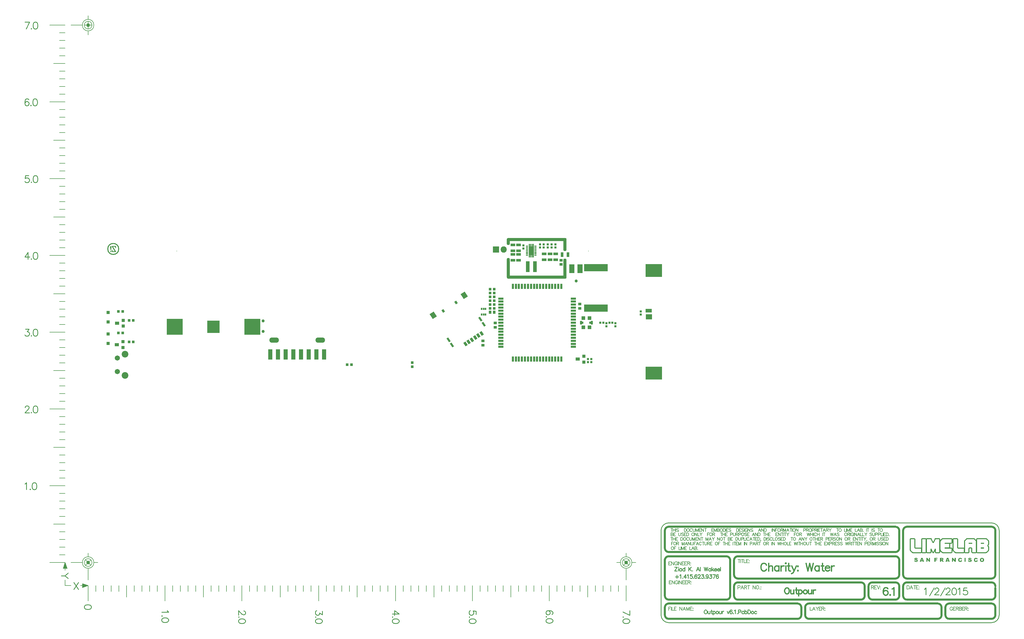
<source format=gbs>
%FSLAX44Y44*%
%MOMM*%
G71*
G01*
G75*
G04 Layer_Color=16711935*
%ADD10R,0.6000X0.5000*%
%ADD11R,1.9000X1.1000*%
%ADD12R,9.0000X5.3000*%
%ADD13R,1.5240X0.3302*%
%ADD14O,1.5240X0.3302*%
%ADD15R,0.7620X0.7620*%
%ADD16R,0.8100X0.7620*%
%ADD17R,0.7620X0.8100*%
%ADD18R,0.6000X1.0500*%
%ADD19C,0.2540*%
%ADD20C,0.3810*%
%ADD21C,0.3500*%
%ADD22C,0.2500*%
%ADD23C,0.6000*%
%ADD24C,0.3000*%
%ADD25C,0.5000*%
%ADD26C,0.2286*%
%ADD27C,0.3000*%
%ADD28C,0.2032*%
%ADD29C,0.6350*%
%ADD30C,0.1270*%
%ADD31O,1.8000X1.9000*%
%ADD32R,1.8000X1.9000*%
%ADD33C,1.5240*%
%ADD34C,2.0000*%
%ADD35O,3.0000X1.5000*%
%ADD36C,0.9000*%
%ADD37C,1.2700*%
%ADD38C,0.8890*%
%ADD39C,1.2000*%
%ADD40C,0.3302*%
%ADD41C,0.8000*%
G04:AMPARAMS|DCode=42|XSize=19.5mm|YSize=0.75mm|CornerRadius=0.1875mm|HoleSize=0mm|Usage=FLASHONLY|Rotation=180.000|XOffset=0mm|YOffset=0mm|HoleType=Round|Shape=RoundedRectangle|*
%AMROUNDEDRECTD42*
21,1,19.5000,0.3750,0,0,180.0*
21,1,19.1250,0.7500,0,0,180.0*
1,1,0.3750,-9.5625,0.1875*
1,1,0.3750,9.5625,0.1875*
1,1,0.3750,9.5625,-0.1875*
1,1,0.3750,-9.5625,-0.1875*
%
%ADD42ROUNDEDRECTD42*%
G04:AMPARAMS|DCode=43|XSize=6.5mm|YSize=0.75mm|CornerRadius=0.1875mm|HoleSize=0mm|Usage=FLASHONLY|Rotation=90.000|XOffset=0mm|YOffset=0mm|HoleType=Round|Shape=RoundedRectangle|*
%AMROUNDEDRECTD43*
21,1,6.5000,0.3750,0,0,90.0*
21,1,6.1250,0.7500,0,0,90.0*
1,1,0.3750,0.1875,3.0625*
1,1,0.3750,0.1875,-3.0625*
1,1,0.3750,-0.1875,-3.0625*
1,1,0.3750,-0.1875,3.0625*
%
%ADD43ROUNDEDRECTD43*%
G04:AMPARAMS|DCode=44|XSize=2mm|YSize=0.75mm|CornerRadius=0.1875mm|HoleSize=0mm|Usage=FLASHONLY|Rotation=270.000|XOffset=0mm|YOffset=0mm|HoleType=Round|Shape=RoundedRectangle|*
%AMROUNDEDRECTD44*
21,1,2.0000,0.3750,0,0,270.0*
21,1,1.6250,0.7500,0,0,270.0*
1,1,0.3750,-0.1875,-0.8125*
1,1,0.3750,-0.1875,0.8125*
1,1,0.3750,0.1875,0.8125*
1,1,0.3750,0.1875,-0.8125*
%
%ADD44ROUNDEDRECTD44*%
G04:AMPARAMS|DCode=45|XSize=3.8mm|YSize=0.75mm|CornerRadius=0.1875mm|HoleSize=0mm|Usage=FLASHONLY|Rotation=270.000|XOffset=0mm|YOffset=0mm|HoleType=Round|Shape=RoundedRectangle|*
%AMROUNDEDRECTD45*
21,1,3.8000,0.3750,0,0,270.0*
21,1,3.4250,0.7500,0,0,270.0*
1,1,0.3750,-0.1875,-1.7125*
1,1,0.3750,-0.1875,1.7125*
1,1,0.3750,0.1875,1.7125*
1,1,0.3750,0.1875,-1.7125*
%
%ADD45ROUNDEDRECTD45*%
G04:AMPARAMS|DCode=46|XSize=6.3mm|YSize=0.75mm|CornerRadius=0.1875mm|HoleSize=0mm|Usage=FLASHONLY|Rotation=90.000|XOffset=0mm|YOffset=0mm|HoleType=Round|Shape=RoundedRectangle|*
%AMROUNDEDRECTD46*
21,1,6.3000,0.3750,0,0,90.0*
21,1,5.9250,0.7500,0,0,90.0*
1,1,0.3750,0.1875,2.9625*
1,1,0.3750,0.1875,-2.9625*
1,1,0.3750,-0.1875,-2.9625*
1,1,0.3750,-0.1875,2.9625*
%
%ADD46ROUNDEDRECTD46*%
%ADD47R,0.7620X0.7620*%
%ADD48R,1.7780X1.7780*%
%ADD49R,7.6000X2.1500*%
%ADD50R,0.5000X0.6000*%
%ADD51R,0.5000X0.5000*%
%ADD52R,0.5250X1.0000*%
%ADD53R,1.0000X1.0000*%
%ADD54R,5.2000X4.0000*%
%ADD55R,1.8000X1.0000*%
%ADD56R,1.8000X1.5000*%
%ADD57R,1.2700X0.9144*%
%ADD58R,0.9144X0.9144*%
%ADD59R,0.9800X3.4000*%
%ADD60R,0.7000X1.4000*%
%ADD61R,1.4000X0.7000*%
%ADD62R,5.0800X5.0800*%
%ADD63R,3.9600X3.9600*%
%ADD64R,1.5500X2.7000*%
%ADD65R,1.6000X0.6000*%
%ADD66R,0.6000X1.6000*%
%ADD67O,0.6000X0.2400*%
%ADD68R,1.5800X2.8500*%
%ADD69R,0.2000X0.7750*%
G04:AMPARAMS|DCode=70|XSize=1.3mm|YSize=0.45mm|CornerRadius=0mm|HoleSize=0mm|Usage=FLASHONLY|Rotation=123.000|XOffset=0mm|YOffset=0mm|HoleType=Round|Shape=Rectangle|*
%AMROTATEDRECTD70*
4,1,4,0.5427,-0.4226,0.1653,-0.6677,-0.5427,0.4226,-0.1653,0.6677,0.5427,-0.4226,0.0*
%
%ADD70ROTATEDRECTD70*%

G04:AMPARAMS|DCode=71|XSize=1.15mm|YSize=0.65mm|CornerRadius=0mm|HoleSize=0mm|Usage=FLASHONLY|Rotation=123.000|XOffset=0mm|YOffset=0mm|HoleType=Round|Shape=Rectangle|*
%AMROTATEDRECTD71*
4,1,4,0.5857,-0.3052,0.0406,-0.6592,-0.5857,0.3052,-0.0406,0.6592,0.5857,-0.3052,0.0*
%
%ADD71ROTATEDRECTD71*%

G04:AMPARAMS|DCode=72|XSize=1.7mm|YSize=1.4mm|CornerRadius=0mm|HoleSize=0mm|Usage=FLASHONLY|Rotation=123.000|XOffset=0mm|YOffset=0mm|HoleType=Round|Shape=Rectangle|*
%AMROTATEDRECTD72*
4,1,4,1.0500,-0.3316,-0.1241,-1.0941,-1.0500,0.3316,0.1241,1.0941,1.0500,-0.3316,0.0*
%
%ADD72ROTATEDRECTD72*%

G04:AMPARAMS|DCode=73|XSize=0.8mm|YSize=0.54mm|CornerRadius=0mm|HoleSize=0mm|Usage=FLASHONLY|Rotation=123.000|XOffset=0mm|YOffset=0mm|HoleType=Round|Shape=Rectangle|*
%AMROTATEDRECTD73*
4,1,4,0.4443,-0.1884,-0.0086,-0.4825,-0.4443,0.1884,0.0086,0.4825,0.4443,-0.1884,0.0*
%
%ADD73ROTATEDRECTD73*%

%ADD74R,1.2700X3.1750*%
%ADD75R,0.4000X0.7000*%
%ADD76C,0.2400*%
%ADD77C,0.3048*%
%ADD78C,0.2794*%
%ADD79C,1.5000*%
%ADD80C,0.2000*%
%ADD81C,0.1778*%
%ADD82C,0.1524*%
%ADD83C,0.5080*%
%ADD84R,0.8032X0.7032*%
%ADD85R,2.1032X1.3032*%
%ADD86R,1.7272X0.5334*%
%ADD87O,1.7272X0.5334*%
%ADD88R,0.9652X0.9652*%
%ADD89R,1.0132X0.9652*%
%ADD90R,0.9652X1.0132*%
%ADD91R,0.8032X1.2532*%
%ADD92O,2.0032X2.1032*%
%ADD93R,2.0032X2.1032*%
%ADD94C,1.7272*%
%ADD95C,2.2032*%
%ADD96C,0.2032*%
%ADD97O,3.2032X1.7032*%
%ADD98R,1.0160X1.0160*%
%ADD99C,1.0032*%
G04:AMPARAMS|DCode=100|XSize=19.7032mm|YSize=0.9532mm|CornerRadius=0.2891mm|HoleSize=0mm|Usage=FLASHONLY|Rotation=180.000|XOffset=0mm|YOffset=0mm|HoleType=Round|Shape=RoundedRectangle|*
%AMROUNDEDRECTD100*
21,1,19.7032,0.3750,0,0,180.0*
21,1,19.1250,0.9532,0,0,180.0*
1,1,0.5782,-9.5625,0.1875*
1,1,0.5782,9.5625,0.1875*
1,1,0.5782,9.5625,-0.1875*
1,1,0.5782,-9.5625,-0.1875*
%
%ADD100ROUNDEDRECTD100*%
G04:AMPARAMS|DCode=101|XSize=6.7032mm|YSize=0.9532mm|CornerRadius=0.2891mm|HoleSize=0mm|Usage=FLASHONLY|Rotation=90.000|XOffset=0mm|YOffset=0mm|HoleType=Round|Shape=RoundedRectangle|*
%AMROUNDEDRECTD101*
21,1,6.7032,0.3750,0,0,90.0*
21,1,6.1250,0.9532,0,0,90.0*
1,1,0.5782,0.1875,3.0625*
1,1,0.5782,0.1875,-3.0625*
1,1,0.5782,-0.1875,-3.0625*
1,1,0.5782,-0.1875,3.0625*
%
%ADD101ROUNDEDRECTD101*%
G04:AMPARAMS|DCode=102|XSize=2.2032mm|YSize=0.9532mm|CornerRadius=0.2891mm|HoleSize=0mm|Usage=FLASHONLY|Rotation=270.000|XOffset=0mm|YOffset=0mm|HoleType=Round|Shape=RoundedRectangle|*
%AMROUNDEDRECTD102*
21,1,2.2032,0.3750,0,0,270.0*
21,1,1.6250,0.9532,0,0,270.0*
1,1,0.5782,-0.1875,-0.8125*
1,1,0.5782,-0.1875,0.8125*
1,1,0.5782,0.1875,0.8125*
1,1,0.5782,0.1875,-0.8125*
%
%ADD102ROUNDEDRECTD102*%
G04:AMPARAMS|DCode=103|XSize=4.0032mm|YSize=0.9532mm|CornerRadius=0.2891mm|HoleSize=0mm|Usage=FLASHONLY|Rotation=270.000|XOffset=0mm|YOffset=0mm|HoleType=Round|Shape=RoundedRectangle|*
%AMROUNDEDRECTD103*
21,1,4.0032,0.3750,0,0,270.0*
21,1,3.4250,0.9532,0,0,270.0*
1,1,0.5782,-0.1875,-1.7125*
1,1,0.5782,-0.1875,1.7125*
1,1,0.5782,0.1875,1.7125*
1,1,0.5782,0.1875,-1.7125*
%
%ADD103ROUNDEDRECTD103*%
G04:AMPARAMS|DCode=104|XSize=6.5032mm|YSize=0.9532mm|CornerRadius=0.2891mm|HoleSize=0mm|Usage=FLASHONLY|Rotation=90.000|XOffset=0mm|YOffset=0mm|HoleType=Round|Shape=RoundedRectangle|*
%AMROUNDEDRECTD104*
21,1,6.5032,0.3750,0,0,90.0*
21,1,5.9250,0.9532,0,0,90.0*
1,1,0.5782,0.1875,2.9625*
1,1,0.5782,0.1875,-2.9625*
1,1,0.5782,-0.1875,-2.9625*
1,1,0.5782,-0.1875,2.9625*
%
%ADD104ROUNDEDRECTD104*%
%ADD105R,0.9652X0.9652*%
%ADD106R,7.8032X2.3532*%
%ADD107R,0.7032X0.8032*%
%ADD108R,0.7032X0.7032*%
%ADD109R,0.7282X1.2032*%
%ADD110R,1.2032X1.2032*%
%ADD111R,5.4032X4.2032*%
%ADD112R,2.0032X1.2032*%
%ADD113R,2.0032X1.7032*%
%ADD114R,1.4732X1.1176*%
%ADD115R,1.1176X1.1176*%
%ADD116R,1.1832X3.6032*%
%ADD117R,0.9032X1.6032*%
%ADD118R,1.6032X0.9032*%
%ADD119R,5.2832X5.2832*%
%ADD120R,4.1632X4.1632*%
%ADD121R,1.7532X2.9032*%
%ADD122R,1.8032X0.8032*%
%ADD123R,0.8032X1.8032*%
%ADD124O,0.7400X0.3800*%
%ADD125R,1.7200X2.9900*%
%ADD126R,0.3000X0.8750*%
G04:AMPARAMS|DCode=127|XSize=1.5032mm|YSize=0.6532mm|CornerRadius=0mm|HoleSize=0mm|Usage=FLASHONLY|Rotation=123.000|XOffset=0mm|YOffset=0mm|HoleType=Round|Shape=Rectangle|*
%AMROTATEDRECTD127*
4,1,4,0.6833,-0.4525,0.1354,-0.8082,-0.6833,0.4525,-0.1354,0.8082,0.6833,-0.4525,0.0*
%
%ADD127ROTATEDRECTD127*%

G04:AMPARAMS|DCode=128|XSize=1.3532mm|YSize=0.8532mm|CornerRadius=0mm|HoleSize=0mm|Usage=FLASHONLY|Rotation=123.000|XOffset=0mm|YOffset=0mm|HoleType=Round|Shape=Rectangle|*
%AMROTATEDRECTD128*
4,1,4,0.7263,-0.3351,0.0107,-0.7998,-0.7263,0.3351,-0.0107,0.7998,0.7263,-0.3351,0.0*
%
%ADD128ROTATEDRECTD128*%

G04:AMPARAMS|DCode=129|XSize=1.9032mm|YSize=1.6032mm|CornerRadius=0mm|HoleSize=0mm|Usage=FLASHONLY|Rotation=123.000|XOffset=0mm|YOffset=0mm|HoleType=Round|Shape=Rectangle|*
%AMROTATEDRECTD129*
4,1,4,1.1906,-0.3615,-0.1540,-1.2347,-1.1906,0.3615,0.1540,1.2347,1.1906,-0.3615,0.0*
%
%ADD129ROTATEDRECTD129*%

G04:AMPARAMS|DCode=130|XSize=1.0032mm|YSize=0.7432mm|CornerRadius=0mm|HoleSize=0mm|Usage=FLASHONLY|Rotation=123.000|XOffset=0mm|YOffset=0mm|HoleType=Round|Shape=Rectangle|*
%AMROTATEDRECTD130*
4,1,4,0.5848,-0.2183,-0.0385,-0.6231,-0.5848,0.2183,0.0385,0.6231,0.5848,-0.2183,0.0*
%
%ADD130ROTATEDRECTD130*%

%ADD131R,1.4732X3.3782*%
%ADD132R,0.5016X0.8016*%
%ADD133C,1.7032*%
G36*
X1833646Y-74963D02*
X1827795D01*
Y-77187D01*
X1832800D01*
Y-79799D01*
X1827795D01*
Y-85070D01*
X1823781D01*
Y-72182D01*
X1833646D01*
Y-74963D01*
D02*
G37*
G36*
X1789541Y-85070D02*
X1785357D01*
X1784704Y-82942D01*
X1780207D01*
X1779554Y-85070D01*
X1775492D01*
X1780304Y-72182D01*
X1784680D01*
X1789541Y-85070D01*
D02*
G37*
G36*
X1809151D02*
X1805403D01*
X1800567Y-77985D01*
Y-85070D01*
X1796819D01*
Y-72182D01*
X1800519D01*
X1805403Y-79339D01*
Y-72182D01*
X1809151D01*
Y-85070D01*
D02*
G37*
G36*
X1874536D02*
X1870353D01*
X1869700Y-82942D01*
X1865202D01*
X1864550Y-85070D01*
X1860487D01*
X1865299Y-72182D01*
X1869676D01*
X1874536Y-85070D01*
D02*
G37*
G36*
X1926912D02*
X1922922D01*
Y-72182D01*
X1926912D01*
Y-85070D01*
D02*
G37*
G36*
X1849098Y-72206D02*
X1849509Y-72230D01*
X1849969Y-72254D01*
X1850428Y-72327D01*
X1850887Y-72399D01*
X1851274Y-72520D01*
X1851323Y-72544D01*
X1851443Y-72593D01*
X1851613Y-72665D01*
X1851855Y-72786D01*
X1852096Y-72956D01*
X1852362Y-73149D01*
X1852628Y-73415D01*
X1852870Y-73705D01*
X1852894Y-73753D01*
X1852967Y-73850D01*
X1853064Y-74044D01*
X1853185Y-74285D01*
X1853281Y-74576D01*
X1853378Y-74938D01*
X1853450Y-75349D01*
X1853475Y-75785D01*
Y-75833D01*
Y-75954D01*
X1853450Y-76172D01*
X1853426Y-76413D01*
X1853354Y-76704D01*
X1853281Y-77018D01*
X1853160Y-77332D01*
X1853015Y-77622D01*
X1852991Y-77647D01*
X1852943Y-77743D01*
X1852822Y-77888D01*
X1852677Y-78058D01*
X1852507Y-78275D01*
X1852290Y-78469D01*
X1852048Y-78686D01*
X1851758Y-78880D01*
X1851734Y-78904D01*
X1851661Y-78928D01*
X1851540Y-79001D01*
X1851395Y-79073D01*
X1851202Y-79146D01*
X1850960Y-79243D01*
X1850670Y-79315D01*
X1850355Y-79412D01*
X1850380D01*
X1850476Y-79460D01*
X1850597Y-79484D01*
X1850742Y-79557D01*
X1851081Y-79702D01*
X1851250Y-79775D01*
X1851395Y-79871D01*
X1851443Y-79896D01*
X1851492Y-79944D01*
X1851564Y-80016D01*
X1851637Y-80113D01*
X1851758Y-80234D01*
X1851879Y-80379D01*
X1852024Y-80573D01*
X1852048Y-80597D01*
X1852096Y-80645D01*
X1852169Y-80742D01*
X1852242Y-80863D01*
X1852435Y-81104D01*
X1852507Y-81225D01*
X1852580Y-81346D01*
X1854514Y-85070D01*
X1849993D01*
X1847889Y-81153D01*
X1847865Y-81129D01*
X1847816Y-81032D01*
X1847744Y-80887D01*
X1847647Y-80742D01*
X1847405Y-80403D01*
X1847284Y-80258D01*
X1847164Y-80162D01*
X1847139Y-80137D01*
X1847091Y-80113D01*
X1846994Y-80065D01*
X1846873Y-79992D01*
X1846728Y-79944D01*
X1846583Y-79896D01*
X1846390Y-79871D01*
X1846196Y-79847D01*
X1845858D01*
Y-85070D01*
X1841844D01*
Y-72182D01*
X1848929D01*
X1849098Y-72206D01*
D02*
G37*
G36*
X1961224Y-71988D02*
X1961418D01*
X1961660Y-72013D01*
X1961926Y-72037D01*
X1962216Y-72085D01*
X1962820Y-72206D01*
X1963449Y-72375D01*
X1964078Y-72617D01*
X1964368Y-72786D01*
X1964634Y-72956D01*
X1964658D01*
X1964706Y-73004D01*
X1964779Y-73052D01*
X1964876Y-73149D01*
X1965117Y-73367D01*
X1965432Y-73705D01*
X1965770Y-74140D01*
X1966109Y-74648D01*
X1966278Y-74938D01*
X1966447Y-75253D01*
X1966593Y-75616D01*
X1966738Y-75978D01*
X1963207Y-76752D01*
Y-76728D01*
X1963183Y-76655D01*
X1963135Y-76558D01*
X1963086Y-76438D01*
X1962965Y-76147D01*
X1962893Y-76027D01*
X1962820Y-75906D01*
X1962796Y-75882D01*
X1962772Y-75833D01*
X1962699Y-75736D01*
X1962603Y-75640D01*
X1962337Y-75422D01*
X1961998Y-75204D01*
X1961974Y-75180D01*
X1961926Y-75156D01*
X1961805Y-75108D01*
X1961684Y-75059D01*
X1961514Y-75011D01*
X1961345Y-74987D01*
X1961128Y-74938D01*
X1960789D01*
X1960692Y-74963D01*
X1960451Y-74987D01*
X1960136Y-75083D01*
X1959798Y-75204D01*
X1959459Y-75398D01*
X1959121Y-75664D01*
X1958976Y-75833D01*
X1958830Y-76027D01*
X1958806Y-76075D01*
X1958758Y-76172D01*
X1958661Y-76365D01*
X1958564Y-76655D01*
X1958468Y-77018D01*
X1958371Y-77453D01*
X1958323Y-77961D01*
X1958298Y-78566D01*
Y-78590D01*
Y-78662D01*
Y-78759D01*
Y-78904D01*
X1958323Y-79097D01*
Y-79291D01*
X1958371Y-79750D01*
X1958468Y-80234D01*
X1958564Y-80718D01*
X1958734Y-81153D01*
X1958830Y-81346D01*
X1958951Y-81516D01*
X1958976Y-81540D01*
X1959072Y-81636D01*
X1959217Y-81757D01*
X1959435Y-81903D01*
X1959677Y-82048D01*
X1959991Y-82169D01*
X1960354Y-82265D01*
X1960765Y-82289D01*
X1960958D01*
X1961152Y-82265D01*
X1961418Y-82217D01*
X1961708Y-82144D01*
X1961998Y-82023D01*
X1962264Y-81878D01*
X1962506Y-81661D01*
X1962530Y-81636D01*
X1962603Y-81540D01*
X1962724Y-81395D01*
X1962845Y-81201D01*
X1962990Y-80935D01*
X1963135Y-80621D01*
X1963255Y-80234D01*
X1963376Y-79799D01*
X1966859Y-80863D01*
Y-80887D01*
X1966834Y-80935D01*
X1966810Y-81008D01*
X1966786Y-81104D01*
X1966713Y-81370D01*
X1966593Y-81733D01*
X1966423Y-82120D01*
X1966230Y-82531D01*
X1965988Y-82942D01*
X1965722Y-83329D01*
X1965698Y-83378D01*
X1965577Y-83498D01*
X1965432Y-83668D01*
X1965214Y-83885D01*
X1964948Y-84103D01*
X1964610Y-84369D01*
X1964271Y-84586D01*
X1963860Y-84804D01*
X1963836D01*
X1963812Y-84828D01*
X1963739Y-84853D01*
X1963667Y-84877D01*
X1963425Y-84949D01*
X1963086Y-85046D01*
X1962675Y-85143D01*
X1962192Y-85215D01*
X1961635Y-85264D01*
X1961007Y-85288D01*
X1960668D01*
X1960475Y-85264D01*
X1960281D01*
X1959798Y-85215D01*
X1959241Y-85143D01*
X1958661Y-85022D01*
X1958105Y-84877D01*
X1957573Y-84683D01*
X1957549D01*
X1957525Y-84659D01*
X1957452Y-84611D01*
X1957355Y-84562D01*
X1957114Y-84417D01*
X1956799Y-84200D01*
X1956436Y-83885D01*
X1956050Y-83523D01*
X1955663Y-83087D01*
X1955276Y-82555D01*
Y-82531D01*
X1955228Y-82483D01*
X1955179Y-82386D01*
X1955131Y-82265D01*
X1955058Y-82120D01*
X1954962Y-81927D01*
X1954889Y-81733D01*
X1954792Y-81491D01*
X1954695Y-81201D01*
X1954623Y-80911D01*
X1954526Y-80597D01*
X1954454Y-80234D01*
X1954357Y-79460D01*
X1954309Y-78614D01*
Y-78566D01*
Y-78469D01*
Y-78299D01*
X1954333Y-78082D01*
X1954357Y-77816D01*
X1954405Y-77502D01*
X1954454Y-77163D01*
X1954526Y-76800D01*
X1954599Y-76413D01*
X1954720Y-76002D01*
X1954865Y-75616D01*
X1955034Y-75204D01*
X1955228Y-74793D01*
X1955445Y-74406D01*
X1955711Y-74044D01*
X1956001Y-73705D01*
X1956026Y-73681D01*
X1956074Y-73633D01*
X1956171Y-73536D01*
X1956316Y-73439D01*
X1956485Y-73294D01*
X1956703Y-73149D01*
X1956944Y-73004D01*
X1957234Y-72835D01*
X1957573Y-72665D01*
X1957912Y-72520D01*
X1958323Y-72375D01*
X1958758Y-72230D01*
X1959217Y-72133D01*
X1959701Y-72037D01*
X1960257Y-71988D01*
X1960813Y-71964D01*
X1961055D01*
X1961224Y-71988D01*
D02*
G37*
G36*
X1763450D02*
X1763667D01*
X1763885Y-72013D01*
X1764151Y-72037D01*
X1764441Y-72085D01*
X1765045Y-72182D01*
X1765674Y-72351D01*
X1766279Y-72569D01*
X1766569Y-72714D01*
X1766811Y-72883D01*
X1766835D01*
X1766859Y-72931D01*
X1767028Y-73052D01*
X1767246Y-73270D01*
X1767488Y-73584D01*
X1767778Y-73995D01*
X1767899Y-74237D01*
X1768020Y-74503D01*
X1768141Y-74793D01*
X1768237Y-75108D01*
X1768310Y-75446D01*
X1768383Y-75809D01*
X1764634Y-76027D01*
Y-75978D01*
X1764610Y-75882D01*
X1764562Y-75736D01*
X1764489Y-75543D01*
X1764393Y-75325D01*
X1764296Y-75132D01*
X1764151Y-74938D01*
X1763982Y-74769D01*
X1763957Y-74745D01*
X1763885Y-74697D01*
X1763788Y-74648D01*
X1763643Y-74552D01*
X1763450Y-74479D01*
X1763208Y-74431D01*
X1762942Y-74382D01*
X1762652Y-74358D01*
X1762531D01*
X1762410Y-74382D01*
X1762265Y-74406D01*
X1761902Y-74479D01*
X1761733Y-74576D01*
X1761588Y-74672D01*
X1761564Y-74697D01*
X1761539Y-74721D01*
X1761418Y-74866D01*
X1761297Y-75083D01*
X1761273Y-75229D01*
X1761249Y-75374D01*
Y-75398D01*
Y-75422D01*
X1761297Y-75567D01*
X1761370Y-75736D01*
X1761443Y-75833D01*
X1761539Y-75930D01*
X1761564D01*
X1761612Y-75978D01*
X1761684Y-76027D01*
X1761805Y-76099D01*
X1761999Y-76172D01*
X1762216Y-76244D01*
X1762507Y-76341D01*
X1762869Y-76413D01*
X1762893D01*
X1762990Y-76438D01*
X1763111Y-76462D01*
X1763304Y-76510D01*
X1763522Y-76558D01*
X1763764Y-76631D01*
X1764030Y-76679D01*
X1764320Y-76752D01*
X1764925Y-76945D01*
X1765553Y-77115D01*
X1766134Y-77332D01*
X1766400Y-77429D01*
X1766617Y-77550D01*
X1766642D01*
X1766666Y-77574D01*
X1766811Y-77647D01*
X1767004Y-77768D01*
X1767246Y-77937D01*
X1767512Y-78155D01*
X1767802Y-78396D01*
X1768044Y-78662D01*
X1768262Y-78977D01*
X1768286Y-79025D01*
X1768334Y-79122D01*
X1768431Y-79291D01*
X1768528Y-79533D01*
X1768624Y-79823D01*
X1768721Y-80137D01*
X1768769Y-80500D01*
X1768793Y-80887D01*
Y-80911D01*
Y-80935D01*
Y-81008D01*
Y-81104D01*
X1768769Y-81322D01*
X1768697Y-81636D01*
X1768624Y-81999D01*
X1768503Y-82386D01*
X1768334Y-82773D01*
X1768092Y-83184D01*
X1768068Y-83232D01*
X1767971Y-83353D01*
X1767802Y-83547D01*
X1767609Y-83764D01*
X1767319Y-84030D01*
X1767004Y-84296D01*
X1766617Y-84538D01*
X1766182Y-84756D01*
X1766158D01*
X1766134Y-84780D01*
X1766061Y-84804D01*
X1765964Y-84828D01*
X1765844Y-84877D01*
X1765698Y-84925D01*
X1765336Y-85022D01*
X1764876Y-85119D01*
X1764344Y-85215D01*
X1763740Y-85264D01*
X1763063Y-85288D01*
X1762748D01*
X1762531Y-85264D01*
X1762265Y-85239D01*
X1761950Y-85215D01*
X1761612Y-85191D01*
X1761249Y-85119D01*
X1760500Y-84973D01*
X1759750Y-84756D01*
X1759387Y-84611D01*
X1759049Y-84441D01*
X1758759Y-84248D01*
X1758492Y-84030D01*
X1758468Y-84006D01*
X1758444Y-83982D01*
X1758372Y-83910D01*
X1758299Y-83813D01*
X1758202Y-83668D01*
X1758081Y-83523D01*
X1757961Y-83353D01*
X1757840Y-83160D01*
X1757598Y-82700D01*
X1757380Y-82144D01*
X1757187Y-81516D01*
X1757138Y-81177D01*
X1757090Y-80814D01*
X1760886Y-80573D01*
Y-80621D01*
X1760911Y-80718D01*
X1760935Y-80887D01*
X1760983Y-81080D01*
X1761152Y-81540D01*
X1761249Y-81782D01*
X1761370Y-81975D01*
X1761394Y-81999D01*
X1761491Y-82096D01*
X1761636Y-82217D01*
X1761830Y-82362D01*
X1762071Y-82507D01*
X1762386Y-82628D01*
X1762724Y-82725D01*
X1763135Y-82749D01*
X1763280D01*
X1763425Y-82725D01*
X1763619Y-82700D01*
X1763837Y-82652D01*
X1764054Y-82579D01*
X1764248Y-82483D01*
X1764441Y-82362D01*
X1764465Y-82338D01*
X1764514Y-82289D01*
X1764586Y-82193D01*
X1764683Y-82096D01*
X1764852Y-81806D01*
X1764900Y-81636D01*
X1764925Y-81443D01*
Y-81419D01*
Y-81346D01*
X1764900Y-81250D01*
X1764876Y-81129D01*
X1764804Y-81008D01*
X1764731Y-80838D01*
X1764610Y-80693D01*
X1764465Y-80548D01*
X1764441Y-80524D01*
X1764368Y-80476D01*
X1764248Y-80403D01*
X1764054Y-80307D01*
X1763788Y-80186D01*
X1763425Y-80065D01*
X1763208Y-79992D01*
X1762990Y-79920D01*
X1762724Y-79871D01*
X1762434Y-79799D01*
X1762410D01*
X1762313Y-79775D01*
X1762192Y-79726D01*
X1761999Y-79678D01*
X1761781Y-79630D01*
X1761539Y-79557D01*
X1761273Y-79460D01*
X1760983Y-79363D01*
X1760354Y-79146D01*
X1759750Y-78880D01*
X1759170Y-78566D01*
X1758904Y-78396D01*
X1758686Y-78227D01*
X1758638Y-78179D01*
X1758517Y-78058D01*
X1758323Y-77840D01*
X1758130Y-77550D01*
X1757936Y-77187D01*
X1757743Y-76776D01*
X1757622Y-76268D01*
X1757598Y-76027D01*
X1757574Y-75736D01*
Y-75688D01*
Y-75567D01*
X1757598Y-75374D01*
X1757646Y-75132D01*
X1757719Y-74842D01*
X1757816Y-74527D01*
X1757936Y-74213D01*
X1758130Y-73875D01*
X1758154Y-73826D01*
X1758251Y-73729D01*
X1758372Y-73560D01*
X1758565Y-73367D01*
X1758807Y-73149D01*
X1759121Y-72907D01*
X1759460Y-72665D01*
X1759871Y-72472D01*
X1759895D01*
X1759919Y-72448D01*
X1759992Y-72424D01*
X1760089Y-72399D01*
X1760209Y-72351D01*
X1760354Y-72303D01*
X1760524Y-72254D01*
X1760693Y-72206D01*
X1761152Y-72133D01*
X1761709Y-72037D01*
X1762337Y-71988D01*
X1763038Y-71964D01*
X1763280D01*
X1763450Y-71988D01*
D02*
G37*
G36*
X1941445D02*
X1941662D01*
X1941880Y-72013D01*
X1942146Y-72037D01*
X1942436Y-72085D01*
X1943040Y-72182D01*
X1943669Y-72351D01*
X1944274Y-72569D01*
X1944564Y-72714D01*
X1944806Y-72883D01*
X1944830D01*
X1944854Y-72931D01*
X1945023Y-73052D01*
X1945241Y-73270D01*
X1945483Y-73584D01*
X1945773Y-73995D01*
X1945894Y-74237D01*
X1946015Y-74503D01*
X1946136Y-74793D01*
X1946232Y-75108D01*
X1946305Y-75446D01*
X1946377Y-75809D01*
X1942629Y-76027D01*
Y-75978D01*
X1942605Y-75882D01*
X1942557Y-75736D01*
X1942484Y-75543D01*
X1942388Y-75325D01*
X1942291Y-75132D01*
X1942146Y-74938D01*
X1941976Y-74769D01*
X1941952Y-74745D01*
X1941880Y-74697D01*
X1941783Y-74648D01*
X1941638Y-74552D01*
X1941445Y-74479D01*
X1941203Y-74431D01*
X1940937Y-74382D01*
X1940647Y-74358D01*
X1940526D01*
X1940405Y-74382D01*
X1940260Y-74406D01*
X1939897Y-74479D01*
X1939728Y-74576D01*
X1939583Y-74672D01*
X1939558Y-74697D01*
X1939534Y-74721D01*
X1939413Y-74866D01*
X1939292Y-75083D01*
X1939268Y-75229D01*
X1939244Y-75374D01*
Y-75398D01*
Y-75422D01*
X1939292Y-75567D01*
X1939365Y-75736D01*
X1939437Y-75833D01*
X1939534Y-75930D01*
X1939558D01*
X1939607Y-75978D01*
X1939679Y-76027D01*
X1939800Y-76099D01*
X1939994Y-76172D01*
X1940211Y-76244D01*
X1940501Y-76341D01*
X1940864Y-76413D01*
X1940888D01*
X1940985Y-76438D01*
X1941106Y-76462D01*
X1941299Y-76510D01*
X1941517Y-76558D01*
X1941759Y-76631D01*
X1942025Y-76679D01*
X1942315Y-76752D01*
X1942919Y-76945D01*
X1943548Y-77115D01*
X1944129Y-77332D01*
X1944395Y-77429D01*
X1944612Y-77550D01*
X1944636D01*
X1944660Y-77574D01*
X1944806Y-77647D01*
X1944999Y-77768D01*
X1945241Y-77937D01*
X1945507Y-78155D01*
X1945797Y-78396D01*
X1946039Y-78662D01*
X1946256Y-78977D01*
X1946281Y-79025D01*
X1946329Y-79122D01*
X1946426Y-79291D01*
X1946522Y-79533D01*
X1946619Y-79823D01*
X1946716Y-80137D01*
X1946764Y-80500D01*
X1946788Y-80887D01*
Y-80911D01*
Y-80935D01*
Y-81008D01*
Y-81104D01*
X1946764Y-81322D01*
X1946692Y-81636D01*
X1946619Y-81999D01*
X1946498Y-82386D01*
X1946329Y-82773D01*
X1946087Y-83184D01*
X1946063Y-83232D01*
X1945966Y-83353D01*
X1945797Y-83547D01*
X1945604Y-83764D01*
X1945313Y-84030D01*
X1944999Y-84296D01*
X1944612Y-84538D01*
X1944177Y-84756D01*
X1944153D01*
X1944129Y-84780D01*
X1944056Y-84804D01*
X1943959Y-84828D01*
X1943838Y-84877D01*
X1943693Y-84925D01*
X1943331Y-85022D01*
X1942871Y-85119D01*
X1942339Y-85215D01*
X1941735Y-85264D01*
X1941058Y-85288D01*
X1940743D01*
X1940526Y-85264D01*
X1940260Y-85239D01*
X1939945Y-85215D01*
X1939607Y-85191D01*
X1939244Y-85119D01*
X1938494Y-84973D01*
X1937745Y-84756D01*
X1937382Y-84611D01*
X1937043Y-84441D01*
X1936753Y-84248D01*
X1936487Y-84030D01*
X1936463Y-84006D01*
X1936439Y-83982D01*
X1936366Y-83910D01*
X1936294Y-83813D01*
X1936197Y-83668D01*
X1936076Y-83523D01*
X1935955Y-83353D01*
X1935835Y-83160D01*
X1935593Y-82700D01*
X1935375Y-82144D01*
X1935182Y-81516D01*
X1935133Y-81177D01*
X1935085Y-80814D01*
X1938881Y-80573D01*
Y-80621D01*
X1938905Y-80718D01*
X1938930Y-80887D01*
X1938978Y-81080D01*
X1939147Y-81540D01*
X1939244Y-81782D01*
X1939365Y-81975D01*
X1939389Y-81999D01*
X1939486Y-82096D01*
X1939631Y-82217D01*
X1939824Y-82362D01*
X1940066Y-82507D01*
X1940381Y-82628D01*
X1940719Y-82725D01*
X1941130Y-82749D01*
X1941275D01*
X1941420Y-82725D01*
X1941614Y-82700D01*
X1941831Y-82652D01*
X1942049Y-82579D01*
X1942242Y-82483D01*
X1942436Y-82362D01*
X1942460Y-82338D01*
X1942508Y-82289D01*
X1942581Y-82193D01*
X1942678Y-82096D01*
X1942847Y-81806D01*
X1942895Y-81636D01*
X1942919Y-81443D01*
Y-81419D01*
Y-81346D01*
X1942895Y-81250D01*
X1942871Y-81129D01*
X1942799Y-81008D01*
X1942726Y-80838D01*
X1942605Y-80693D01*
X1942460Y-80548D01*
X1942436Y-80524D01*
X1942363Y-80476D01*
X1942242Y-80403D01*
X1942049Y-80307D01*
X1941783Y-80186D01*
X1941420Y-80065D01*
X1941203Y-79992D01*
X1940985Y-79920D01*
X1940719Y-79871D01*
X1940429Y-79799D01*
X1940405D01*
X1940308Y-79775D01*
X1940187Y-79726D01*
X1939994Y-79678D01*
X1939776Y-79630D01*
X1939534Y-79557D01*
X1939268Y-79460D01*
X1938978Y-79363D01*
X1938349Y-79146D01*
X1937745Y-78880D01*
X1937164Y-78566D01*
X1936898Y-78396D01*
X1936681Y-78227D01*
X1936633Y-78179D01*
X1936512Y-78058D01*
X1936318Y-77840D01*
X1936125Y-77550D01*
X1935931Y-77187D01*
X1935738Y-76776D01*
X1935617Y-76268D01*
X1935593Y-76027D01*
X1935569Y-75736D01*
Y-75688D01*
Y-75567D01*
X1935593Y-75374D01*
X1935641Y-75132D01*
X1935714Y-74842D01*
X1935810Y-74527D01*
X1935931Y-74213D01*
X1936125Y-73875D01*
X1936149Y-73826D01*
X1936246Y-73729D01*
X1936366Y-73560D01*
X1936560Y-73367D01*
X1936802Y-73149D01*
X1937116Y-72907D01*
X1937455Y-72665D01*
X1937866Y-72472D01*
X1937890D01*
X1937914Y-72448D01*
X1937987Y-72424D01*
X1938083Y-72399D01*
X1938204Y-72351D01*
X1938349Y-72303D01*
X1938519Y-72254D01*
X1938688Y-72206D01*
X1939147Y-72133D01*
X1939703Y-72037D01*
X1940332Y-71988D01*
X1941033Y-71964D01*
X1941275D01*
X1941445Y-71988D01*
D02*
G37*
G36*
X1894147Y-85070D02*
X1890399D01*
X1885563Y-77985D01*
Y-85070D01*
X1881815D01*
Y-72182D01*
X1885514D01*
X1890399Y-79339D01*
Y-72182D01*
X1894147D01*
Y-85070D01*
D02*
G37*
G36*
X1981464Y-71988D02*
X1981730Y-72013D01*
X1982044Y-72061D01*
X1982383Y-72109D01*
X1982769Y-72182D01*
X1983156Y-72278D01*
X1983567Y-72399D01*
X1983978Y-72520D01*
X1984390Y-72690D01*
X1984776Y-72907D01*
X1985188Y-73125D01*
X1985550Y-73391D01*
X1985889Y-73705D01*
X1985913Y-73729D01*
X1985961Y-73778D01*
X1986058Y-73875D01*
X1986155Y-74019D01*
X1986300Y-74189D01*
X1986445Y-74406D01*
X1986614Y-74672D01*
X1986783Y-74963D01*
X1986929Y-75277D01*
X1987098Y-75640D01*
X1987243Y-76027D01*
X1987388Y-76462D01*
X1987485Y-76945D01*
X1987581Y-77429D01*
X1987630Y-77961D01*
X1987654Y-78541D01*
Y-78566D01*
Y-78638D01*
Y-78759D01*
Y-78904D01*
X1987630Y-79097D01*
X1987606Y-79339D01*
X1987581Y-79581D01*
X1987557Y-79847D01*
X1987460Y-80427D01*
X1987340Y-81056D01*
X1987146Y-81661D01*
X1986880Y-82241D01*
Y-82265D01*
X1986856Y-82314D01*
X1986808Y-82386D01*
X1986735Y-82483D01*
X1986566Y-82749D01*
X1986324Y-83063D01*
X1986010Y-83426D01*
X1985647Y-83813D01*
X1985188Y-84151D01*
X1984680Y-84490D01*
X1984655D01*
X1984607Y-84514D01*
X1984535Y-84562D01*
X1984414Y-84611D01*
X1984269Y-84683D01*
X1984099Y-84732D01*
X1983906Y-84804D01*
X1983688Y-84877D01*
X1983447Y-84973D01*
X1983181Y-85046D01*
X1982552Y-85167D01*
X1981875Y-85264D01*
X1981101Y-85288D01*
X1980738D01*
X1980545Y-85264D01*
X1980327Y-85239D01*
X1980085D01*
X1979819Y-85191D01*
X1979239Y-85119D01*
X1978634Y-84998D01*
X1978030Y-84828D01*
X1977474Y-84611D01*
X1977450D01*
X1977401Y-84586D01*
X1977329Y-84538D01*
X1977232Y-84466D01*
X1976966Y-84321D01*
X1976652Y-84079D01*
X1976289Y-83764D01*
X1975902Y-83378D01*
X1975515Y-82942D01*
X1975152Y-82410D01*
Y-82386D01*
X1975104Y-82338D01*
X1975080Y-82265D01*
X1975007Y-82144D01*
X1974959Y-81999D01*
X1974886Y-81806D01*
X1974790Y-81612D01*
X1974717Y-81370D01*
X1974645Y-81104D01*
X1974548Y-80838D01*
X1974475Y-80524D01*
X1974427Y-80186D01*
X1974330Y-79460D01*
X1974282Y-78638D01*
Y-78590D01*
Y-78493D01*
X1974306Y-78324D01*
Y-78130D01*
X1974330Y-77864D01*
X1974379Y-77550D01*
X1974427Y-77211D01*
X1974500Y-76849D01*
X1974596Y-76462D01*
X1974717Y-76051D01*
X1974838Y-75640D01*
X1975007Y-75229D01*
X1975225Y-74842D01*
X1975443Y-74455D01*
X1975709Y-74068D01*
X1976023Y-73729D01*
X1976047Y-73705D01*
X1976095Y-73657D01*
X1976216Y-73560D01*
X1976337Y-73463D01*
X1976531Y-73318D01*
X1976748Y-73173D01*
X1977014Y-73004D01*
X1977305Y-72835D01*
X1977619Y-72690D01*
X1978006Y-72520D01*
X1978393Y-72375D01*
X1978828Y-72230D01*
X1979312Y-72133D01*
X1979819Y-72037D01*
X1980351Y-71988D01*
X1980932Y-71964D01*
X1981246D01*
X1981464Y-71988D01*
D02*
G37*
G36*
X1909211D02*
X1909405D01*
X1909647Y-72013D01*
X1909913Y-72037D01*
X1910203Y-72085D01*
X1910807Y-72206D01*
X1911436Y-72375D01*
X1912065Y-72617D01*
X1912355Y-72786D01*
X1912621Y-72956D01*
X1912645D01*
X1912693Y-73004D01*
X1912766Y-73052D01*
X1912863Y-73149D01*
X1913105Y-73367D01*
X1913419Y-73705D01*
X1913757Y-74140D01*
X1914096Y-74648D01*
X1914265Y-74938D01*
X1914435Y-75253D01*
X1914580Y-75616D01*
X1914725Y-75978D01*
X1911194Y-76752D01*
Y-76728D01*
X1911170Y-76655D01*
X1911122Y-76558D01*
X1911073Y-76438D01*
X1910952Y-76147D01*
X1910880Y-76027D01*
X1910807Y-75906D01*
X1910783Y-75882D01*
X1910759Y-75833D01*
X1910686Y-75736D01*
X1910590Y-75640D01*
X1910324Y-75422D01*
X1909985Y-75204D01*
X1909961Y-75180D01*
X1909913Y-75156D01*
X1909792Y-75108D01*
X1909671Y-75059D01*
X1909502Y-75011D01*
X1909332Y-74987D01*
X1909115Y-74938D01*
X1908776D01*
X1908680Y-74963D01*
X1908438Y-74987D01*
X1908123Y-75083D01*
X1907785Y-75204D01*
X1907446Y-75398D01*
X1907108Y-75664D01*
X1906963Y-75833D01*
X1906817Y-76027D01*
X1906793Y-76075D01*
X1906745Y-76172D01*
X1906648Y-76365D01*
X1906552Y-76655D01*
X1906455Y-77018D01*
X1906358Y-77453D01*
X1906310Y-77961D01*
X1906286Y-78566D01*
Y-78590D01*
Y-78662D01*
Y-78759D01*
Y-78904D01*
X1906310Y-79097D01*
Y-79291D01*
X1906358Y-79750D01*
X1906455Y-80234D01*
X1906552Y-80718D01*
X1906721Y-81153D01*
X1906817Y-81346D01*
X1906938Y-81516D01*
X1906963Y-81540D01*
X1907059Y-81636D01*
X1907204Y-81757D01*
X1907422Y-81903D01*
X1907664Y-82048D01*
X1907978Y-82169D01*
X1908341Y-82265D01*
X1908752Y-82289D01*
X1908945D01*
X1909139Y-82265D01*
X1909405Y-82217D01*
X1909695Y-82144D01*
X1909985Y-82023D01*
X1910251Y-81878D01*
X1910493Y-81661D01*
X1910517Y-81636D01*
X1910590Y-81540D01*
X1910711Y-81395D01*
X1910832Y-81201D01*
X1910977Y-80935D01*
X1911122Y-80621D01*
X1911243Y-80234D01*
X1911364Y-79799D01*
X1914846Y-80863D01*
Y-80887D01*
X1914821Y-80935D01*
X1914797Y-81008D01*
X1914773Y-81104D01*
X1914700Y-81370D01*
X1914580Y-81733D01*
X1914410Y-82120D01*
X1914217Y-82531D01*
X1913975Y-82942D01*
X1913709Y-83329D01*
X1913685Y-83378D01*
X1913564Y-83498D01*
X1913419Y-83668D01*
X1913201Y-83885D01*
X1912935Y-84103D01*
X1912597Y-84369D01*
X1912258Y-84586D01*
X1911847Y-84804D01*
X1911823D01*
X1911799Y-84828D01*
X1911726Y-84853D01*
X1911654Y-84877D01*
X1911412Y-84949D01*
X1911073Y-85046D01*
X1910662Y-85143D01*
X1910179Y-85215D01*
X1909622Y-85264D01*
X1908994Y-85288D01*
X1908655D01*
X1908462Y-85264D01*
X1908268D01*
X1907785Y-85215D01*
X1907229Y-85143D01*
X1906648Y-85022D01*
X1906092Y-84877D01*
X1905560Y-84683D01*
X1905536D01*
X1905512Y-84659D01*
X1905439Y-84611D01*
X1905343Y-84562D01*
X1905101Y-84417D01*
X1904786Y-84200D01*
X1904424Y-83885D01*
X1904037Y-83523D01*
X1903650Y-83087D01*
X1903263Y-82555D01*
Y-82531D01*
X1903215Y-82483D01*
X1903166Y-82386D01*
X1903118Y-82265D01*
X1903045Y-82120D01*
X1902949Y-81927D01*
X1902876Y-81733D01*
X1902779Y-81491D01*
X1902683Y-81201D01*
X1902610Y-80911D01*
X1902513Y-80597D01*
X1902441Y-80234D01*
X1902344Y-79460D01*
X1902296Y-78614D01*
Y-78566D01*
Y-78469D01*
Y-78299D01*
X1902320Y-78082D01*
X1902344Y-77816D01*
X1902392Y-77502D01*
X1902441Y-77163D01*
X1902513Y-76800D01*
X1902586Y-76413D01*
X1902707Y-76002D01*
X1902852Y-75616D01*
X1903021Y-75204D01*
X1903215Y-74793D01*
X1903432Y-74406D01*
X1903698Y-74044D01*
X1903988Y-73705D01*
X1904013Y-73681D01*
X1904061Y-73633D01*
X1904158Y-73536D01*
X1904303Y-73439D01*
X1904472Y-73294D01*
X1904690Y-73149D01*
X1904931Y-73004D01*
X1905222Y-72835D01*
X1905560Y-72665D01*
X1905899Y-72520D01*
X1906310Y-72375D01*
X1906745Y-72230D01*
X1907204Y-72133D01*
X1907688Y-72037D01*
X1908244Y-71988D01*
X1908800Y-71964D01*
X1909042D01*
X1909211Y-71988D01*
D02*
G37*
%LPC*%
G36*
X1867451Y-75543D02*
X1866049Y-80162D01*
X1868854D01*
X1867451Y-75543D01*
D02*
G37*
G36*
X1847575Y-74793D02*
X1845858D01*
Y-77405D01*
X1847647D01*
X1847744Y-77381D01*
X1847889Y-77357D01*
X1848082Y-77332D01*
X1848300Y-77284D01*
X1848566Y-77236D01*
X1848590D01*
X1848638Y-77211D01*
X1848784Y-77163D01*
X1849001Y-77042D01*
X1849195Y-76849D01*
X1849219Y-76824D01*
X1849243Y-76800D01*
X1849291Y-76728D01*
X1849340Y-76631D01*
X1849412Y-76389D01*
X1849461Y-76244D01*
Y-76099D01*
Y-76075D01*
Y-76002D01*
X1849436Y-75882D01*
X1849412Y-75736D01*
X1849364Y-75591D01*
X1849291Y-75422D01*
X1849195Y-75277D01*
X1849050Y-75132D01*
X1849025Y-75108D01*
X1848977Y-75083D01*
X1848880Y-75035D01*
X1848711Y-74963D01*
X1848518Y-74890D01*
X1848276Y-74842D01*
X1847961Y-74818D01*
X1847575Y-74793D01*
D02*
G37*
G36*
X1980932Y-74987D02*
X1980883D01*
X1980738Y-75011D01*
X1980521Y-75035D01*
X1980231Y-75083D01*
X1979940Y-75204D01*
X1979602Y-75349D01*
X1979287Y-75567D01*
X1978997Y-75857D01*
X1978973Y-75906D01*
X1978876Y-76027D01*
X1978780Y-76220D01*
X1978634Y-76534D01*
X1978514Y-76921D01*
X1978441Y-77139D01*
X1978393Y-77405D01*
X1978344Y-77671D01*
X1978296Y-77985D01*
X1978272Y-78299D01*
Y-78662D01*
Y-78686D01*
Y-78759D01*
Y-78856D01*
X1978296Y-78977D01*
Y-79146D01*
X1978320Y-79315D01*
X1978369Y-79750D01*
X1978441Y-80210D01*
X1978586Y-80669D01*
X1978755Y-81104D01*
X1978876Y-81298D01*
X1978997Y-81467D01*
X1979021Y-81491D01*
X1979142Y-81588D01*
X1979287Y-81733D01*
X1979505Y-81878D01*
X1979795Y-82048D01*
X1980134Y-82169D01*
X1980521Y-82265D01*
X1980956Y-82314D01*
X1981077D01*
X1981174Y-82289D01*
X1981391Y-82265D01*
X1981681Y-82217D01*
X1981996Y-82120D01*
X1982334Y-81975D01*
X1982648Y-81757D01*
X1982939Y-81491D01*
X1982963Y-81443D01*
X1983060Y-81322D01*
X1983181Y-81104D01*
X1983229Y-80959D01*
X1983301Y-80790D01*
X1983374Y-80597D01*
X1983447Y-80379D01*
X1983495Y-80137D01*
X1983543Y-79871D01*
X1983592Y-79557D01*
X1983640Y-79243D01*
X1983664Y-78880D01*
Y-78493D01*
Y-78469D01*
Y-78420D01*
Y-78324D01*
Y-78203D01*
X1983640Y-78058D01*
X1983616Y-77864D01*
X1983567Y-77477D01*
X1983471Y-77042D01*
X1983350Y-76607D01*
X1983156Y-76196D01*
X1982914Y-75833D01*
X1982890Y-75785D01*
X1982794Y-75688D01*
X1982624Y-75567D01*
X1982407Y-75398D01*
X1982117Y-75253D01*
X1981778Y-75108D01*
X1981367Y-75011D01*
X1980932Y-74987D01*
D02*
G37*
G36*
X1782456Y-75543D02*
X1781053Y-80162D01*
X1783858D01*
X1782456Y-75543D01*
D02*
G37*
%LPD*%
D19*
X945610Y43750D02*
G03*
X920210Y18350I0J-25400D01*
G01*
Y-260796D02*
G03*
X945416Y-286446I25654J0D01*
G01*
X2012410Y-286450D02*
G03*
X2037810Y-261050I0J25400D01*
G01*
Y18350D02*
G03*
X2012410Y43750I-25400J0D01*
G01*
X945610Y-286450D02*
X2012410D01*
X945610Y43750D02*
X2012410D01*
X2037810Y-261050D02*
Y18350D01*
X920210Y-261050D02*
Y18350D01*
X972642Y-128882D02*
Y-139765D01*
X967200Y-134323D02*
X978083D01*
X981832Y-129486D02*
X983041Y-128882D01*
X984855Y-127068D01*
Y-139765D01*
X991748Y-138556D02*
X991143Y-139160D01*
X991748Y-139765D01*
X992353Y-139160D01*
X991748Y-138556D01*
X1001180Y-127068D02*
X995134Y-135533D01*
X1004203D01*
X1001180Y-127068D02*
Y-139765D01*
X1006441Y-129486D02*
X1007650Y-128882D01*
X1009464Y-127068D01*
Y-139765D01*
X1023008Y-127068D02*
X1016961D01*
X1016357Y-132509D01*
X1016961Y-131905D01*
X1018775Y-131300D01*
X1020589D01*
X1022403Y-131905D01*
X1023612Y-133114D01*
X1024217Y-134928D01*
Y-136137D01*
X1023612Y-137951D01*
X1022403Y-139160D01*
X1020589Y-139765D01*
X1018775D01*
X1016961Y-139160D01*
X1016357Y-138556D01*
X1015752Y-137347D01*
X1027663Y-138556D02*
X1027059Y-139160D01*
X1027663Y-139765D01*
X1028268Y-139160D01*
X1027663Y-138556D01*
X1038305Y-128882D02*
X1037700Y-127673D01*
X1035886Y-127068D01*
X1034677D01*
X1032863Y-127673D01*
X1031654Y-129486D01*
X1031049Y-132509D01*
Y-135533D01*
X1031654Y-137951D01*
X1032863Y-139160D01*
X1034677Y-139765D01*
X1035282D01*
X1037095Y-139160D01*
X1038305Y-137951D01*
X1038909Y-136137D01*
Y-135533D01*
X1038305Y-133719D01*
X1037095Y-132509D01*
X1035282Y-131905D01*
X1034677D01*
X1032863Y-132509D01*
X1031654Y-133719D01*
X1031049Y-135533D01*
X1042295Y-130091D02*
Y-129486D01*
X1042900Y-128277D01*
X1043505Y-127673D01*
X1044714Y-127068D01*
X1047132D01*
X1048342Y-127673D01*
X1048946Y-128277D01*
X1049551Y-129486D01*
Y-130696D01*
X1048946Y-131905D01*
X1047737Y-133719D01*
X1041691Y-139765D01*
X1050156D01*
X1054207Y-127068D02*
X1060858D01*
X1057230Y-131905D01*
X1059044D01*
X1060253Y-132509D01*
X1060858Y-133114D01*
X1061462Y-134928D01*
Y-136137D01*
X1060858Y-137951D01*
X1059648Y-139160D01*
X1057834Y-139765D01*
X1056021D01*
X1054207Y-139160D01*
X1053602Y-138556D01*
X1052997Y-137347D01*
X1064909Y-138556D02*
X1064304Y-139160D01*
X1064909Y-139765D01*
X1065513Y-139160D01*
X1064909Y-138556D01*
X1076155Y-131300D02*
X1075550Y-133114D01*
X1074341Y-134323D01*
X1072527Y-134928D01*
X1071922D01*
X1070108Y-134323D01*
X1068899Y-133114D01*
X1068295Y-131300D01*
Y-130696D01*
X1068899Y-128882D01*
X1070108Y-127673D01*
X1071922Y-127068D01*
X1072527D01*
X1074341Y-127673D01*
X1075550Y-128882D01*
X1076155Y-131300D01*
Y-134323D01*
X1075550Y-137347D01*
X1074341Y-139160D01*
X1072527Y-139765D01*
X1071318D01*
X1069504Y-139160D01*
X1068899Y-137951D01*
X1080810Y-127068D02*
X1087461D01*
X1083834Y-131905D01*
X1085648D01*
X1086857Y-132509D01*
X1087461Y-133114D01*
X1088066Y-134928D01*
Y-136137D01*
X1087461Y-137951D01*
X1086252Y-139160D01*
X1084438Y-139765D01*
X1082624D01*
X1080810Y-139160D01*
X1080206Y-138556D01*
X1079601Y-137347D01*
X1099373Y-127068D02*
X1093326Y-139765D01*
X1090908Y-127068D02*
X1099373D01*
X1109470Y-128882D02*
X1108865Y-127673D01*
X1107051Y-127068D01*
X1105842D01*
X1104028Y-127673D01*
X1102819Y-129486D01*
X1102214Y-132509D01*
Y-135533D01*
X1102819Y-137951D01*
X1104028Y-139160D01*
X1105842Y-139765D01*
X1106447D01*
X1108261Y-139160D01*
X1109470Y-137951D01*
X1110075Y-136137D01*
Y-135533D01*
X1109470Y-133719D01*
X1108261Y-132509D01*
X1106447Y-131905D01*
X1105842D01*
X1104028Y-132509D01*
X1102819Y-133719D01*
X1102214Y-135533D01*
X973125Y-102938D02*
X964660Y-115635D01*
Y-102938D02*
X973125D01*
X964660Y-115635D02*
X973125D01*
X977176Y-102938D02*
X977781Y-103542D01*
X978385Y-102938D01*
X977781Y-102333D01*
X977176Y-102938D01*
X977781Y-107170D02*
Y-115635D01*
X987878Y-107170D02*
Y-115635D01*
Y-108984D02*
X986669Y-107775D01*
X985459Y-107170D01*
X983645D01*
X982436Y-107775D01*
X981227Y-108984D01*
X980622Y-110798D01*
Y-112007D01*
X981227Y-113821D01*
X982436Y-115030D01*
X983645Y-115635D01*
X985459D01*
X986669Y-115030D01*
X987878Y-113821D01*
X998519Y-102938D02*
Y-115635D01*
Y-108984D02*
X997310Y-107775D01*
X996101Y-107170D01*
X994287D01*
X993078Y-107775D01*
X991869Y-108984D01*
X991264Y-110798D01*
Y-112007D01*
X991869Y-113821D01*
X993078Y-115030D01*
X994287Y-115635D01*
X996101D01*
X997310Y-115030D01*
X998519Y-113821D01*
X1011882Y-102938D02*
Y-115635D01*
X1020347Y-102938D02*
X1011882Y-111403D01*
X1014905Y-108379D02*
X1020347Y-115635D01*
X1023793Y-114426D02*
X1023188Y-115030D01*
X1023793Y-115635D01*
X1024398Y-115030D01*
X1023793Y-114426D01*
X1046830Y-115635D02*
X1041992Y-102938D01*
X1037155Y-115635D01*
X1038969Y-111403D02*
X1045016D01*
X1049792Y-102938D02*
Y-115635D01*
X1062429Y-102938D02*
X1065452Y-115635D01*
X1068475Y-102938D02*
X1065452Y-115635D01*
X1068475Y-102938D02*
X1071498Y-115635D01*
X1074522Y-102938D02*
X1071498Y-115635D01*
X1084317Y-107170D02*
Y-115635D01*
Y-108984D02*
X1083108Y-107775D01*
X1081898Y-107170D01*
X1080084D01*
X1078875Y-107775D01*
X1077666Y-108984D01*
X1077061Y-110798D01*
Y-112007D01*
X1077666Y-113821D01*
X1078875Y-115030D01*
X1080084Y-115635D01*
X1081898D01*
X1083108Y-115030D01*
X1084317Y-113821D01*
X1087703Y-102938D02*
Y-115635D01*
X1093749Y-107170D02*
X1087703Y-113217D01*
X1090121Y-110798D02*
X1094354Y-115635D01*
X1096349Y-110798D02*
X1103605D01*
Y-109589D01*
X1103000Y-108379D01*
X1102395Y-107775D01*
X1101186Y-107170D01*
X1099372D01*
X1098163Y-107775D01*
X1096954Y-108984D01*
X1096349Y-110798D01*
Y-112007D01*
X1096954Y-113821D01*
X1098163Y-115030D01*
X1099372Y-115635D01*
X1101186D01*
X1102395Y-115030D01*
X1103605Y-113821D01*
X1106325Y-110798D02*
X1113581D01*
Y-109589D01*
X1112976Y-108379D01*
X1112372Y-107775D01*
X1111162Y-107170D01*
X1109349D01*
X1108139Y-107775D01*
X1106930Y-108984D01*
X1106325Y-110798D01*
Y-112007D01*
X1106930Y-113821D01*
X1108139Y-115030D01*
X1109349Y-115635D01*
X1111162D01*
X1112372Y-115030D01*
X1113581Y-113821D01*
X1116302Y-102938D02*
Y-115635D01*
D20*
X1669011Y-173483D02*
X1667802Y-171065D01*
X1664174Y-169855D01*
X1661756D01*
X1658128Y-171065D01*
X1655709Y-174692D01*
X1654500Y-180739D01*
Y-186785D01*
X1655709Y-191622D01*
X1658128Y-194041D01*
X1661756Y-195250D01*
X1662965D01*
X1666593Y-194041D01*
X1669011Y-191622D01*
X1670220Y-187994D01*
Y-186785D01*
X1669011Y-183157D01*
X1666593Y-180739D01*
X1662965Y-179530D01*
X1661756D01*
X1658128Y-180739D01*
X1655709Y-183157D01*
X1654500Y-186785D01*
X1676992Y-192831D02*
X1675783Y-194041D01*
X1676992Y-195250D01*
X1678202Y-194041D01*
X1676992Y-192831D01*
X1683764Y-174692D02*
X1686183Y-173483D01*
X1689810Y-169855D01*
Y-195250D01*
X1268063Y-95740D02*
X1266854Y-93321D01*
X1264435Y-90903D01*
X1262017Y-89694D01*
X1257180D01*
X1254761Y-90903D01*
X1252343Y-93321D01*
X1251133Y-95740D01*
X1249924Y-99368D01*
Y-105414D01*
X1251133Y-109042D01*
X1252343Y-111460D01*
X1254761Y-113879D01*
X1257180Y-115088D01*
X1262017D01*
X1264435Y-113879D01*
X1266854Y-111460D01*
X1268063Y-109042D01*
X1275198Y-89694D02*
Y-115088D01*
Y-102996D02*
X1278825Y-99368D01*
X1281244Y-98158D01*
X1284872D01*
X1287290Y-99368D01*
X1288499Y-102996D01*
Y-115088D01*
X1309662Y-98158D02*
Y-115088D01*
Y-101786D02*
X1307243Y-99368D01*
X1304825Y-98158D01*
X1301197D01*
X1298778Y-99368D01*
X1296360Y-101786D01*
X1295150Y-105414D01*
Y-107833D01*
X1296360Y-111460D01*
X1298778Y-113879D01*
X1301197Y-115088D01*
X1304825D01*
X1307243Y-113879D01*
X1309662Y-111460D01*
X1316434Y-98158D02*
Y-115088D01*
Y-105414D02*
X1317643Y-101786D01*
X1320061Y-99368D01*
X1322480Y-98158D01*
X1326108D01*
X1330824Y-89694D02*
X1332033Y-90903D01*
X1333242Y-89694D01*
X1332033Y-88484D01*
X1330824Y-89694D01*
X1332033Y-98158D02*
Y-115088D01*
X1341344Y-89694D02*
Y-110251D01*
X1342554Y-113879D01*
X1344972Y-115088D01*
X1347391D01*
X1337717Y-98158D02*
X1346181D01*
X1352228D02*
X1359483Y-115088D01*
X1366739Y-98158D02*
X1359483Y-115088D01*
X1357065Y-119925D01*
X1354646Y-122344D01*
X1352228Y-123553D01*
X1351019D01*
X1372181Y-98158D02*
X1370971Y-99368D01*
X1372181Y-100577D01*
X1373390Y-99368D01*
X1372181Y-98158D01*
Y-112670D02*
X1370971Y-113879D01*
X1372181Y-115088D01*
X1373390Y-113879D01*
X1372181Y-112670D01*
X1398905Y-89694D02*
X1404952Y-115088D01*
X1410998Y-89694D02*
X1404952Y-115088D01*
X1410998Y-89694D02*
X1417044Y-115088D01*
X1423091Y-89694D02*
X1417044Y-115088D01*
X1442681Y-98158D02*
Y-115088D01*
Y-101786D02*
X1440262Y-99368D01*
X1437844Y-98158D01*
X1434216D01*
X1431797Y-99368D01*
X1429379Y-101786D01*
X1428170Y-105414D01*
Y-107833D01*
X1429379Y-111460D01*
X1431797Y-113879D01*
X1434216Y-115088D01*
X1437844D01*
X1440262Y-113879D01*
X1442681Y-111460D01*
X1453080Y-89694D02*
Y-110251D01*
X1454290Y-113879D01*
X1456708Y-115088D01*
X1459127D01*
X1449453Y-98158D02*
X1457917D01*
X1462755Y-105414D02*
X1477266D01*
Y-102996D01*
X1476057Y-100577D01*
X1474847Y-99368D01*
X1472429Y-98158D01*
X1468801D01*
X1466382Y-99368D01*
X1463964Y-101786D01*
X1462755Y-105414D01*
Y-107833D01*
X1463964Y-111460D01*
X1466382Y-113879D01*
X1468801Y-115088D01*
X1472429D01*
X1474847Y-113879D01*
X1477266Y-111460D01*
X1482707Y-98158D02*
Y-115088D01*
Y-105414D02*
X1483917Y-101786D01*
X1486335Y-99368D01*
X1488754Y-98158D01*
X1492382D01*
X1334213Y-170969D02*
X1332309Y-171922D01*
X1330404Y-173826D01*
X1329452Y-175730D01*
X1328500Y-178587D01*
Y-183348D01*
X1329452Y-186204D01*
X1330404Y-188109D01*
X1332309Y-190013D01*
X1334213Y-190965D01*
X1338022D01*
X1339926Y-190013D01*
X1341830Y-188109D01*
X1342783Y-186204D01*
X1343735Y-183348D01*
Y-178587D01*
X1342783Y-175730D01*
X1341830Y-173826D01*
X1339926Y-171922D01*
X1338022Y-170969D01*
X1334213D01*
X1348401Y-177635D02*
Y-187156D01*
X1349353Y-190013D01*
X1351257Y-190965D01*
X1354114D01*
X1356018Y-190013D01*
X1358875Y-187156D01*
Y-177635D02*
Y-190965D01*
X1366968Y-170969D02*
Y-187156D01*
X1367920Y-190013D01*
X1369825Y-190965D01*
X1371729D01*
X1364111Y-177635D02*
X1370777D01*
X1374585D02*
Y-197630D01*
Y-180491D02*
X1376490Y-178587D01*
X1378394Y-177635D01*
X1381251D01*
X1383155Y-178587D01*
X1385059Y-180491D01*
X1386012Y-183348D01*
Y-185252D01*
X1385059Y-188109D01*
X1383155Y-190013D01*
X1381251Y-190965D01*
X1378394D01*
X1376490Y-190013D01*
X1374585Y-188109D01*
X1395057Y-177635D02*
X1393153Y-178587D01*
X1391248Y-180491D01*
X1390296Y-183348D01*
Y-185252D01*
X1391248Y-188109D01*
X1393153Y-190013D01*
X1395057Y-190965D01*
X1397914D01*
X1399818Y-190013D01*
X1401722Y-188109D01*
X1402675Y-185252D01*
Y-183348D01*
X1401722Y-180491D01*
X1399818Y-178587D01*
X1397914Y-177635D01*
X1395057D01*
X1407055D02*
Y-187156D01*
X1408007Y-190013D01*
X1409911Y-190965D01*
X1412768D01*
X1414672Y-190013D01*
X1417529Y-187156D01*
Y-177635D02*
Y-190965D01*
X1422766Y-177635D02*
Y-190965D01*
Y-183348D02*
X1423718Y-180491D01*
X1425622Y-178587D01*
X1427526Y-177635D01*
X1430383D01*
D24*
X1872149Y-39138D02*
G03*
X1874364Y-36926I-6J2221D01*
G01*
X1874364Y-26299D02*
G03*
X1872149Y-24084I-2222J-7D01*
G01*
X1859186Y-23883D02*
G03*
X1859201Y-23904I228J148D01*
G01*
X1859171Y-23858D02*
G03*
X1859186Y-23883I222J109D01*
G01*
X1859158Y-23824D02*
G03*
X1859171Y-23858I214J65D01*
G01*
X1859173Y-23670D02*
G03*
X1859158Y-23824I181J-95D01*
G01*
X1859189Y-23643D02*
G03*
X1859173Y-23670I207J-140D01*
G01*
X1859206Y-23620D02*
G03*
X1859189Y-23643I214J-179D01*
G01*
X1859225Y-23600D02*
G03*
X1859206Y-23620I219J-219D01*
G01*
X1879678Y-23446D02*
G03*
X1881891Y-21233I-6J2219D01*
G01*
Y-10606D02*
G03*
X1879678Y-8391I-2219J-4D01*
G01*
X1850744Y-8643D02*
G03*
X1849309Y-9282I2082J-6606D01*
G01*
X1843161Y-15579D02*
G03*
X1842611Y-17012I6133J-3173D01*
G01*
X1842708Y-46549D02*
G03*
X1843344Y-47975I6592J2083D01*
G01*
X1849628Y-54119D02*
G03*
X1851082Y-54677I3194J6148D01*
G01*
X1879678Y-54833D02*
G03*
X1881891Y-52619I-6J2219D01*
G01*
X1881891Y-41991D02*
G03*
X1879678Y-39777I-2219J-5D01*
G01*
X1859140Y-39568D02*
G03*
X1859154Y-39587I220J140D01*
G01*
X1859128Y-39546D02*
G03*
X1859140Y-39568I212J105D01*
G01*
X1859117Y-39519D02*
G03*
X1859128Y-39546I203J68D01*
G01*
X1859129Y-39367D02*
G03*
X1859117Y-39519I169J-91D01*
G01*
X1859143Y-39343D02*
G03*
X1859129Y-39367I200J-134D01*
G01*
X1859159Y-39323D02*
G03*
X1859143Y-39343I208J-170D01*
G01*
X1892032Y-53940D02*
G03*
X1893470Y-54581I3520J5966D01*
G01*
X1885338Y-46206D02*
G03*
X1885896Y-47660I6706J1740D01*
G01*
X1887396Y-8391D02*
G03*
X1885182Y-10606I6J-2220D01*
G01*
X1900238D02*
G03*
X1898023Y-8391I-2220J-5D01*
G01*
X1900238Y-37564D02*
G03*
X1902451Y-39777I2219J5D01*
G01*
X1922170Y-41991D02*
G03*
X1919956Y-39777I-2221J-7D01*
G01*
Y-54833D02*
G03*
X1922170Y-52619I-7J2221D01*
G01*
X1750648Y-53944D02*
G03*
X1752078Y-54581I3511J5965D01*
G01*
X1743946Y-46206D02*
G03*
X1744504Y-47660I6706J1740D01*
G01*
X1746005Y-8391D02*
G03*
X1743790Y-10606I6J-2221D01*
G01*
X1758847D02*
G03*
X1756632Y-8391I-2221J-6D01*
G01*
X1758847Y-37564D02*
G03*
X1761060Y-39777I2219J5D01*
G01*
X1780779Y-41991D02*
G03*
X1778564Y-39777I-2221J-7D01*
G01*
Y-54833D02*
G03*
X1780779Y-52619I-6J2221D01*
G01*
X1794494Y-54833D02*
G03*
X1796708Y-52619I-5J2219D01*
G01*
X1781654D02*
G03*
X1783868Y-54833I2220J6D01*
G01*
Y-8391D02*
G03*
X1781654Y-10605I6J-2220D01*
G01*
X1796708D02*
G03*
X1794494Y-8391I-2219J-5D01*
G01*
X1819888Y-21129D02*
G03*
X1819964Y-21091I-374J826D01*
G01*
X1819795Y-21165D02*
G03*
X1819888Y-21129I-246J784D01*
G01*
X1819619Y-21198D02*
G03*
X1819795Y-21165I-46J738D01*
G01*
X1819344Y-21161D02*
G03*
X1819619Y-21198I232J691D01*
G01*
X1819245Y-21121D02*
G03*
X1819344Y-21161I363J752D01*
G01*
X1819165Y-21077D02*
G03*
X1819245Y-21121I484J795D01*
G01*
X1799785Y-8391D02*
G03*
X1797569Y-10605I5J-2221D01*
G01*
Y-52619D02*
G03*
X1799785Y-54833I2221J8D01*
G01*
X1810411Y-54833D02*
G03*
X1812625Y-52619I-7J2221D01*
G01*
X1812625Y-44258D02*
G03*
X1812624Y-44333I4743J-75D01*
G01*
X1812872Y-43367D02*
G03*
X1812854Y-43378I95J-175D01*
G01*
X1812907Y-43353D02*
G03*
X1812872Y-43367I50J-172D01*
G01*
X1812966Y-43346D02*
G03*
X1812907Y-43353I-10J-177D01*
G01*
X1812988Y-43348D02*
G03*
X1812966Y-43346I-32J-200D01*
G01*
X1819186Y-54744D02*
G03*
X1819261Y-54783I452J787D01*
G01*
D02*
G03*
X1819354Y-54819I342J748D01*
G01*
Y-54819D02*
G03*
X1819526Y-54852I224J705D01*
G01*
Y-54852D02*
G03*
X1819807Y-54816I49J727D01*
G01*
D02*
G03*
X1819905Y-54776I-263J793D01*
G01*
X1819905Y-54776D02*
G03*
X1819984Y-54733I-402J839D01*
G01*
X1826187Y-43346D02*
G03*
X1826167Y-43348I8J-200D01*
G01*
X1826222Y-43348D02*
G03*
X1826187Y-43346I-27J-178D01*
G01*
X1826283Y-43370D02*
G03*
X1826222Y-43348I-88J-153D01*
G01*
X1826302Y-43382D02*
G03*
X1826283Y-43370I-120J-165D01*
G01*
X1826526Y-52619D02*
G03*
X1828740Y-54833I2221J7D01*
G01*
X1839367Y-54833D02*
G03*
X1841580Y-52619I-6J2219D01*
G01*
Y-10605D02*
G03*
X1839367Y-8391I-2219J-5D01*
G01*
X2002086Y-28468D02*
G03*
X2002632Y-27042I-6143J3170D01*
G01*
X2002537Y-16678D02*
G03*
X2001899Y-15245I-6595J-2079D01*
G01*
X1995620Y-9107D02*
G03*
X1994155Y-8544I-3195J-6138D01*
G01*
X1965568Y-8391D02*
G03*
X1963354Y-10606I6J-2219D01*
G01*
X1963354Y-52619D02*
G03*
X1965568Y-54833I2219J5D01*
G01*
X1994501Y-54581D02*
G03*
X1995931Y-53944I-2080J6601D01*
G01*
X2002074Y-47665D02*
G03*
X2002636Y-46199I-6138J3194D01*
G01*
X2002529Y-35827D02*
G03*
X2001909Y-34437I-6585J-2104D01*
G01*
X2000873Y-30047D02*
G03*
X2000873Y-33177I1574J-1565D01*
G01*
X1978529Y-39697D02*
G03*
X1978763Y-39777I233J296D01*
G01*
X1978466Y-39632D02*
G03*
X1978529Y-39697I272J200D01*
G01*
X1978426Y-39558D02*
G03*
X1978466Y-39632I286J107D01*
G01*
X1978409Y-39459D02*
G03*
X1978426Y-39558I284J0D01*
G01*
X1978459Y-39295D02*
G03*
X1978409Y-39459I243J-165D01*
G01*
X1978531Y-39218D02*
G03*
X1978459Y-39295I209J-266D01*
G01*
X1978763Y-39138D02*
G03*
X1978531Y-39218I-1J-375D01*
G01*
X1986047Y-39213D02*
G03*
X1985820Y-39138I-225J-301D01*
G01*
X1986118Y-39285D02*
G03*
X1986047Y-39213I-275J-199D01*
G01*
X1986162Y-39372D02*
G03*
X1986118Y-39285I-292J-93D01*
G01*
X1986175Y-39459D02*
G03*
X1986162Y-39373I-288J0D01*
G01*
X1986121Y-39626D02*
G03*
X1986175Y-39459I-238J168D01*
G01*
X1986051Y-39700D02*
G03*
X1986121Y-39626I-205J266D01*
G01*
X1985830Y-39777D02*
G03*
X1986051Y-39700I-7J376D01*
G01*
X1978530Y-24004D02*
G03*
X1978763Y-24084I231J296D01*
G01*
X1978466Y-23937D02*
G03*
X1978530Y-24004I274J199D01*
G01*
X1978424Y-23856D02*
G03*
X1978466Y-23937I289J98D01*
G01*
X1978409Y-23765D02*
G03*
X1978424Y-23856I286J0D01*
G01*
X1978457Y-23605D02*
G03*
X1978409Y-23765I241J-161D01*
G01*
X1978521Y-23533D02*
G03*
X1978457Y-23605I214J-256D01*
G01*
X1978763Y-23446D02*
G03*
X1978521Y-23533I-2J-376D01*
G01*
X1986037Y-23513D02*
G03*
X1985820Y-23446I-214J-312D01*
G01*
X1986109Y-23581D02*
G03*
X1986037Y-23513I-268J-214D01*
G01*
X1986153Y-23655D02*
G03*
X1986109Y-23581I-286J-119D01*
G01*
X1986175Y-23765D02*
G03*
X1986153Y-23655I-286J-0D01*
G01*
X1986115Y-23942D02*
G03*
X1986175Y-23765I-235J179D01*
G01*
X1986034Y-24019D02*
G03*
X1986115Y-23942I-192J282D01*
G01*
X1985820Y-24084D02*
G03*
X1986034Y-24019I2J378D01*
G01*
X1955311Y-9107D02*
G03*
X1953845Y-8544I-3193J-6133D01*
G01*
X1931306Y-8651D02*
G03*
X1929913Y-9273I2105J-6586D01*
G01*
X1923757Y-15563D02*
G03*
X1923199Y-17020I6136J-3190D01*
G01*
X1923044Y-52619D02*
G03*
X1925259Y-54833I2220J6D01*
G01*
X1935884Y-54833D02*
G03*
X1938098Y-52619I-5J2219D01*
G01*
X1940313Y-39138D02*
G03*
X1938098Y-41353I6J-2221D01*
G01*
X1947425D02*
G03*
X1945210Y-39138I-2222J-7D01*
G01*
X1947425Y-52619D02*
G03*
X1949637Y-54833I2220J6D01*
G01*
X1960265D02*
G03*
X1962480Y-52619I-5J2220D01*
G01*
X1962228Y-16678D02*
G03*
X1961587Y-15241I-6603J-2084D01*
G01*
X1938238Y-24018D02*
G03*
X1938452Y-24084I213J312D01*
G01*
X1938163Y-23949D02*
G03*
X1938238Y-24018I269J213D01*
G01*
X1938117Y-23868D02*
G03*
X1938163Y-23949I288J112D01*
G01*
X1938098Y-23765D02*
G03*
X1938117Y-23868I288J0D01*
G01*
X1938152Y-23597D02*
G03*
X1938098Y-23765I238J-168D01*
G01*
X1938222Y-23523D02*
G03*
X1938152Y-23597I205J-267D01*
G01*
X1938443Y-23446D02*
G03*
X1938222Y-23523I7J-376D01*
G01*
X1947265Y-23499D02*
G03*
X1947070Y-23446I-194J-328D01*
G01*
X1947350Y-23569D02*
G03*
X1947265Y-23499I-261J-228D01*
G01*
X1947398Y-23644D02*
G03*
X1947350Y-23569I-285J-131D01*
G01*
X1947425Y-23765D02*
G03*
X1947398Y-23644I-288J-0D01*
G01*
X1947359Y-23950D02*
G03*
X1947425Y-23765I-231J187D01*
G01*
X1947269Y-24029D02*
G03*
X1947359Y-23950I-179J293D01*
G01*
X1947070Y-24084D02*
G03*
X1947269Y-24029I2J380D01*
G01*
X1874364Y-36926D02*
Y-26299D01*
X1859723Y-24084D02*
X1872149D01*
X1859668Y-24083D02*
X1859723Y-24084D01*
X1859616Y-24080D02*
X1859668Y-24083D01*
X1859570Y-24075D02*
X1859616Y-24080D01*
X1859526Y-24068D02*
X1859570Y-24075D01*
X1859486Y-24060D02*
X1859526Y-24068D01*
X1859449Y-24051D02*
X1859486Y-24060D01*
X1859415Y-24040D02*
X1859449Y-24051D01*
X1859383Y-24029D02*
X1859415Y-24040D01*
X1859353Y-24017D02*
X1859383Y-24029D01*
X1859325Y-24003D02*
X1859353Y-24017D01*
X1859301Y-23990D02*
X1859325Y-24003D01*
X1859278Y-23975D02*
X1859301Y-23990D01*
X1859256Y-23959D02*
X1859278Y-23975D01*
X1859236Y-23942D02*
X1859256Y-23959D01*
X1859218Y-23924D02*
X1859236Y-23942D01*
X1859201Y-23904D02*
X1859218Y-23924D01*
X1859225Y-23600D02*
X1859245Y-23581D01*
X1859268Y-23563D01*
X1859293Y-23546D01*
X1859320Y-23530D01*
X1859350Y-23515D01*
X1859383Y-23501D01*
X1859418Y-23489D01*
X1859457Y-23478D01*
X1859499Y-23468D01*
X1859545Y-23459D01*
X1859594Y-23453D01*
X1859648Y-23448D01*
X1859705Y-23446D01*
X1859723Y-23446D01*
X1879678D01*
X1881891Y-21233D02*
Y-10606D01*
X1852197Y-8391D02*
X1879678D01*
X1852064Y-8394D02*
X1852197Y-8391D01*
X1851923Y-8402D02*
X1852064Y-8394D01*
X1851764Y-8418D02*
X1851923Y-8402D01*
X1851585Y-8442D02*
X1851764Y-8418D01*
X1851375Y-8480D02*
X1851585Y-8442D01*
X1851115Y-8538D02*
X1851375Y-8480D01*
X1850744Y-8643D02*
X1851115Y-8538D01*
X1849097Y-9414D02*
X1849309Y-9282D01*
X1848929Y-9528D02*
X1849097Y-9414D01*
X1848790Y-9632D02*
X1848929Y-9528D01*
X1848672Y-9725D02*
X1848790Y-9632D01*
X1848569Y-9813D02*
X1848672Y-9725D01*
X1848478Y-9897D02*
X1848569Y-9813D01*
X1848417Y-9956D02*
X1848478Y-9897D01*
X1844022Y-14353D02*
X1848417Y-9956D01*
X1843929Y-14450D02*
X1844022Y-14353D01*
X1843833Y-14558D02*
X1843929Y-14450D01*
X1843731Y-14682D02*
X1843833Y-14558D01*
X1843619Y-14829D02*
X1843731Y-14682D01*
X1843497Y-15005D02*
X1843619Y-14829D01*
X1843353Y-15234D02*
X1843497Y-15005D01*
X1843160Y-15579D02*
X1843353Y-15234D01*
X1842553Y-17260D02*
X1842611Y-17012D01*
X1842515Y-17459D02*
X1842553Y-17260D01*
X1842489Y-17631D02*
X1842515Y-17459D01*
X1842472Y-17784D02*
X1842489Y-17631D01*
X1842461Y-17919D02*
X1842472Y-17784D01*
X1842455Y-18043D02*
X1842461Y-17919D01*
X1842454Y-18131D02*
X1842455Y-18043D01*
X1842454Y-45091D02*
Y-18131D01*
Y-45091D02*
X1842457Y-45224D01*
X1842465Y-45365D01*
X1842481Y-45524D01*
X1842505Y-45703D01*
X1842543Y-45914D01*
X1842602Y-46173D01*
X1842708Y-46549D01*
X1843344Y-47975D02*
X1843479Y-48191D01*
X1843593Y-48359D01*
X1843697Y-48499D01*
X1843793Y-48619D01*
X1843881Y-48722D01*
X1843965Y-48813D01*
X1844022Y-48871D01*
X1848417Y-53268D01*
X1848513Y-53360D01*
X1848618Y-53453D01*
X1848742Y-53555D01*
X1848886Y-53664D01*
X1849062Y-53787D01*
X1849287Y-53929D01*
X1849628Y-54119D01*
X1851082Y-54677D02*
X1851325Y-54734D01*
X1851525Y-54772D01*
X1851697Y-54798D01*
X1851846Y-54815D01*
X1851981Y-54826D01*
X1852105Y-54832D01*
X1852197Y-54833D01*
X1879678D01*
X1881891Y-52619D02*
Y-41991D01*
X1859723Y-39777D02*
X1879678D01*
X1859663Y-39776D02*
X1859723Y-39777D01*
X1859611Y-39773D02*
X1859663Y-39776D01*
X1859561Y-39768D02*
X1859611Y-39773D01*
X1859515Y-39762D02*
X1859561Y-39768D01*
X1859474Y-39754D02*
X1859515Y-39762D01*
X1859435Y-39746D02*
X1859474Y-39754D01*
X1859400Y-39736D02*
X1859435Y-39746D01*
X1859367Y-39725D02*
X1859400Y-39736D01*
X1859338Y-39715D02*
X1859367Y-39725D01*
X1859310Y-39703D02*
X1859338Y-39715D01*
X1859284Y-39690D02*
X1859310Y-39703D01*
X1859261Y-39678D02*
X1859284Y-39690D01*
X1859240Y-39664D02*
X1859261Y-39678D01*
X1859220Y-39650D02*
X1859240Y-39664D01*
X1859202Y-39636D02*
X1859220Y-39650D01*
X1859184Y-39620D02*
X1859202Y-39636D01*
X1859168Y-39604D02*
X1859184Y-39620D01*
X1859154Y-39587D02*
X1859168Y-39604D01*
X1859159Y-39323D02*
X1859175Y-39305D01*
X1859193Y-39287D01*
X1859212Y-39271D01*
X1859234Y-39255D01*
X1859257Y-39240D01*
X1859283Y-39226D01*
X1859311Y-39212D01*
X1859342Y-39199D01*
X1859377Y-39187D01*
X1859414Y-39176D01*
X1859456Y-39165D01*
X1859499Y-39157D01*
X1859548Y-39149D01*
X1859602Y-39143D01*
X1859661Y-39140D01*
X1859723Y-39138D01*
X1872149D01*
X1894790Y-54830D02*
X1894924Y-54833D01*
X1894650Y-54822D02*
X1894790Y-54830D01*
X1894491Y-54806D02*
X1894650Y-54822D01*
X1894312Y-54782D02*
X1894491Y-54806D01*
X1894101Y-54744D02*
X1894312Y-54782D01*
X1893841Y-54685D02*
X1894101Y-54744D01*
X1893470Y-54581D02*
X1893841Y-54685D01*
X1891820Y-53807D02*
X1892032Y-53940D01*
X1891652Y-53693D02*
X1891820Y-53807D01*
X1891512Y-53589D02*
X1891652Y-53693D01*
X1891395Y-53496D02*
X1891512Y-53589D01*
X1891292Y-53408D02*
X1891395Y-53496D01*
X1891201Y-53324D02*
X1891292Y-53408D01*
X1891142Y-53268D02*
X1891201Y-53324D01*
X1886747Y-48871D02*
X1891142Y-53268D01*
X1886655Y-48775D02*
X1886747Y-48871D01*
X1886562Y-48670D02*
X1886655Y-48775D01*
X1886460Y-48546D02*
X1886562Y-48670D01*
X1886351Y-48402D02*
X1886460Y-48546D01*
X1886228Y-48226D02*
X1886351Y-48402D01*
X1886086Y-48001D02*
X1886228Y-48226D01*
X1885896Y-47660D02*
X1886086Y-48001D01*
X1885281Y-45963D02*
X1885338Y-46206D01*
X1885243Y-45763D02*
X1885281Y-45963D01*
X1885217Y-45591D02*
X1885243Y-45763D01*
X1885200Y-45442D02*
X1885217Y-45591D01*
X1885189Y-45308D02*
X1885200Y-45442D01*
X1885184Y-45183D02*
X1885189Y-45308D01*
X1885182Y-45091D02*
X1885184Y-45183D01*
X1885182Y-45091D02*
Y-10606D01*
X1887396Y-8391D02*
X1898023D01*
X1900238Y-37564D02*
Y-10606D01*
X1902451Y-39777D02*
X1919956D01*
X1922170Y-52619D02*
Y-41991D01*
X1894924Y-54833D02*
X1919956D01*
X1753398Y-54830D02*
X1753531Y-54833D01*
X1753258Y-54822D02*
X1753398Y-54830D01*
X1753098Y-54806D02*
X1753258Y-54822D01*
X1752920Y-54782D02*
X1753098Y-54806D01*
X1752709Y-54744D02*
X1752920Y-54782D01*
X1752449Y-54685D02*
X1752709Y-54744D01*
X1752078Y-54581D02*
X1752449Y-54685D01*
X1750436Y-53812D02*
X1750648Y-53944D01*
X1750268Y-53698D02*
X1750436Y-53812D01*
X1750128Y-53594D02*
X1750268Y-53698D01*
X1750011Y-53501D02*
X1750128Y-53594D01*
X1749908Y-53413D02*
X1750011Y-53501D01*
X1749816Y-53329D02*
X1749908Y-53413D01*
X1749753Y-53268D02*
X1749816Y-53329D01*
X1745355Y-48871D02*
X1749753Y-53268D01*
X1745263Y-48775D02*
X1745355Y-48871D01*
X1745169Y-48670D02*
X1745263Y-48775D01*
X1745068Y-48546D02*
X1745169Y-48670D01*
X1744958Y-48402D02*
X1745068Y-48546D01*
X1744836Y-48226D02*
X1744958Y-48402D01*
X1744694Y-48001D02*
X1744836Y-48226D01*
X1744504Y-47660D02*
X1744694Y-48001D01*
X1743889Y-45963D02*
X1743946Y-46206D01*
X1743851Y-45763D02*
X1743889Y-45963D01*
X1743825Y-45591D02*
X1743851Y-45763D01*
X1743808Y-45442D02*
X1743825Y-45591D01*
X1743797Y-45308D02*
X1743808Y-45442D01*
X1743791Y-45183D02*
X1743797Y-45308D01*
X1743790Y-45091D02*
X1743791Y-45183D01*
X1743790Y-45091D02*
Y-10606D01*
X1746005Y-8391D02*
X1756632D01*
X1758847Y-37564D02*
Y-10606D01*
X1761060Y-39777D02*
X1778564D01*
X1780779Y-52619D02*
Y-41991D01*
X1753531Y-54833D02*
X1778564D01*
X1783868D02*
X1794494D01*
X1781654Y-52619D02*
Y-10605D01*
X1783868Y-8391D02*
X1794494D01*
X1796708Y-52619D02*
Y-10605D01*
X1828275Y-8392D02*
X1828740Y-8391D01*
X1828036Y-8393D02*
X1828275Y-8392D01*
X1827865Y-8394D02*
X1828036Y-8393D01*
X1827728Y-8395D02*
X1827865Y-8394D01*
X1827614Y-8396D02*
X1827728Y-8395D01*
X1827516Y-8397D02*
X1827614Y-8396D01*
X1827432Y-8398D02*
X1827516Y-8397D01*
X1827357Y-8399D02*
X1827432Y-8398D01*
X1827291Y-8400D02*
X1827357Y-8399D01*
X1827230Y-8401D02*
X1827291Y-8400D01*
X1827177Y-8402D02*
X1827230Y-8401D01*
X1827127Y-8403D02*
X1827177Y-8402D01*
X1827083Y-8404D02*
X1827127Y-8403D01*
X1827043Y-8405D02*
X1827083Y-8404D01*
X1827007Y-8405D02*
X1827043Y-8405D01*
X1826973Y-8406D02*
X1827007Y-8405D01*
X1826941Y-8407D02*
X1826973Y-8406D01*
X1826911Y-8408D02*
X1826941Y-8407D01*
X1826885Y-8408D02*
X1826911Y-8408D01*
X1826861Y-8409D02*
X1826885Y-8408D01*
X1826838Y-8410D02*
X1826861Y-8409D01*
X1826817Y-8410D02*
X1826838Y-8410D01*
X1826797Y-8411D02*
X1826817Y-8410D01*
X1826779Y-8411D02*
X1826797Y-8411D01*
X1826762Y-8412D02*
X1826779Y-8411D01*
X1826746Y-8413D02*
X1826762Y-8412D01*
X1826732Y-8413D02*
X1826746Y-8413D01*
X1826717Y-8414D02*
X1826732Y-8413D01*
X1826705Y-8414D02*
X1826717Y-8414D01*
X1826693Y-8415D02*
X1826705Y-8414D01*
X1826681Y-8415D02*
X1826693Y-8415D01*
X1826671Y-8416D02*
X1826681Y-8415D01*
X1826661Y-8416D02*
X1826671Y-8416D01*
X1826652Y-8417D02*
X1826661Y-8416D01*
X1826644Y-8417D02*
X1826652Y-8417D01*
X1826636Y-8417D02*
X1826644Y-8417D01*
X1826629Y-8418D02*
X1826636Y-8417D01*
X1826621Y-8418D02*
X1826629Y-8418D01*
X1826615Y-8418D02*
X1826621Y-8418D01*
X1826609Y-8419D02*
X1826615Y-8418D01*
X1826604Y-8419D02*
X1826609Y-8419D01*
X1826598Y-8420D02*
X1826604Y-8419D01*
X1826593Y-8420D02*
X1826598Y-8420D01*
X1826589Y-8420D02*
X1826593Y-8420D01*
X1826585Y-8421D02*
X1826589Y-8420D01*
X1826581Y-8421D02*
X1826585Y-8421D01*
X1826577Y-8421D02*
X1826581Y-8421D01*
X1826573Y-8421D02*
X1826577Y-8421D01*
X1826570Y-8422D02*
X1826573Y-8421D01*
X1826567Y-8422D02*
X1826570Y-8422D01*
X1826564Y-8422D02*
X1826567Y-8422D01*
X1826562Y-8422D02*
X1826564Y-8422D01*
X1826559Y-8423D02*
X1826562Y-8422D01*
X1826557Y-8423D02*
X1826559Y-8423D01*
X1826555Y-8423D02*
X1826557Y-8423D01*
X1826552Y-8424D02*
X1826555Y-8423D01*
X1826550Y-8424D02*
X1826552Y-8424D01*
X1826548Y-8424D02*
X1826550Y-8424D01*
X1826547Y-8424D02*
X1826548Y-8424D01*
X1826546Y-8424D02*
X1826547Y-8424D01*
X1826544Y-8424D02*
X1826546Y-8424D01*
X1826543Y-8425D02*
X1826544Y-8424D01*
X1826541Y-8425D02*
X1826543Y-8425D01*
X1826540Y-8425D02*
X1826541Y-8425D01*
X1826539Y-8425D02*
X1826540Y-8425D01*
X1826538Y-8425D02*
X1826539Y-8425D01*
X1826537Y-8426D02*
X1826538Y-8425D01*
X1826536Y-8426D02*
X1826537Y-8426D01*
X1826535Y-8426D02*
X1826536Y-8426D01*
X1826535Y-8426D02*
X1826535Y-8426D01*
X1826534Y-8426D02*
X1826535Y-8426D01*
X1826534Y-8426D02*
X1826534Y-8426D01*
X1826533Y-8426D02*
X1826534Y-8426D01*
X1826532Y-8426D02*
X1826533Y-8426D01*
X1826532Y-8427D02*
X1826532Y-8426D01*
X1826531Y-8427D02*
X1826532Y-8427D01*
X1826531Y-8427D02*
X1826531Y-8427D01*
X1826530Y-8427D02*
X1826531Y-8427D01*
X1826530Y-8427D02*
X1826530Y-8427D01*
X1826530Y-8427D02*
X1826530Y-8427D01*
X1826529Y-8427D02*
X1826530Y-8427D01*
X1826529Y-8428D02*
X1826529Y-8427D01*
X1826528Y-8428D02*
X1826529Y-8428D01*
X1826528Y-8428D02*
X1826528Y-8428D01*
X1826528Y-8428D02*
X1826528Y-8428D01*
X1826528Y-8428D02*
X1826528Y-8428D01*
X1826528Y-8428D02*
X1826528Y-8428D01*
X1826528Y-8428D02*
X1826528Y-8428D01*
X1826527Y-8428D02*
X1826528Y-8428D01*
X1826527Y-8428D02*
X1826527Y-8428D01*
X1826527Y-8428D02*
X1826527Y-8428D01*
X1826527Y-8428D02*
X1826527Y-8428D01*
X1826527Y-8428D02*
X1826527Y-8428D01*
X1826527Y-8428D02*
X1826527Y-8428D01*
X1826527Y-8429D02*
X1826527Y-8428D01*
X1826526Y-8429D02*
X1826527Y-8429D01*
X1826526Y-8429D02*
X1826526Y-8429D01*
X1826526Y-8429D02*
X1826526Y-8429D01*
X1826526Y-8429D02*
X1826526Y-8429D01*
X1826526Y-8429D02*
X1826526Y-8429D01*
X1826526Y-8429D02*
X1826526Y-8429D01*
X1826526Y-8429D02*
X1826526Y-8429D01*
X1826526Y-8429D02*
X1826526Y-8429D01*
X1826526Y-8429D02*
X1826526Y-8429D01*
X1826526Y-8429D02*
X1826526Y-8429D01*
X1826526Y-8429D02*
X1826526Y-8429D01*
X1826526Y-8429D02*
X1826526Y-8429D01*
X1826526Y-8430D02*
Y-8429D01*
Y-8430D02*
Y-8430D01*
X1826526Y-8430D02*
X1826526Y-8430D01*
X1826526Y-8430D02*
Y-8430D01*
X1826526Y-8430D02*
X1826526Y-8430D01*
X1826526Y-8430D02*
X1826526Y-8430D01*
X1826526Y-8430D02*
Y-8430D01*
X1826526Y-8430D02*
X1826526Y-8430D01*
X1826526Y-8430D02*
X1826526Y-8430D01*
X1826526Y-8431D02*
X1826526Y-8430D01*
X1826526Y-8431D02*
X1826526Y-8431D01*
X1826526Y-8431D02*
X1826526Y-8431D01*
X1826526Y-8431D02*
X1826526Y-8431D01*
X1826526Y-8431D02*
X1826526Y-8431D01*
X1826526Y-8431D02*
X1826526Y-8431D01*
X1826526Y-8431D02*
X1826526Y-8431D01*
X1826526Y-8432D02*
X1826526Y-8431D01*
X1826525Y-8432D02*
X1826526Y-8432D01*
X1826525Y-8432D02*
X1826525Y-8432D01*
X1826525Y-8433D02*
X1826525Y-8432D01*
X1826525Y-8433D02*
X1826525Y-8433D01*
X1826525Y-8433D02*
X1826525Y-8433D01*
X1826525Y-8434D02*
X1826525Y-8433D01*
X1826525Y-8434D02*
X1826525Y-8434D01*
X1826524Y-8435D02*
X1826525Y-8434D01*
X1826524Y-8435D02*
X1826524Y-8435D01*
X1826524Y-8436D02*
X1826524Y-8435D01*
X1826524Y-8436D02*
X1826524Y-8436D01*
X1826524Y-8437D02*
X1826524Y-8436D01*
X1826523Y-8437D02*
X1826524Y-8437D01*
X1826523Y-8438D02*
X1826523Y-8437D01*
X1826523Y-8439D02*
X1826523Y-8438D01*
X1826522Y-8440D02*
X1826523Y-8439D01*
X1826522Y-8441D02*
X1826522Y-8440D01*
X1826521Y-8442D02*
X1826522Y-8441D01*
X1826521Y-8443D02*
X1826521Y-8442D01*
X1826521Y-8444D02*
X1826521Y-8443D01*
X1826520Y-8446D02*
X1826521Y-8444D01*
X1826519Y-8447D02*
X1826520Y-8446D01*
X1826519Y-8448D02*
X1826519Y-8447D01*
X1826518Y-8450D02*
X1826519Y-8448D01*
X1826517Y-8452D02*
X1826518Y-8450D01*
X1826517Y-8454D02*
X1826517Y-8452D01*
X1826516Y-8456D02*
X1826517Y-8454D01*
X1826515Y-8458D02*
X1826516Y-8456D01*
X1826514Y-8460D02*
X1826515Y-8458D01*
X1826513Y-8462D02*
X1826514Y-8460D01*
X1826511Y-8465D02*
X1826513Y-8462D01*
X1826510Y-8469D02*
X1826511Y-8465D01*
X1826508Y-8472D02*
X1826510Y-8469D01*
X1826507Y-8475D02*
X1826508Y-8472D01*
X1826505Y-8479D02*
X1826507Y-8475D01*
X1826503Y-8483D02*
X1826505Y-8479D01*
X1826501Y-8487D02*
X1826503Y-8483D01*
X1826499Y-8492D02*
X1826501Y-8487D01*
X1826497Y-8497D02*
X1826499Y-8492D01*
X1826495Y-8502D02*
X1826497Y-8497D01*
X1826492Y-8508D02*
X1826495Y-8502D01*
X1826489Y-8514D02*
X1826492Y-8508D01*
X1826486Y-8521D02*
X1826489Y-8514D01*
X1826482Y-8528D02*
X1826486Y-8521D01*
X1826479Y-8536D02*
X1826482Y-8528D01*
X1826475Y-8544D02*
X1826479Y-8536D01*
X1826470Y-8554D02*
X1826475Y-8544D01*
X1826465Y-8564D02*
X1826470Y-8554D01*
X1826461Y-8574D02*
X1826465Y-8564D01*
X1826455Y-8586D02*
X1826461Y-8574D01*
X1826449Y-8599D02*
X1826455Y-8586D01*
X1826442Y-8613D02*
X1826449Y-8599D01*
X1826435Y-8627D02*
X1826442Y-8613D01*
X1826427Y-8644D02*
X1826435Y-8627D01*
X1826419Y-8661D02*
X1826427Y-8644D01*
X1826410Y-8680D02*
X1826419Y-8661D01*
X1826400Y-8701D02*
X1826410Y-8680D01*
X1826389Y-8723D02*
X1826400Y-8701D01*
X1826377Y-8748D02*
X1826389Y-8723D01*
X1826364Y-8775D02*
X1826377Y-8748D01*
X1826349Y-8805D02*
X1826364Y-8775D01*
X1826333Y-8838D02*
X1826349Y-8805D01*
X1826316Y-8874D02*
X1826333Y-8838D01*
X1826296Y-8915D02*
X1826316Y-8874D01*
X1826274Y-8960D02*
X1826296Y-8915D01*
X1826249Y-9011D02*
X1826274Y-8960D01*
X1826221Y-9068D02*
X1826249Y-9011D01*
X1826189Y-9134D02*
X1826221Y-9068D01*
X1826151Y-9210D02*
X1826189Y-9134D01*
X1826107Y-9299D02*
X1826151Y-9210D01*
X1826054Y-9408D02*
X1826107Y-9299D01*
X1825986Y-9545D02*
X1826054Y-9408D01*
X1825893Y-9732D02*
X1825986Y-9545D01*
X1825733Y-10054D02*
X1825893Y-9732D01*
X1825535Y-10449D02*
X1825733Y-10054D01*
X1820567Y-20382D02*
X1825535Y-10449D01*
X1820517Y-20477D02*
X1820567Y-20382D01*
X1820467Y-20564D02*
X1820517Y-20477D01*
X1820417Y-20642D02*
X1820467Y-20564D01*
X1820366Y-20715D02*
X1820417Y-20642D01*
X1820314Y-20783D02*
X1820366Y-20715D01*
X1820260Y-20845D02*
X1820314Y-20783D01*
X1820206Y-20903D02*
X1820260Y-20845D01*
X1820150Y-20956D02*
X1820206Y-20903D01*
X1820092Y-21005D02*
X1820150Y-20956D01*
X1820030Y-21049D02*
X1820092Y-21005D01*
X1819964Y-21091D02*
X1820030Y-21049D01*
X1819095Y-21031D02*
X1819165Y-21077D01*
X1819030Y-20980D02*
X1819095Y-21031D01*
X1818968Y-20924D02*
X1819030Y-20980D01*
X1818907Y-20862D02*
X1818968Y-20924D01*
X1818850Y-20797D02*
X1818907Y-20862D01*
X1818794Y-20725D02*
X1818850Y-20797D01*
X1818737Y-20645D02*
X1818794Y-20725D01*
X1818682Y-20558D02*
X1818737Y-20645D01*
X1818627Y-20462D02*
X1818682Y-20558D01*
X1818586Y-20382D02*
X1818627Y-20462D01*
X1813616Y-10449D02*
X1818586Y-20382D01*
X1813449Y-10115D02*
X1813616Y-10449D01*
X1813348Y-9912D02*
X1813449Y-10115D01*
X1813271Y-9757D02*
X1813348Y-9912D01*
X1813208Y-9631D02*
X1813271Y-9757D01*
X1813156Y-9525D02*
X1813208Y-9631D01*
X1813110Y-9433D02*
X1813156Y-9525D01*
X1813070Y-9352D02*
X1813110Y-9433D01*
X1813034Y-9278D02*
X1813070Y-9352D01*
X1813002Y-9214D02*
X1813034Y-9278D01*
X1812973Y-9154D02*
X1813002Y-9214D01*
X1812946Y-9101D02*
X1812973Y-9154D01*
X1812922Y-9051D02*
X1812946Y-9101D01*
X1812901Y-9008D02*
X1812922Y-9051D01*
X1812881Y-8968D02*
X1812901Y-9008D01*
X1812863Y-8931D02*
X1812881Y-8968D01*
X1812846Y-8897D02*
X1812863Y-8931D01*
X1812830Y-8864D02*
X1812846Y-8897D01*
X1812815Y-8834D02*
X1812830Y-8864D01*
X1812802Y-8806D02*
X1812815Y-8834D01*
X1812790Y-8782D02*
X1812802Y-8806D01*
X1812778Y-8758D02*
X1812790Y-8782D01*
X1812768Y-8736D02*
X1812778Y-8758D01*
X1812758Y-8715D02*
X1812768Y-8736D01*
X1812749Y-8696D02*
X1812758Y-8715D01*
X1812740Y-8678D02*
X1812749Y-8696D01*
X1812732Y-8662D02*
X1812740Y-8678D01*
X1812724Y-8646D02*
X1812732Y-8662D01*
X1812718Y-8632D02*
X1812724Y-8646D01*
X1812711Y-8619D02*
X1812718Y-8632D01*
X1812705Y-8606D02*
X1812711Y-8619D01*
X1812700Y-8594D02*
X1812705Y-8606D01*
X1812694Y-8583D02*
X1812700Y-8594D01*
X1812689Y-8573D02*
X1812694Y-8583D01*
X1812685Y-8564D02*
X1812689Y-8573D01*
X1812681Y-8555D02*
X1812685Y-8564D01*
X1812677Y-8546D02*
X1812681Y-8555D01*
X1812673Y-8539D02*
X1812677Y-8546D01*
X1812670Y-8532D02*
X1812673Y-8539D01*
X1812667Y-8525D02*
X1812670Y-8532D01*
X1812664Y-8518D02*
X1812667Y-8525D01*
X1812661Y-8513D02*
X1812664Y-8518D01*
X1812659Y-8508D02*
X1812661Y-8513D01*
X1812656Y-8502D02*
X1812659Y-8508D01*
X1812654Y-8497D02*
X1812656Y-8502D01*
X1812652Y-8493D02*
X1812654Y-8497D01*
X1812650Y-8489D02*
X1812652Y-8493D01*
X1812648Y-8485D02*
X1812650Y-8489D01*
X1812646Y-8481D02*
X1812648Y-8485D01*
X1812645Y-8478D02*
X1812646Y-8481D01*
X1812643Y-8474D02*
X1812645Y-8478D01*
X1812642Y-8471D02*
X1812643Y-8474D01*
X1812641Y-8468D02*
X1812642Y-8471D01*
X1812639Y-8466D02*
X1812641Y-8468D01*
X1812638Y-8464D02*
X1812639Y-8466D01*
X1812637Y-8461D02*
X1812638Y-8464D01*
X1812636Y-8459D02*
X1812637Y-8461D01*
X1812635Y-8457D02*
X1812636Y-8459D01*
X1812634Y-8455D02*
X1812635Y-8457D01*
X1812634Y-8453D02*
X1812634Y-8455D01*
X1812633Y-8451D02*
X1812634Y-8453D01*
X1812632Y-8450D02*
X1812633Y-8451D01*
X1812632Y-8449D02*
X1812632Y-8450D01*
X1812631Y-8447D02*
X1812632Y-8449D01*
X1812630Y-8446D02*
X1812631Y-8447D01*
X1812630Y-8445D02*
X1812630Y-8446D01*
X1812630Y-8444D02*
X1812630Y-8445D01*
X1812629Y-8442D02*
X1812630Y-8444D01*
X1812629Y-8441D02*
X1812629Y-8442D01*
X1812628Y-8440D02*
X1812629Y-8441D01*
X1812628Y-8440D02*
X1812628Y-8440D01*
X1812628Y-8439D02*
X1812628Y-8440D01*
X1812627Y-8438D02*
X1812628Y-8439D01*
X1812627Y-8438D02*
X1812627Y-8438D01*
X1812627Y-8437D02*
X1812627Y-8438D01*
X1812627Y-8437D02*
X1812627Y-8437D01*
X1812626Y-8436D02*
X1812627Y-8437D01*
X1812626Y-8436D02*
X1812626Y-8436D01*
X1812626Y-8435D02*
X1812626Y-8436D01*
X1812626Y-8435D02*
X1812626Y-8435D01*
X1812626Y-8434D02*
X1812626Y-8435D01*
X1812626Y-8434D02*
X1812626Y-8434D01*
X1812625Y-8433D02*
X1812626Y-8434D01*
X1812625Y-8433D02*
X1812625Y-8433D01*
X1812625Y-8432D02*
X1812625Y-8433D01*
X1812625Y-8432D02*
X1812625Y-8432D01*
X1812625Y-8432D02*
X1812625Y-8432D01*
X1812625Y-8432D02*
X1812625Y-8432D01*
X1812625Y-8432D02*
X1812625Y-8432D01*
X1812625Y-8431D02*
X1812625Y-8432D01*
X1812625Y-8431D02*
X1812625Y-8431D01*
X1812625Y-8431D02*
X1812625Y-8431D01*
X1812625Y-8431D02*
X1812625Y-8431D01*
X1812625Y-8431D02*
X1812625Y-8431D01*
X1812625Y-8431D02*
X1812625Y-8431D01*
X1812625Y-8431D02*
X1812625Y-8431D01*
X1812625Y-8430D02*
X1812625Y-8431D01*
X1812625Y-8430D02*
X1812625Y-8430D01*
X1812625Y-8430D02*
X1812625Y-8430D01*
X1812625Y-8430D02*
Y-8430D01*
X1812625Y-8430D02*
X1812625Y-8430D01*
X1812625Y-8430D02*
X1812625Y-8430D01*
X1812625Y-8430D02*
Y-8430D01*
X1812624Y-8430D02*
X1812625Y-8430D01*
X1812624Y-8430D02*
Y-8430D01*
Y-8430D01*
Y-8429D01*
X1812624Y-8429D02*
X1812624Y-8429D01*
X1812624Y-8429D02*
X1812624Y-8429D01*
X1812624Y-8429D02*
X1812624Y-8429D01*
X1812624Y-8429D02*
X1812624Y-8429D01*
X1812624Y-8429D02*
X1812624Y-8429D01*
X1812624Y-8429D02*
X1812624Y-8429D01*
X1812624Y-8429D02*
X1812624Y-8429D01*
X1812624Y-8429D02*
X1812624Y-8429D01*
X1812624Y-8429D02*
X1812624Y-8429D01*
X1812624Y-8429D02*
X1812624Y-8429D01*
X1812624Y-8428D02*
X1812624Y-8429D01*
X1812623Y-8428D02*
X1812624Y-8428D01*
X1812623Y-8428D02*
X1812623Y-8428D01*
X1812623Y-8428D02*
X1812623Y-8428D01*
X1812623Y-8428D02*
X1812623Y-8428D01*
X1812623Y-8428D02*
X1812623Y-8428D01*
X1812623Y-8428D02*
X1812623Y-8428D01*
X1812623Y-8428D02*
X1812623Y-8428D01*
X1812622Y-8428D02*
X1812623Y-8428D01*
X1812622Y-8428D02*
X1812622Y-8428D01*
X1812622Y-8428D02*
X1812622Y-8428D01*
X1812621Y-8427D02*
X1812622Y-8428D01*
X1812621Y-8427D02*
X1812621Y-8427D01*
X1812620Y-8427D02*
X1812621Y-8427D01*
X1812620Y-8427D02*
X1812620Y-8427D01*
X1812619Y-8427D02*
X1812620Y-8427D01*
X1812619Y-8427D02*
X1812619Y-8427D01*
X1812618Y-8427D02*
X1812619Y-8427D01*
X1812618Y-8426D02*
X1812618Y-8427D01*
X1812617Y-8426D02*
X1812618Y-8426D01*
X1812617Y-8426D02*
X1812617Y-8426D01*
X1812616Y-8426D02*
X1812617Y-8426D01*
X1812616Y-8426D02*
X1812616Y-8426D01*
X1812614Y-8426D02*
X1812616Y-8426D01*
X1812614Y-8426D02*
X1812614Y-8426D01*
X1812612Y-8425D02*
X1812614Y-8426D01*
X1812611Y-8425D02*
X1812612Y-8425D01*
X1812610Y-8425D02*
X1812611Y-8425D01*
X1812609Y-8425D02*
X1812610Y-8425D01*
X1812608Y-8425D02*
X1812609Y-8425D01*
X1812606Y-8424D02*
X1812608Y-8425D01*
X1812605Y-8424D02*
X1812606Y-8424D01*
X1812603Y-8424D02*
X1812605Y-8424D01*
X1812601Y-8424D02*
X1812603Y-8424D01*
X1812599Y-8424D02*
X1812601Y-8424D01*
X1812596Y-8423D02*
X1812599Y-8424D01*
X1812594Y-8423D02*
X1812596Y-8423D01*
X1812592Y-8423D02*
X1812594Y-8423D01*
X1812589Y-8422D02*
X1812592Y-8423D01*
X1812586Y-8422D02*
X1812589Y-8422D01*
X1812583Y-8422D02*
X1812586Y-8422D01*
X1812579Y-8422D02*
X1812583Y-8422D01*
X1812576Y-8421D02*
X1812579Y-8422D01*
X1812572Y-8421D02*
X1812576Y-8421D01*
X1812568Y-8421D02*
X1812572Y-8421D01*
X1812563Y-8420D02*
X1812568Y-8421D01*
X1812558Y-8420D02*
X1812563Y-8420D01*
X1812553Y-8420D02*
X1812558Y-8420D01*
X1812547Y-8419D02*
X1812553Y-8420D01*
X1812541Y-8419D02*
X1812547Y-8419D01*
X1812534Y-8418D02*
X1812541Y-8419D01*
X1812527Y-8418D02*
X1812534Y-8418D01*
X1812520Y-8418D02*
X1812527Y-8418D01*
X1812511Y-8417D02*
X1812520Y-8418D01*
X1812502Y-8417D02*
X1812511Y-8417D01*
X1812493Y-8416D02*
X1812502Y-8417D01*
X1812482Y-8416D02*
X1812493Y-8416D01*
X1812471Y-8415D02*
X1812482Y-8416D01*
X1812459Y-8415D02*
X1812471Y-8415D01*
X1812446Y-8414D02*
X1812459Y-8415D01*
X1812432Y-8414D02*
X1812446Y-8414D01*
X1812416Y-8413D02*
X1812432Y-8414D01*
X1812399Y-8412D02*
X1812416Y-8413D01*
X1812381Y-8412D02*
X1812399Y-8412D01*
X1812362Y-8411D02*
X1812381Y-8412D01*
X1812340Y-8410D02*
X1812362Y-8411D01*
X1812318Y-8410D02*
X1812340Y-8410D01*
X1812293Y-8409D02*
X1812318Y-8410D01*
X1812266Y-8408D02*
X1812293Y-8409D01*
X1812235Y-8407D02*
X1812266Y-8408D01*
X1812204Y-8407D02*
X1812235Y-8407D01*
X1812169Y-8406D02*
X1812204Y-8407D01*
X1812131Y-8405D02*
X1812169Y-8406D01*
X1812090Y-8404D02*
X1812131Y-8405D01*
X1812042Y-8403D02*
X1812090Y-8404D01*
X1811991Y-8402D02*
X1812042Y-8403D01*
X1811932Y-8401D02*
X1811991Y-8402D01*
X1811867Y-8400D02*
X1811932Y-8401D01*
X1811794Y-8399D02*
X1811867Y-8400D01*
X1811710Y-8398D02*
X1811794Y-8399D01*
X1811614Y-8397D02*
X1811710Y-8398D01*
X1811504Y-8396D02*
X1811614Y-8397D01*
X1811370Y-8395D02*
X1811504Y-8396D01*
X1811203Y-8393D02*
X1811370Y-8395D01*
X1810978Y-8392D02*
X1811203Y-8393D01*
X1810602Y-8391D02*
X1810978Y-8392D01*
X1810411Y-8391D02*
X1810602Y-8391D01*
X1799785Y-8391D02*
X1810411D01*
X1797569Y-52619D02*
Y-10605D01*
X1799785Y-54833D02*
X1810411D01*
X1812624Y-52619D02*
Y-44333D01*
X1812625Y-44258D02*
X1812627Y-44189D01*
X1812629Y-44126D01*
X1812632Y-44068D01*
X1812636Y-44016D01*
X1812641Y-43966D01*
X1812646Y-43920D01*
X1812651Y-43876D01*
X1812657Y-43837D01*
X1812663Y-43798D01*
X1812670Y-43764D01*
X1812676Y-43732D01*
X1812683Y-43702D01*
X1812690Y-43674D01*
X1812697Y-43647D01*
X1812704Y-43623D01*
X1812712Y-43600D01*
X1812720Y-43579D01*
X1812728Y-43558D01*
X1812735Y-43539D01*
X1812743Y-43522D01*
X1812752Y-43505D01*
X1812760Y-43489D01*
X1812769Y-43474D01*
X1812778Y-43460D01*
X1812787Y-43446D01*
X1812796Y-43434D01*
X1812806Y-43422D01*
X1812816Y-43411D01*
X1812827Y-43400D01*
X1812840Y-43389D01*
X1812854Y-43378D01*
X1812988Y-43348D02*
X1813007Y-43352D01*
X1813024Y-43357D01*
X1813040Y-43363D01*
X1813056Y-43370D01*
X1813071Y-43377D01*
X1813087Y-43386D01*
X1813102Y-43395D01*
X1813118Y-43406D01*
X1813134Y-43417D01*
X1813150Y-43430D01*
X1813167Y-43443D01*
X1813185Y-43459D01*
X1813203Y-43476D01*
X1813221Y-43494D01*
X1813241Y-43515D01*
X1813261Y-43537D01*
X1813281Y-43561D01*
X1813303Y-43588D01*
X1813326Y-43616D01*
X1813349Y-43648D01*
X1813374Y-43682D01*
X1813400Y-43720D01*
X1813426Y-43760D01*
X1813454Y-43805D01*
X1813484Y-43855D01*
X1813515Y-43910D01*
X1813549Y-43971D01*
X1813585Y-44038D01*
X1813616Y-44099D01*
X1818586Y-54037D01*
X1818636Y-54132D01*
X1818686Y-54218D01*
X1818735Y-54296D01*
X1818786Y-54369D01*
X1818838Y-54437D01*
X1818890Y-54498D01*
X1818944Y-54556D01*
X1819000Y-54608D01*
X1819058Y-54658D01*
X1819119Y-54703D01*
X1819186Y-54744D01*
X1819984Y-54733D02*
X1820054Y-54687D01*
X1820120Y-54636D01*
X1820182Y-54581D01*
X1820242Y-54519D01*
X1820300Y-54453D01*
X1820357Y-54382D01*
X1820413Y-54302D01*
X1820468Y-54215D01*
X1820524Y-54120D01*
X1820567Y-54037D01*
X1825536Y-44099D01*
X1825570Y-44032D01*
X1825601Y-43974D01*
X1825631Y-43919D01*
X1825660Y-43869D01*
X1825687Y-43823D01*
X1825713Y-43780D01*
X1825738Y-43742D01*
X1825763Y-43705D01*
X1825785Y-43672D01*
X1825808Y-43641D01*
X1825829Y-43613D01*
X1825850Y-43586D01*
X1825869Y-43563D01*
X1825888Y-43541D01*
X1825906Y-43520D01*
X1825923Y-43502D01*
X1825940Y-43485D01*
X1825957Y-43468D01*
X1825974Y-43453D01*
X1825989Y-43440D01*
X1826004Y-43428D01*
X1826018Y-43417D01*
X1826033Y-43406D01*
X1826048Y-43397D01*
X1826062Y-43388D01*
X1826076Y-43380D01*
X1826090Y-43373D01*
X1826104Y-43366D01*
X1826119Y-43361D01*
X1826133Y-43356D01*
X1826149Y-43352D01*
X1826167Y-43348D01*
X1826302Y-43382D02*
X1826317Y-43394D01*
X1826330Y-43406D01*
X1826342Y-43419D01*
X1826353Y-43432D01*
X1826363Y-43446D01*
X1826373Y-43460D01*
X1826383Y-43476D01*
X1826392Y-43492D01*
X1826401Y-43510D01*
X1826410Y-43528D01*
X1826419Y-43548D01*
X1826427Y-43570D01*
X1826436Y-43593D01*
X1826444Y-43618D01*
X1826453Y-43645D01*
X1826461Y-43674D01*
X1826468Y-43705D01*
X1826476Y-43739D01*
X1826483Y-43774D01*
X1826490Y-43814D01*
X1826496Y-43855D01*
X1826502Y-43901D01*
X1826508Y-43951D01*
X1826513Y-44004D01*
X1826517Y-44062D01*
X1826521Y-44126D01*
X1826524Y-44195D01*
X1826526Y-44272D01*
X1826526Y-44333D01*
Y-52619D02*
Y-44333D01*
X1828740Y-54833D02*
X1839367D01*
X1841580Y-52619D02*
Y-10605D01*
X1828740Y-8391D02*
X1839367D01*
X2001223Y-29697D02*
X2001315Y-29601D01*
X2001412Y-29493D01*
X2001513Y-29369D01*
X2001625Y-29221D01*
X2001747Y-29046D01*
X2001891Y-28817D01*
X2002086Y-28468D01*
X2002632Y-27042D02*
X2002690Y-26794D01*
X2002728Y-26595D01*
X2002754Y-26423D01*
X2002771Y-26269D01*
X2002783Y-26131D01*
X2002788Y-26007D01*
X2002789Y-25918D01*
Y-18131D01*
X2002787Y-17998D02*
X2002789Y-18131D01*
X2002778Y-17858D02*
X2002787Y-17998D01*
X2002763Y-17698D02*
X2002778Y-17858D01*
X2002738Y-17520D02*
X2002763Y-17698D01*
X2002701Y-17309D02*
X2002738Y-17520D01*
X2002642Y-17049D02*
X2002701Y-17309D01*
X2002537Y-16678D02*
X2002642Y-17049D01*
X2001766Y-15033D02*
X2001899Y-15245D01*
X2001652Y-14865D02*
X2001766Y-15033D01*
X2001548Y-14726D02*
X2001652Y-14865D01*
X2001455Y-14608D02*
X2001548Y-14726D01*
X2001367Y-14506D02*
X2001455Y-14608D01*
X2001283Y-14414D02*
X2001367Y-14506D01*
X2001224Y-14353D02*
X2001283Y-14414D01*
X1996827Y-9956D02*
X2001224Y-14353D01*
X1996731Y-9864D02*
X1996827Y-9956D01*
X1996625Y-9770D02*
X1996731Y-9864D01*
X1996501Y-9668D02*
X1996625Y-9770D01*
X1996358Y-9559D02*
X1996501Y-9668D01*
X1996182Y-9437D02*
X1996358Y-9559D01*
X1995957Y-9295D02*
X1996182Y-9437D01*
X1995620Y-9107D02*
X1995957Y-9295D01*
X1993911Y-8488D02*
X1994155Y-8544D01*
X1993712Y-8451D02*
X1993911Y-8488D01*
X1993540Y-8425D02*
X1993712Y-8451D01*
X1993391Y-8408D02*
X1993540Y-8425D01*
X1993257Y-8397D02*
X1993391Y-8408D01*
X1993133Y-8392D02*
X1993257Y-8397D01*
X1993048Y-8391D02*
X1993133Y-8392D01*
X1965568Y-8391D02*
X1993048D01*
X1963354Y-52619D02*
Y-10606D01*
X1965568Y-54833D02*
X1993048D01*
X1993181Y-54830D01*
X1993322Y-54822D01*
X1993481Y-54806D01*
X1993660Y-54782D01*
X1993870Y-54744D01*
X1994130Y-54685D01*
X1994501Y-54581D01*
X1995931Y-53944D02*
X1996144Y-53812D01*
X1996311Y-53698D01*
X1996451Y-53594D01*
X1996569Y-53501D01*
X1996672Y-53413D01*
X1996763Y-53329D01*
X1996827Y-53268D01*
X2001224Y-48871D01*
X2001317Y-48775D01*
X2001410Y-48670D01*
X2001512Y-48546D01*
X2001621Y-48402D01*
X2001743Y-48227D01*
X2001885Y-48002D01*
X2002074Y-47665D01*
X2002636Y-46199D02*
X2002692Y-45955D01*
X2002730Y-45756D01*
X2002755Y-45584D01*
X2002772Y-45435D01*
X2002783Y-45300D01*
X2002788Y-45176D01*
X2002789Y-45091D01*
Y-37306D01*
X2002787Y-37172D02*
X2002789Y-37306D01*
X2002778Y-37028D02*
X2002787Y-37172D01*
X2002762Y-36868D02*
X2002778Y-37028D01*
X2002737Y-36685D02*
X2002762Y-36868D01*
X2002699Y-36474D02*
X2002737Y-36685D01*
X2002639Y-36211D02*
X2002699Y-36474D01*
X2002529Y-35827D02*
X2002639Y-36211D01*
X2001775Y-34220D02*
X2001909Y-34437D01*
X2001658Y-34049D02*
X2001775Y-34220D01*
X2001555Y-33908D02*
X2001658Y-34049D01*
X2001459Y-33788D02*
X2001555Y-33908D01*
X2001369Y-33682D02*
X2001459Y-33788D01*
X2001285Y-33590D02*
X2001369Y-33682D01*
X2001223Y-33527D02*
X2001285Y-33590D01*
X2000873Y-33177D02*
X2001223Y-33527D01*
X2000873Y-30047D02*
X2001223Y-29697D01*
X1978763Y-39777D02*
X1985820D01*
X1978763Y-39138D02*
X1985820D01*
Y-39777D02*
X1985830Y-39777D01*
X1978763Y-24084D02*
X1985820D01*
X1978763Y-23446D02*
X1985820D01*
X1956516Y-9956D02*
X1960915Y-14353D01*
X1956420Y-9864D02*
X1956516Y-9956D01*
X1956315Y-9770D02*
X1956420Y-9864D01*
X1956191Y-9668D02*
X1956315Y-9770D01*
X1956048Y-9559D02*
X1956191Y-9668D01*
X1955872Y-9437D02*
X1956048Y-9559D01*
X1955647Y-9295D02*
X1955872Y-9437D01*
X1955311Y-9107D02*
X1955647Y-9295D01*
X1953602Y-8488D02*
X1953845Y-8544D01*
X1953403Y-8451D02*
X1953602Y-8488D01*
X1953231Y-8425D02*
X1953403Y-8451D01*
X1953082Y-8408D02*
X1953231Y-8425D01*
X1952947Y-8397D02*
X1953082Y-8408D01*
X1952823Y-8392D02*
X1952947Y-8397D01*
X1952739Y-8391D02*
X1952823Y-8392D01*
X1932784Y-8391D02*
X1952739D01*
X1932651Y-8394D02*
X1932784Y-8391D01*
X1932506Y-8402D02*
X1932651Y-8394D01*
X1932347Y-8418D02*
X1932506Y-8402D01*
X1932164Y-8443D02*
X1932347Y-8418D01*
X1931953Y-8482D02*
X1932164Y-8443D01*
X1931689Y-8541D02*
X1931953Y-8482D01*
X1931306Y-8651D02*
X1931689Y-8541D01*
X1929696Y-9407D02*
X1929913Y-9273D01*
X1929528Y-9521D02*
X1929696Y-9407D01*
X1929388Y-9625D02*
X1929528Y-9521D01*
X1929267Y-9720D02*
X1929388Y-9625D01*
X1929162Y-9810D02*
X1929267Y-9720D01*
X1929070Y-9894D02*
X1929162Y-9810D01*
X1929006Y-9956D02*
X1929070Y-9894D01*
X1924609Y-14353D02*
X1929006Y-9956D01*
X1924517Y-14450D02*
X1924609Y-14353D01*
X1924423Y-14555D02*
X1924517Y-14450D01*
X1924321Y-14679D02*
X1924423Y-14555D01*
X1924212Y-14822D02*
X1924321Y-14679D01*
X1924090Y-14998D02*
X1924212Y-14822D01*
X1923948Y-15223D02*
X1924090Y-14998D01*
X1923757Y-15563D02*
X1923948Y-15223D01*
X1923142Y-17264D02*
X1923199Y-17020D01*
X1923104Y-17463D02*
X1923142Y-17264D01*
X1923078Y-17635D02*
X1923104Y-17463D01*
X1923061Y-17784D02*
X1923078Y-17635D01*
X1923051Y-17919D02*
X1923061Y-17784D01*
X1923045Y-18043D02*
X1923051Y-17919D01*
X1923044Y-18131D02*
X1923045Y-18043D01*
X1923044Y-52619D02*
Y-18131D01*
X1925259Y-54833D02*
X1935884D01*
X1938098Y-52619D02*
Y-41353D01*
X1940313Y-39138D02*
X1945210D01*
X1947425Y-52619D02*
Y-41353D01*
X1949637Y-54833D02*
X1960265D01*
X1962480Y-52619D02*
Y-18131D01*
X1962477Y-17998D02*
X1962480Y-18131D01*
X1962469Y-17858D02*
X1962477Y-17998D01*
X1962453Y-17698D02*
X1962469Y-17858D01*
X1962429Y-17520D02*
X1962453Y-17698D01*
X1962391Y-17309D02*
X1962429Y-17520D01*
X1962332Y-17049D02*
X1962391Y-17309D01*
X1962228Y-16678D02*
X1962332Y-17049D01*
X1961454Y-15029D02*
X1961587Y-15241D01*
X1961340Y-14862D02*
X1961454Y-15029D01*
X1961236Y-14723D02*
X1961340Y-14862D01*
X1961143Y-14605D02*
X1961236Y-14723D01*
X1961055Y-14503D02*
X1961143Y-14605D01*
X1960972Y-14411D02*
X1961055Y-14503D01*
X1960915Y-14353D02*
X1960972Y-14411D01*
X1938452Y-24084D02*
X1947070D01*
X1938443Y-23446D02*
X1938452Y-23446D01*
X1947070D01*
D26*
X-1167422Y1700717D02*
X-1178305Y1677861D01*
X-1182658Y1700717D02*
X-1167422D01*
X-1161218Y1680038D02*
X-1162307Y1678950D01*
X-1161218Y1677861D01*
X-1160130Y1678950D01*
X-1161218Y1680038D01*
X-1148594Y1700717D02*
X-1151859Y1699628D01*
X-1154035Y1696363D01*
X-1155124Y1690921D01*
Y1687657D01*
X-1154035Y1682215D01*
X-1151859Y1678950D01*
X-1148594Y1677861D01*
X-1146417D01*
X-1143152Y1678950D01*
X-1140975Y1682215D01*
X-1139887Y1687657D01*
Y1690921D01*
X-1140975Y1696363D01*
X-1143152Y1699628D01*
X-1146417Y1700717D01*
X-1148594D01*
X308317Y-259249D02*
Y-248365D01*
X298521Y-247277D01*
X299610Y-248365D01*
X300698Y-251630D01*
Y-254895D01*
X299610Y-258160D01*
X297433Y-260337D01*
X294168Y-261425D01*
X291992D01*
X288727Y-260337D01*
X286550Y-258160D01*
X285462Y-254895D01*
Y-251630D01*
X286550Y-248365D01*
X287638Y-247277D01*
X289815Y-246189D01*
X287638Y-267629D02*
X286550Y-266541D01*
X285462Y-267629D01*
X286550Y-268717D01*
X287638Y-267629D01*
X308317Y-280254D02*
X307228Y-276989D01*
X303963Y-274812D01*
X298521Y-273724D01*
X295257D01*
X289815Y-274812D01*
X286550Y-276989D01*
X285462Y-280254D01*
Y-282430D01*
X286550Y-285695D01*
X289815Y-287872D01*
X295257Y-288960D01*
X298521D01*
X303963Y-287872D01*
X307228Y-285695D01*
X308317Y-282430D01*
Y-280254D01*
X-199683Y-248365D02*
Y-260337D01*
X-208390Y-253807D01*
Y-257072D01*
X-209478Y-259249D01*
X-210567Y-260337D01*
X-213832Y-261425D01*
X-216008D01*
X-219273Y-260337D01*
X-221450Y-258160D01*
X-222539Y-254895D01*
Y-251630D01*
X-221450Y-248365D01*
X-220362Y-247277D01*
X-218185Y-246189D01*
X-220362Y-267629D02*
X-221450Y-266541D01*
X-222539Y-267629D01*
X-221450Y-268717D01*
X-220362Y-267629D01*
X-199683Y-280254D02*
X-200772Y-276989D01*
X-204037Y-274812D01*
X-209478Y-273724D01*
X-212743D01*
X-218185Y-274812D01*
X-221450Y-276989D01*
X-222539Y-280254D01*
Y-282430D01*
X-221450Y-285695D01*
X-218185Y-287872D01*
X-212743Y-288960D01*
X-209478D01*
X-204037Y-287872D01*
X-200772Y-285695D01*
X-199683Y-282430D01*
Y-280254D01*
X-712037Y-246189D02*
X-710948Y-248365D01*
X-707683Y-251630D01*
X-730538D01*
X-728362Y-264037D02*
X-729450Y-262949D01*
X-730538Y-264037D01*
X-729450Y-265126D01*
X-728362Y-264037D01*
X-707683Y-276662D02*
X-708772Y-273397D01*
X-712037Y-271220D01*
X-717478Y-270132D01*
X-720743D01*
X-726185Y-271220D01*
X-729450Y-273397D01*
X-730538Y-276662D01*
Y-278839D01*
X-729450Y-282104D01*
X-726185Y-284280D01*
X-720743Y-285369D01*
X-717478D01*
X-712037Y-284280D01*
X-708772Y-282104D01*
X-707683Y-278839D01*
Y-276662D01*
X-962953Y-233669D02*
X-964042Y-230404D01*
X-967307Y-228227D01*
X-972748Y-227139D01*
X-976013D01*
X-981455Y-228227D01*
X-984720Y-230404D01*
X-985808Y-233669D01*
Y-235845D01*
X-984720Y-239110D01*
X-981455Y-241287D01*
X-976013Y-242375D01*
X-972748D01*
X-967307Y-241287D01*
X-964042Y-239110D01*
X-962953Y-235845D01*
Y-233669D01*
X-459125Y-247277D02*
X-458037D01*
X-455860Y-248365D01*
X-454772Y-249454D01*
X-453683Y-251630D01*
Y-255984D01*
X-454772Y-258160D01*
X-455860Y-259249D01*
X-458037Y-260337D01*
X-460214D01*
X-462390Y-259249D01*
X-465655Y-257072D01*
X-476539Y-246189D01*
Y-261425D01*
X-474362Y-267629D02*
X-475450Y-266541D01*
X-476539Y-267629D01*
X-475450Y-268717D01*
X-474362Y-267629D01*
X-453683Y-280254D02*
X-454772Y-276989D01*
X-458037Y-274812D01*
X-463479Y-273724D01*
X-466744D01*
X-472185Y-274812D01*
X-475450Y-276989D01*
X-476539Y-280254D01*
Y-282430D01*
X-475450Y-285695D01*
X-472185Y-287872D01*
X-466744Y-288960D01*
X-463479D01*
X-458037Y-287872D01*
X-454772Y-285695D01*
X-453683Y-282430D01*
Y-280254D01*
X54317Y-257072D02*
X39080Y-246189D01*
Y-262514D01*
X54317Y-257072D02*
X31462D01*
X33638Y-267629D02*
X32550Y-266541D01*
X31462Y-267629D01*
X32550Y-268717D01*
X33638Y-267629D01*
X54317Y-280254D02*
X53228Y-276989D01*
X49963Y-274812D01*
X44521Y-273724D01*
X41256D01*
X35815Y-274812D01*
X32550Y-276989D01*
X31462Y-280254D01*
Y-282430D01*
X32550Y-285695D01*
X35815Y-287872D01*
X41256Y-288960D01*
X44521D01*
X49963Y-287872D01*
X53228Y-285695D01*
X54317Y-282430D01*
Y-280254D01*
X-1020733Y-153483D02*
X-1005497Y-176339D01*
Y-153483D02*
X-1020733Y-176339D01*
X-1039153Y-122364D02*
X-1050037Y-131070D01*
X-1062009D01*
X-1039153Y-139777D02*
X-1050037Y-131070D01*
X-1169598Y1192717D02*
X-1180482D01*
X-1181570Y1182922D01*
X-1180482Y1184010D01*
X-1177217Y1185098D01*
X-1173952D01*
X-1170687Y1184010D01*
X-1168510Y1181833D01*
X-1167422Y1178568D01*
Y1176391D01*
X-1168510Y1173126D01*
X-1170687Y1170950D01*
X-1173952Y1169861D01*
X-1177217D01*
X-1180482Y1170950D01*
X-1181570Y1172038D01*
X-1182658Y1174215D01*
X-1161218Y1172038D02*
X-1162307Y1170950D01*
X-1161218Y1169861D01*
X-1160130Y1170950D01*
X-1161218Y1172038D01*
X-1148594Y1192717D02*
X-1151859Y1191628D01*
X-1154035Y1188363D01*
X-1155124Y1182922D01*
Y1179657D01*
X-1154035Y1174215D01*
X-1151859Y1170950D01*
X-1148594Y1169861D01*
X-1146417D01*
X-1143152Y1170950D01*
X-1140975Y1174215D01*
X-1139887Y1179657D01*
Y1182922D01*
X-1140975Y1188363D01*
X-1143152Y1191628D01*
X-1146417Y1192717D01*
X-1148594D01*
X-1180482Y684716D02*
X-1168510D01*
X-1175040Y676010D01*
X-1171775D01*
X-1169598Y674921D01*
X-1168510Y673833D01*
X-1167422Y670568D01*
Y668391D01*
X-1168510Y665126D01*
X-1170687Y662950D01*
X-1173952Y661861D01*
X-1177217D01*
X-1180482Y662950D01*
X-1181570Y664038D01*
X-1182658Y666215D01*
X-1161218Y664038D02*
X-1162307Y662950D01*
X-1161218Y661861D01*
X-1160130Y662950D01*
X-1161218Y664038D01*
X-1148594Y684716D02*
X-1151859Y683628D01*
X-1154035Y680363D01*
X-1155124Y674921D01*
Y671656D01*
X-1154035Y666215D01*
X-1151859Y662950D01*
X-1148594Y661861D01*
X-1146417D01*
X-1143152Y662950D01*
X-1140975Y666215D01*
X-1139887Y671656D01*
Y674921D01*
X-1140975Y680363D01*
X-1143152Y683628D01*
X-1146417Y684716D01*
X-1148594D01*
X-1182658Y172363D02*
X-1180482Y173451D01*
X-1177217Y176716D01*
Y153861D01*
X-1164810Y156038D02*
X-1165898Y154950D01*
X-1164810Y153861D01*
X-1163721Y154950D01*
X-1164810Y156038D01*
X-1152185Y176716D02*
X-1155450Y175628D01*
X-1157627Y172363D01*
X-1158715Y166922D01*
Y163657D01*
X-1157627Y158215D01*
X-1155450Y154950D01*
X-1152185Y153861D01*
X-1150008D01*
X-1146743Y154950D01*
X-1144567Y158215D01*
X-1143478Y163657D01*
Y166922D01*
X-1144567Y172363D01*
X-1146743Y175628D01*
X-1150008Y176716D01*
X-1152185D01*
X-1181570Y425275D02*
Y426363D01*
X-1180482Y428540D01*
X-1179393Y429628D01*
X-1177217Y430717D01*
X-1172863D01*
X-1170687Y429628D01*
X-1169598Y428540D01*
X-1168510Y426363D01*
Y424187D01*
X-1169598Y422010D01*
X-1171775Y418745D01*
X-1182658Y407861D01*
X-1167422D01*
X-1161218Y410038D02*
X-1162307Y408950D01*
X-1161218Y407861D01*
X-1160130Y408950D01*
X-1161218Y410038D01*
X-1148594Y430717D02*
X-1151859Y429628D01*
X-1154035Y426363D01*
X-1155124Y420922D01*
Y417657D01*
X-1154035Y412215D01*
X-1151859Y408950D01*
X-1148594Y407861D01*
X-1146417D01*
X-1143152Y408950D01*
X-1140975Y412215D01*
X-1139887Y417657D01*
Y420922D01*
X-1140975Y426363D01*
X-1143152Y429628D01*
X-1146417Y430717D01*
X-1148594D01*
X-1171775Y938717D02*
X-1182658Y923480D01*
X-1166333D01*
X-1171775Y938717D02*
Y915861D01*
X-1161218Y918038D02*
X-1162307Y916950D01*
X-1161218Y915861D01*
X-1160130Y916950D01*
X-1161218Y918038D01*
X-1148594Y938717D02*
X-1151859Y937628D01*
X-1154035Y934363D01*
X-1155124Y928922D01*
Y925657D01*
X-1154035Y920215D01*
X-1151859Y916950D01*
X-1148594Y915861D01*
X-1146417D01*
X-1143152Y916950D01*
X-1140975Y920215D01*
X-1139887Y925657D01*
Y928922D01*
X-1140975Y934363D01*
X-1143152Y937628D01*
X-1146417Y938717D01*
X-1148594D01*
X-1169598Y1443452D02*
X-1170687Y1445628D01*
X-1173952Y1446716D01*
X-1176128D01*
X-1179393Y1445628D01*
X-1181570Y1442363D01*
X-1182658Y1436922D01*
Y1431480D01*
X-1181570Y1427126D01*
X-1179393Y1424950D01*
X-1176128Y1423861D01*
X-1175040D01*
X-1171775Y1424950D01*
X-1169598Y1427126D01*
X-1168510Y1430391D01*
Y1431480D01*
X-1169598Y1434745D01*
X-1171775Y1436922D01*
X-1175040Y1438010D01*
X-1176128D01*
X-1179393Y1436922D01*
X-1181570Y1434745D01*
X-1182658Y1431480D01*
X-1162415Y1426038D02*
X-1163504Y1424950D01*
X-1162415Y1423861D01*
X-1161327Y1424950D01*
X-1162415Y1426038D01*
X-1149791Y1446716D02*
X-1153056Y1445628D01*
X-1155232Y1442363D01*
X-1156321Y1436922D01*
Y1433656D01*
X-1155232Y1428215D01*
X-1153056Y1424950D01*
X-1149791Y1423861D01*
X-1147614D01*
X-1144349Y1424950D01*
X-1142172Y1428215D01*
X-1141084Y1433656D01*
Y1436922D01*
X-1142172Y1442363D01*
X-1144349Y1445628D01*
X-1147614Y1446716D01*
X-1149791D01*
X816317Y-261425D02*
X793462Y-250542D01*
X816317Y-246189D02*
Y-261425D01*
X795638Y-267629D02*
X794550Y-266541D01*
X793462Y-267629D01*
X794550Y-268717D01*
X795638Y-267629D01*
X816317Y-280254D02*
X815228Y-276989D01*
X811963Y-274812D01*
X806522Y-273724D01*
X803257D01*
X797815Y-274812D01*
X794550Y-276989D01*
X793462Y-280254D01*
Y-282430D01*
X794550Y-285695D01*
X797815Y-287872D01*
X803257Y-288960D01*
X806522D01*
X811963Y-287872D01*
X815228Y-285695D01*
X816317Y-282430D01*
Y-280254D01*
X559052Y-259249D02*
X561228Y-258160D01*
X562317Y-254895D01*
Y-252719D01*
X561228Y-249454D01*
X557963Y-247277D01*
X552522Y-246189D01*
X547080D01*
X542727Y-247277D01*
X540550Y-249454D01*
X539462Y-252719D01*
Y-253807D01*
X540550Y-257072D01*
X542727Y-259249D01*
X545992Y-260337D01*
X547080D01*
X550345Y-259249D01*
X552522Y-257072D01*
X553610Y-253807D01*
Y-252719D01*
X552522Y-249454D01*
X550345Y-247277D01*
X547080Y-246189D01*
X541638Y-266432D02*
X540550Y-265343D01*
X539462Y-266432D01*
X540550Y-267520D01*
X541638Y-266432D01*
X562317Y-279056D02*
X561228Y-275791D01*
X557963Y-273615D01*
X552522Y-272526D01*
X549257D01*
X543815Y-273615D01*
X540550Y-275791D01*
X539462Y-279056D01*
Y-281233D01*
X540550Y-284498D01*
X543815Y-286675D01*
X549257Y-287763D01*
X552522D01*
X557963Y-286675D01*
X561228Y-284498D01*
X562317Y-281233D01*
Y-279056D01*
X1790160Y-175873D02*
X1792337Y-174785D01*
X1795602Y-171520D01*
Y-194375D01*
X1806920Y-197640D02*
X1822157Y-171520D01*
X1824769Y-176962D02*
Y-175873D01*
X1825858Y-173697D01*
X1826946Y-172608D01*
X1829122Y-171520D01*
X1833476D01*
X1835653Y-172608D01*
X1836741Y-173697D01*
X1837829Y-175873D01*
Y-178050D01*
X1836741Y-180227D01*
X1834564Y-183492D01*
X1823681Y-194375D01*
X1838918D01*
X1844033Y-197640D02*
X1859270Y-171520D01*
X1861882Y-176962D02*
Y-175873D01*
X1862970Y-173697D01*
X1864058Y-172608D01*
X1866235Y-171520D01*
X1870588D01*
X1872765Y-172608D01*
X1873853Y-173697D01*
X1874942Y-175873D01*
Y-178050D01*
X1873853Y-180227D01*
X1871677Y-183492D01*
X1860793Y-194375D01*
X1876030D01*
X1887675Y-171520D02*
X1884410Y-172608D01*
X1882233Y-175873D01*
X1881145Y-181315D01*
Y-184580D01*
X1882233Y-190022D01*
X1884410Y-193287D01*
X1887675Y-194375D01*
X1889852D01*
X1893117Y-193287D01*
X1895293Y-190022D01*
X1896382Y-184580D01*
Y-181315D01*
X1895293Y-175873D01*
X1893117Y-172608D01*
X1889852Y-171520D01*
X1887675D01*
X1901497Y-175873D02*
X1903674Y-174785D01*
X1906939Y-171520D01*
Y-194375D01*
X1931317Y-171520D02*
X1920434D01*
X1919346Y-181315D01*
X1920434Y-180227D01*
X1923699Y-179138D01*
X1926964D01*
X1930229Y-180227D01*
X1932406Y-182403D01*
X1933494Y-185668D01*
Y-187845D01*
X1932406Y-191110D01*
X1930229Y-193287D01*
X1926964Y-194375D01*
X1923699D01*
X1920434Y-193287D01*
X1919346Y-192198D01*
X1918257Y-190022D01*
X1066078Y-244289D02*
X1064868Y-244893D01*
X1063659Y-246103D01*
X1063055Y-247312D01*
X1062450Y-249126D01*
Y-252149D01*
X1063055Y-253963D01*
X1063659Y-255172D01*
X1064868Y-256381D01*
X1066078Y-256986D01*
X1068496D01*
X1069706Y-256381D01*
X1070915Y-255172D01*
X1071519Y-253963D01*
X1072124Y-252149D01*
Y-249126D01*
X1071519Y-247312D01*
X1070915Y-246103D01*
X1069706Y-244893D01*
X1068496Y-244289D01*
X1066078D01*
X1075087Y-248521D02*
Y-254568D01*
X1075691Y-256381D01*
X1076901Y-256986D01*
X1078715D01*
X1079924Y-256381D01*
X1081738Y-254568D01*
Y-248521D02*
Y-256986D01*
X1086877Y-244289D02*
Y-254568D01*
X1087482Y-256381D01*
X1088691Y-256986D01*
X1089900D01*
X1085063Y-248521D02*
X1089296D01*
X1091714D02*
Y-261219D01*
Y-250335D02*
X1092924Y-249126D01*
X1094133Y-248521D01*
X1095947D01*
X1097156Y-249126D01*
X1098365Y-250335D01*
X1098970Y-252149D01*
Y-253358D01*
X1098365Y-255172D01*
X1097156Y-256381D01*
X1095947Y-256986D01*
X1094133D01*
X1092924Y-256381D01*
X1091714Y-255172D01*
X1104714Y-248521D02*
X1103504Y-249126D01*
X1102295Y-250335D01*
X1101691Y-252149D01*
Y-253358D01*
X1102295Y-255172D01*
X1103504Y-256381D01*
X1104714Y-256986D01*
X1106528D01*
X1107737Y-256381D01*
X1108946Y-255172D01*
X1109551Y-253358D01*
Y-252149D01*
X1108946Y-250335D01*
X1107737Y-249126D01*
X1106528Y-248521D01*
X1104714D01*
X1112332D02*
Y-254568D01*
X1112937Y-256381D01*
X1114146Y-256986D01*
X1115960D01*
X1117169Y-256381D01*
X1118983Y-254568D01*
Y-248521D02*
Y-256986D01*
X1122309Y-248521D02*
Y-256986D01*
Y-252149D02*
X1122913Y-250335D01*
X1124122Y-249126D01*
X1125332Y-248521D01*
X1127146D01*
X1138271D02*
X1141899Y-256986D01*
X1145527Y-248521D02*
X1141899Y-256986D01*
X1154838Y-246103D02*
X1154233Y-244893D01*
X1152419Y-244289D01*
X1151210D01*
X1149396Y-244893D01*
X1148187Y-246707D01*
X1147582Y-249730D01*
Y-252754D01*
X1148187Y-255172D01*
X1149396Y-256381D01*
X1151210Y-256986D01*
X1151815D01*
X1153629Y-256381D01*
X1154838Y-255172D01*
X1155443Y-253358D01*
Y-252754D01*
X1154838Y-250940D01*
X1153629Y-249730D01*
X1151815Y-249126D01*
X1151210D01*
X1149396Y-249730D01*
X1148187Y-250940D01*
X1147582Y-252754D01*
X1158828Y-255777D02*
X1158224Y-256381D01*
X1158828Y-256986D01*
X1159433Y-256381D01*
X1158828Y-255777D01*
X1162214Y-246707D02*
X1163424Y-246103D01*
X1165238Y-244289D01*
Y-256986D01*
X1172130Y-255777D02*
X1171526Y-256381D01*
X1172130Y-256986D01*
X1172735Y-256381D01*
X1172130Y-255777D01*
X1175516Y-250940D02*
X1180958D01*
X1182772Y-250335D01*
X1183376Y-249730D01*
X1183981Y-248521D01*
Y-246707D01*
X1183376Y-245498D01*
X1182772Y-244893D01*
X1180958Y-244289D01*
X1175516D01*
Y-256986D01*
X1194079Y-250335D02*
X1192869Y-249126D01*
X1191660Y-248521D01*
X1189846D01*
X1188637Y-249126D01*
X1187428Y-250335D01*
X1186823Y-252149D01*
Y-253358D01*
X1187428Y-255172D01*
X1188637Y-256381D01*
X1189846Y-256986D01*
X1191660D01*
X1192869Y-256381D01*
X1194079Y-255172D01*
X1196799Y-244289D02*
Y-256986D01*
Y-250335D02*
X1198009Y-249126D01*
X1199218Y-248521D01*
X1201032D01*
X1202241Y-249126D01*
X1203450Y-250335D01*
X1204055Y-252149D01*
Y-253358D01*
X1203450Y-255172D01*
X1202241Y-256381D01*
X1201032Y-256986D01*
X1199218D01*
X1198009Y-256381D01*
X1196799Y-255172D01*
X1206776Y-244289D02*
Y-256986D01*
Y-244289D02*
X1211008D01*
X1212822Y-244893D01*
X1214031Y-246103D01*
X1214636Y-247312D01*
X1215241Y-249126D01*
Y-252149D01*
X1214636Y-253963D01*
X1214031Y-255172D01*
X1212822Y-256381D01*
X1211008Y-256986D01*
X1206776D01*
X1221105Y-248521D02*
X1219896Y-249126D01*
X1218687Y-250335D01*
X1218082Y-252149D01*
Y-253358D01*
X1218687Y-255172D01*
X1219896Y-256381D01*
X1221105Y-256986D01*
X1222919D01*
X1224129Y-256381D01*
X1225338Y-255172D01*
X1225943Y-253358D01*
Y-252149D01*
X1225338Y-250335D01*
X1224129Y-249126D01*
X1222919Y-248521D01*
X1221105D01*
X1235980Y-250335D02*
X1234770Y-249126D01*
X1233561Y-248521D01*
X1231747D01*
X1230538Y-249126D01*
X1229329Y-250335D01*
X1228724Y-252149D01*
Y-253358D01*
X1229329Y-255172D01*
X1230538Y-256381D01*
X1231747Y-256986D01*
X1233561D01*
X1234770Y-256381D01*
X1235980Y-255172D01*
D27*
X1826526Y-8429D02*
D03*
X1826526Y-8429D02*
D03*
X1812624Y-8429D02*
D03*
X1812624Y-8429D02*
D03*
D28*
X-960408Y1690561D02*
G03*
X-960408Y1690561I-12700J0D01*
G01*
X-968028D02*
G03*
X-968028Y1690561I-5080J0D01*
G01*
X-969298D02*
G03*
X-969298Y1690561I-3810J0D01*
G01*
X-970568D02*
G03*
X-970568Y1690561I-2540J0D01*
G01*
X-971839D02*
G03*
X-971839Y1690561I-1270J0D01*
G01*
X-972474D02*
G03*
X-972474Y1690561I-635J0D01*
G01*
X-954059D02*
G03*
X-954059Y1690561I-19050J0D01*
G01*
X-960406Y-87441D02*
G03*
X-960406Y-87441I-12700J0D01*
G01*
X-954056D02*
G03*
X-954056Y-87441I-19050J0D01*
G01*
X-972471D02*
G03*
X-972471Y-87441I-635J0D01*
G01*
X-971836D02*
G03*
X-971836Y-87441I-1270J0D01*
G01*
X-968026D02*
G03*
X-968026Y-87441I-5080J0D01*
G01*
X-970566D02*
G03*
X-970566Y-87441I-2540J0D01*
G01*
X-969296D02*
G03*
X-969296Y-87441I-3810J0D01*
G01*
X817594D02*
G03*
X817594Y-87441I-12700J0D01*
G01*
X823944D02*
G03*
X823944Y-87441I-19050J0D01*
G01*
X805529D02*
G03*
X805529Y-87441I-635J0D01*
G01*
X806164D02*
G03*
X806164Y-87441I-1270J0D01*
G01*
X809974D02*
G03*
X809974Y-87441I-5080J0D01*
G01*
X808704D02*
G03*
X808704Y-87441I-3810J0D01*
G01*
X807434D02*
G03*
X807434Y-87441I-2540J0D01*
G01*
X-973109Y1658811D02*
Y1671511D01*
Y1709611D02*
Y1722311D01*
Y1690561D02*
Y1703261D01*
Y1677861D02*
Y1690561D01*
X-1030258D02*
X-992159D01*
X-985808D02*
X-973109D01*
X-960408D01*
X-1100108D02*
X-1049308D01*
X-1068359Y1665161D02*
X-1049308D01*
X-1068359Y1639761D02*
X-1049308D01*
X-1068359Y1614361D02*
X-1049308D01*
X-1068359Y1588961D02*
X-1049308D01*
X-1087409Y1563561D02*
X-1049308D01*
X-1068359Y1538161D02*
X-1049308D01*
X-1068359Y1512761D02*
X-1049308D01*
X-1068359Y1487361D02*
X-1049308D01*
X-1068359Y1461961D02*
X-1049308D01*
X-1100108Y1436561D02*
X-1049308D01*
X-954056Y-87441D02*
X-941356D01*
X-1030256D02*
X-992156D01*
X-1049308Y-163639D02*
X-1030258D01*
X-1055658Y-106489D02*
X-1042959D01*
X-1052991Y-104457D02*
X-1045626D01*
X-1051721Y-103568D02*
X-1046896D01*
X-1054261Y-105346D02*
X-1044355D01*
X-1050452Y-102679D02*
X-1048166D01*
X-998509Y-163639D02*
X-992159D01*
X-1100108Y-87439D02*
X-1049308D01*
X-1068359Y-62039D02*
X-1049308D01*
X-1068359Y-36639D02*
X-1049308D01*
X-1068359Y-11239D02*
X-1049308D01*
X-1068359Y14161D02*
X-1049308D01*
X-1087409Y39561D02*
X-1049308D01*
X-1068359Y64961D02*
X-1049308D01*
X-1068359Y90361D02*
X-1049308D01*
X-1068359Y115761D02*
X-1049308D01*
X-1068359Y141161D02*
X-1049308D01*
X-1100108Y166561D02*
X-1049308D01*
X-1068359Y191961D02*
X-1049308D01*
X-1068359Y217361D02*
X-1049308D01*
X-1068359Y242761D02*
X-1049308D01*
X-1068359Y268161D02*
X-1049308D01*
X-1087409Y293561D02*
X-1049308D01*
X-1068359Y318961D02*
X-1049308D01*
X-1068359Y344361D02*
X-1049308D01*
X-1068359Y369761D02*
X-1049308D01*
X-1068359Y395161D02*
X-1049308D01*
X-1100108Y420561D02*
X-1049308D01*
X-1068359Y445961D02*
X-1049308D01*
X-1068359Y471361D02*
X-1049308D01*
X-1068359Y496761D02*
X-1049308D01*
X-1068359Y522161D02*
X-1049308D01*
X-1087409Y547561D02*
X-1049308D01*
X-1068359Y572961D02*
X-1049308D01*
X-1068359Y598361D02*
X-1049308D01*
X-1068359Y623761D02*
X-1049308D01*
X-1068359Y649161D02*
X-1049308D01*
X-1100108Y674561D02*
X-1049308D01*
X-1068359Y699961D02*
X-1049308D01*
X-1068359Y725361D02*
X-1049308D01*
X-1068359Y750761D02*
X-1049308D01*
X-1068359Y776161D02*
X-1049308D01*
X-1087409Y801561D02*
X-1049308D01*
X-1068359Y826961D02*
X-1049308D01*
X-1068359Y852361D02*
X-1049308D01*
X-1068359Y877761D02*
X-1049308D01*
X-1068359Y903161D02*
X-1049308D01*
X-1100108Y928561D02*
X-1049308D01*
X-1068359Y953961D02*
X-1049308D01*
X-1068359Y979361D02*
X-1049308D01*
X-1068359Y1004761D02*
X-1049308D01*
X-1068359Y1030161D02*
X-1049308D01*
X-1087409Y1055561D02*
X-1049308D01*
X-1068359Y1080961D02*
X-1049308D01*
X-1068359Y1106361D02*
X-1049308D01*
X-1068359Y1131761D02*
X-1049308D01*
X-1068359Y1157161D02*
X-1049308D01*
X-1100108Y1182561D02*
X-1049308D01*
X-1068359Y1207961D02*
X-1049308D01*
X-1068359Y1233361D02*
X-1049308D01*
X-1068359Y1258761D02*
X-1049308D01*
X-1068359Y1284161D02*
X-1049308D01*
X-1087409Y1309561D02*
X-1049308D01*
X-1068359Y1334961D02*
X-1049308D01*
X-1068359Y1360361D02*
X-1049308D01*
X-1068359Y1385761D02*
X-1049308D01*
X-1068359Y1411161D02*
X-1049308D01*
X-1100108Y1436561D02*
X-1049308D01*
X-973106Y-144591D02*
Y-106491D01*
Y-68391D02*
Y-55691D01*
X-1049308Y-163639D02*
Y-144589D01*
X-992159Y-169989D02*
Y-157289D01*
X-990126Y-167322D02*
Y-159956D01*
X-1049308Y-112839D02*
Y-106489D01*
X-989238Y-166052D02*
Y-161226D01*
X-991015Y-168592D02*
Y-158686D01*
X-988348Y-164782D02*
Y-162496D01*
X-973109Y-214439D02*
Y-163639D01*
X-947709Y-182689D02*
Y-163639D01*
X-922309Y-182689D02*
Y-163639D01*
X-896908Y-182689D02*
Y-163639D01*
X-871508Y-182689D02*
Y-163639D01*
X-846108Y-201739D02*
Y-163639D01*
X-820708Y-182689D02*
Y-163639D01*
X-795309Y-182689D02*
Y-163639D01*
X-769909Y-182689D02*
Y-163639D01*
X-744509Y-182689D02*
Y-163639D01*
X-719109Y-214439D02*
Y-163639D01*
X-693708Y-182689D02*
Y-163639D01*
X-668308Y-182689D02*
Y-163639D01*
X-642908Y-182689D02*
Y-163639D01*
X-617509Y-182689D02*
Y-163639D01*
X-592108Y-201739D02*
Y-163639D01*
X-566708Y-182689D02*
Y-163639D01*
X-541309Y-182689D02*
Y-163639D01*
X-515909Y-182689D02*
Y-163639D01*
X-490508Y-182689D02*
Y-163639D01*
X-465108Y-214439D02*
Y-163639D01*
X-439709Y-182689D02*
Y-163639D01*
X-414309Y-182689D02*
Y-163639D01*
X-388909Y-182689D02*
Y-163639D01*
X-363508Y-182689D02*
Y-163639D01*
X-338108Y-201739D02*
Y-163639D01*
X-312708Y-182689D02*
Y-163639D01*
X-287309Y-182689D02*
Y-163639D01*
X-261908Y-182689D02*
Y-163639D01*
X-236509Y-182689D02*
Y-163639D01*
X-211108Y-214439D02*
Y-163639D01*
X-185709Y-182689D02*
Y-163639D01*
X-160308Y-182689D02*
Y-163639D01*
X-134909Y-182689D02*
Y-163639D01*
X-109508Y-182689D02*
Y-163639D01*
X-84108Y-201739D02*
Y-163639D01*
X-58709Y-182689D02*
Y-163639D01*
X-33308Y-182689D02*
Y-163639D01*
X-7908Y-182689D02*
Y-163639D01*
X17492Y-182689D02*
Y-163639D01*
X42892Y-214439D02*
Y-163639D01*
X68292Y-182689D02*
Y-163639D01*
X93692Y-182689D02*
Y-163639D01*
X119092Y-182689D02*
Y-163639D01*
X144492Y-182689D02*
Y-163639D01*
X169891Y-201739D02*
Y-163639D01*
X195292Y-182689D02*
Y-163639D01*
X220692Y-182689D02*
Y-163639D01*
X246091Y-182689D02*
Y-163639D01*
X271492Y-182689D02*
Y-163639D01*
X296891Y-214439D02*
Y-163639D01*
X322291Y-182689D02*
Y-163639D01*
X347691Y-182689D02*
Y-163639D01*
X373092Y-182689D02*
Y-163639D01*
X398492Y-182689D02*
Y-163639D01*
X423891Y-201739D02*
Y-163639D01*
X-973109Y-87439D02*
X-964219Y-78549D01*
X-981999Y-96329D02*
X-973109Y-87439D01*
X-964219Y-96329D01*
X-981999Y-78549D02*
X-973109Y-87439D01*
X-992159Y-169989D02*
X-973109Y-163639D01*
X-992159Y-157289D02*
X-973109Y-163639D01*
X-990126Y-159956D02*
X-979204Y-163639D01*
X-990126Y-167322D02*
X-979204Y-163639D01*
X-1049308Y-87439D02*
X-1042959Y-106489D01*
X-1055658D02*
X-1049308Y-87439D01*
X-1052991Y-104457D02*
X-1049308Y-93535D01*
X-1045626Y-104457D01*
X-1051721Y-103568D02*
X-1049308Y-96456D01*
X-1046896Y-103568D01*
X-1054261Y-105346D02*
X-1049308Y-90614D01*
X-1044355Y-105346D01*
X-1050452Y-102679D02*
X-1049308Y-99377D01*
X-1048166Y-102679D01*
X-989238Y-161226D02*
X-982125Y-163639D01*
X-989238Y-166052D02*
X-982125Y-163639D01*
X-991015Y-158686D02*
X-976283Y-163639D01*
X-991015Y-168592D02*
X-976283Y-163639D01*
X-988348Y-162496D02*
X-985046Y-163639D01*
X-988348Y-164782D02*
X-985046Y-163639D01*
X773144Y-87441D02*
X785844D01*
X823944D02*
X836644D01*
X449291Y-182689D02*
Y-163639D01*
X474692Y-182689D02*
Y-163639D01*
X500092Y-182689D02*
Y-163639D01*
X525491Y-182689D02*
Y-163639D01*
X550891Y-214439D02*
Y-163639D01*
X576292Y-182689D02*
Y-163639D01*
X601692Y-182689D02*
Y-163639D01*
X627091Y-182689D02*
Y-163639D01*
X652492Y-182689D02*
Y-163639D01*
X677891Y-201739D02*
Y-163639D01*
X703291Y-182689D02*
Y-163639D01*
X728691Y-182689D02*
Y-163639D01*
X779492Y-182689D02*
Y-163639D01*
X804892Y-214439D02*
Y-163639D01*
X804894Y-68391D02*
Y-55691D01*
Y-144591D02*
Y-106491D01*
X796002Y-96329D02*
X804892Y-87439D01*
X813782Y-78549D01*
X804892Y-87439D02*
X813782Y-96329D01*
X796002Y-78549D02*
X804892Y-87439D01*
X754091Y-182689D02*
Y-163639D01*
D29*
X2025110Y-165546D02*
G03*
X2012664Y-153100I-12446J0D01*
G01*
X1733010D02*
G03*
X1720310Y-165800I0J-12700D01*
G01*
X2012410Y-140400D02*
G03*
X2025110Y-127700I0J12700D01*
G01*
X1720310D02*
G03*
X1733010Y-140400I12700J0D01*
G01*
X2025110Y18604D02*
G03*
X2012230Y31042I-12446J0D01*
G01*
X2012410Y-210250D02*
G03*
X2025110Y-197550I0J12700D01*
G01*
X2025111Y-235428D02*
G03*
X2012410Y-222948I-12701J-222D01*
G01*
Y-273750D02*
G03*
X2025110Y-261050I0J12700D01*
G01*
X1694910Y-210250D02*
G03*
X1707610Y-197550I0J12700D01*
G01*
X1720310Y-197804D02*
G03*
X1732973Y-210248I12446J0D01*
G01*
X1707610Y-165546D02*
G03*
X1695164Y-153100I-12446J0D01*
G01*
X932910Y-261050D02*
G03*
X945388Y-273748I12700J0D01*
G01*
X1695132Y-140401D02*
G03*
X1707612Y-127700I-222J12701D01*
G01*
X945610Y-222950D02*
G03*
X932910Y-235650I0J-12700D01*
G01*
X1707610Y-79440D02*
G03*
X1694910Y-66740I-12700J0D01*
G01*
Y-52770D02*
G03*
X1707610Y-40070I0J12700D01*
G01*
X1733010Y31050D02*
G03*
X1720310Y18350I0J-12700D01*
G01*
X1707610D02*
G03*
X1694910Y31050I-12700J0D01*
G01*
X945610D02*
G03*
X932910Y18350I0J-12700D01*
G01*
Y-40070D02*
G03*
X945610Y-52770I12700J0D01*
G01*
Y-66740D02*
G03*
X932910Y-79440I0J-12700D01*
G01*
Y-197550D02*
G03*
X945610Y-210250I12700J0D01*
G01*
X1174210Y-66740D02*
G03*
X1161510Y-79440I0J-12700D01*
G01*
X1174210Y-153100D02*
G03*
X1161510Y-165800I0J-12700D01*
G01*
X1618202Y-153100D02*
G03*
X1606027Y-165930I0J-12192D01*
G01*
X1606010Y-197296D02*
G03*
X1618738Y-210248I12954J0D01*
G01*
X1580864Y-210250D02*
G03*
X1593308Y-197587I0J12446D01*
G01*
X1593310Y-165546D02*
G03*
X1580864Y-153100I-12446J0D01*
G01*
X1161510Y-197804D02*
G03*
X1173956Y-210250I12446J0D01*
G01*
X1161510Y-127954D02*
G03*
X1173956Y-140400I12446J0D01*
G01*
X1136618Y-210250D02*
G03*
X1148810Y-198058I0J12192D01*
G01*
X1148556Y-79186D02*
G03*
X1136110Y-66740I-12446J0D01*
G01*
X1872710Y-222950D02*
G03*
X1860010Y-235650I0J-12700D01*
G01*
Y-261304D02*
G03*
X1872673Y-273748I12446J0D01*
G01*
X1834905Y-273751D02*
G03*
X1847305Y-261133I213J12193D01*
G01*
X1847310Y-235650D02*
G03*
X1834610Y-222950I-12700J0D01*
G01*
X1396460Y-261050D02*
G03*
X1408938Y-273748I12700J0D01*
G01*
X1409160Y-222950D02*
G03*
X1396460Y-235650I0J-12700D01*
G01*
X1371355Y-273751D02*
G03*
X1383755Y-261133I213J12193D01*
G01*
X1383760Y-235650D02*
G03*
X1371060Y-222950I-12700J0D01*
G01*
X1409160Y-273750D02*
X1834610D01*
X945610D02*
X1371060D01*
X945610Y-222950D02*
X1371060D01*
X1409160D02*
X1834610D01*
X1872710Y-273750D02*
X2012410D01*
X1872710Y-222950D02*
X2012410D01*
X945610Y31050D02*
X1694910D01*
X945610Y-210250D02*
X1136110D01*
X946880Y-66740D02*
X1137380D01*
X945610Y-52770D02*
X1694910D01*
X1174210Y-66740D02*
X1694910D01*
X1174210Y-153100D02*
X1580610D01*
X1174210Y-210250D02*
X1580610D01*
X1618710D02*
X1694910D01*
X1618710Y-153100D02*
X1694910D01*
X1733010Y-210250D02*
X2012410D01*
X1733010Y31050D02*
X2012410D01*
X1174210Y-140400D02*
X1694910D01*
X1733010D02*
X2012410D01*
X1733010Y-153100D02*
X2012410D01*
X1383760Y-261050D02*
Y-235650D01*
X1396460Y-261050D02*
Y-235650D01*
X1847310Y-261050D02*
Y-235650D01*
X1860010Y-261050D02*
Y-235650D01*
X932910Y-197550D02*
Y-78170D01*
X1148810Y-197550D02*
Y-78170D01*
X932910Y-40070D02*
Y18350D01*
X1707610Y-38800D02*
Y18350D01*
Y-127700D02*
Y-78170D01*
X1161510Y-127700D02*
Y-79440D01*
X1593310Y-197550D02*
Y-165800D01*
X1161510Y-197550D02*
Y-165800D01*
X1606010Y-197550D02*
Y-165800D01*
X1707610Y-197550D02*
Y-165800D01*
X2025110Y-261050D02*
Y-235650D01*
Y-197550D02*
Y-172150D01*
X932910Y-261050D02*
Y-235650D01*
X1720310Y-127700D02*
Y18350D01*
X2025110Y-127700D02*
Y18350D01*
X1720310Y-197550D02*
Y-165800D01*
D30*
X1733010Y-163898D02*
Y-175325D01*
Y-163898D02*
X1736819D01*
X1738452Y-164442D01*
X1739540Y-165530D01*
X1740084Y-166618D01*
X1740628Y-168251D01*
Y-170972D01*
X1740084Y-172604D01*
X1739540Y-173693D01*
X1738452Y-174781D01*
X1736819Y-175325D01*
X1733010D01*
X1751893D02*
X1747539Y-163898D01*
X1743186Y-175325D01*
X1744819Y-171516D02*
X1750260D01*
X1758368Y-163898D02*
Y-175325D01*
X1754559Y-163898D02*
X1762177D01*
X1770612D02*
X1763538D01*
Y-175325D01*
X1770612D01*
X1763538Y-169339D02*
X1767891D01*
X1773061Y-167707D02*
X1772517Y-168251D01*
X1773061Y-168795D01*
X1773605Y-168251D01*
X1773061Y-167707D01*
Y-174237D02*
X1772517Y-174781D01*
X1773061Y-175325D01*
X1773605Y-174781D01*
X1773061Y-174237D01*
X1615535Y-163898D02*
Y-175325D01*
Y-163898D02*
X1620432D01*
X1622065Y-164442D01*
X1622609Y-164986D01*
X1623153Y-166074D01*
Y-167163D01*
X1622609Y-168251D01*
X1622065Y-168795D01*
X1620432Y-169339D01*
X1615535D01*
X1619344D02*
X1623153Y-175325D01*
X1632785Y-163898D02*
X1625711D01*
Y-175325D01*
X1632785D01*
X1625711Y-169339D02*
X1630064D01*
X1634690Y-163898D02*
X1639043Y-175325D01*
X1643396Y-163898D02*
X1639043Y-175325D01*
X1645410Y-167707D02*
X1644866Y-168251D01*
X1645410Y-168795D01*
X1645954Y-168251D01*
X1645410Y-167707D01*
Y-174237D02*
X1644866Y-174781D01*
X1645410Y-175325D01*
X1645954Y-174781D01*
X1645410Y-174237D01*
X954208Y-147261D02*
X947134D01*
Y-158688D01*
X954208D01*
X947134Y-152702D02*
X951487D01*
X956113Y-147261D02*
Y-158688D01*
Y-147261D02*
X963731Y-158688D01*
Y-147261D02*
Y-158688D01*
X975050Y-149981D02*
X974506Y-148893D01*
X973417Y-147805D01*
X972329Y-147261D01*
X970152D01*
X969064Y-147805D01*
X967976Y-148893D01*
X967431Y-149981D01*
X966887Y-151614D01*
Y-154335D01*
X967431Y-155967D01*
X967976Y-157056D01*
X969064Y-158144D01*
X970152Y-158688D01*
X972329D01*
X973417Y-158144D01*
X974506Y-157056D01*
X975050Y-155967D01*
Y-154335D01*
X972329D02*
X975050D01*
X977662Y-147261D02*
Y-158688D01*
X980056Y-147261D02*
Y-158688D01*
Y-147261D02*
X987675Y-158688D01*
Y-147261D02*
Y-158688D01*
X997905Y-147261D02*
X990831D01*
Y-158688D01*
X997905D01*
X990831Y-152702D02*
X995184D01*
X1006884Y-147261D02*
X999810D01*
Y-158688D01*
X1006884D01*
X999810Y-152702D02*
X1004163D01*
X1008788Y-147261D02*
Y-158688D01*
Y-147261D02*
X1013686D01*
X1015318Y-147805D01*
X1015863Y-148349D01*
X1016407Y-149437D01*
Y-150526D01*
X1015863Y-151614D01*
X1015318Y-152158D01*
X1013686Y-152702D01*
X1008788D01*
X1012598D02*
X1016407Y-158688D01*
X1019509Y-151070D02*
X1018964Y-151614D01*
X1019509Y-152158D01*
X1020053Y-151614D01*
X1019509Y-151070D01*
Y-157600D02*
X1018964Y-158144D01*
X1019509Y-158688D01*
X1020053Y-158144D01*
X1019509Y-157600D01*
X1412970Y-234383D02*
Y-245810D01*
X1419500D01*
X1429458D02*
X1425105Y-234383D01*
X1420752Y-245810D01*
X1422384Y-242001D02*
X1427826D01*
X1432125Y-234383D02*
X1436478Y-239824D01*
Y-245810D01*
X1440831Y-234383D02*
X1436478Y-239824D01*
X1449375Y-234383D02*
X1442301D01*
Y-245810D01*
X1449375D01*
X1442301Y-239824D02*
X1446654D01*
X1451279Y-234383D02*
Y-245810D01*
Y-234383D02*
X1456177D01*
X1457809Y-234927D01*
X1458354Y-235471D01*
X1458898Y-236559D01*
Y-237648D01*
X1458354Y-238736D01*
X1457809Y-239280D01*
X1456177Y-239824D01*
X1451279D01*
X1455089D02*
X1458898Y-245810D01*
X1462000Y-238192D02*
X1461455Y-238736D01*
X1462000Y-239280D01*
X1462544Y-238736D01*
X1462000Y-238192D01*
Y-244722D02*
X1461455Y-245266D01*
X1462000Y-245810D01*
X1462544Y-245266D01*
X1462000Y-244722D01*
X952684Y-84523D02*
X945610D01*
Y-95950D01*
X952684D01*
X945610Y-89964D02*
X949963D01*
X954589Y-84523D02*
Y-95950D01*
Y-84523D02*
X962207Y-95950D01*
Y-84523D02*
Y-95950D01*
X973526Y-87243D02*
X972982Y-86155D01*
X971893Y-85067D01*
X970805Y-84523D01*
X968628D01*
X967540Y-85067D01*
X966452Y-86155D01*
X965908Y-87243D01*
X965363Y-88876D01*
Y-91597D01*
X965908Y-93229D01*
X966452Y-94318D01*
X967540Y-95406D01*
X968628Y-95950D01*
X970805D01*
X971893Y-95406D01*
X972982Y-94318D01*
X973526Y-93229D01*
Y-91597D01*
X970805D02*
X973526D01*
X976138Y-84523D02*
Y-95950D01*
X978532Y-84523D02*
Y-95950D01*
Y-84523D02*
X986151Y-95950D01*
Y-84523D02*
Y-95950D01*
X996381Y-84523D02*
X989307D01*
Y-95950D01*
X996381D01*
X989307Y-89964D02*
X993660D01*
X1005360Y-84523D02*
X998286D01*
Y-95950D01*
X1005360D01*
X998286Y-89964D02*
X1002639D01*
X1007264Y-84523D02*
Y-95950D01*
Y-84523D02*
X1012162D01*
X1013794Y-85067D01*
X1014339Y-85611D01*
X1014883Y-86699D01*
Y-87788D01*
X1014339Y-88876D01*
X1013794Y-89420D01*
X1012162Y-89964D01*
X1007264D01*
X1011074D02*
X1014883Y-95950D01*
X1017984Y-88332D02*
X1017440Y-88876D01*
X1017984Y-89420D01*
X1018529Y-88876D01*
X1017984Y-88332D01*
Y-94862D02*
X1017440Y-95406D01*
X1017984Y-95950D01*
X1018529Y-95406D01*
X1017984Y-94862D01*
X1174210Y-169883D02*
X1179108D01*
X1180740Y-169339D01*
X1181284Y-168795D01*
X1181828Y-167707D01*
Y-166074D01*
X1181284Y-164986D01*
X1180740Y-164442D01*
X1179108Y-163898D01*
X1174210D01*
Y-175325D01*
X1193093D02*
X1188739Y-163898D01*
X1184386Y-175325D01*
X1186019Y-171516D02*
X1191460D01*
X1195759Y-163898D02*
Y-175325D01*
Y-163898D02*
X1200657D01*
X1202289Y-164442D01*
X1202833Y-164986D01*
X1203378Y-166074D01*
Y-167163D01*
X1202833Y-168251D01*
X1202289Y-168795D01*
X1200657Y-169339D01*
X1195759D01*
X1199568D02*
X1203378Y-175325D01*
X1209744Y-163898D02*
Y-175325D01*
X1205935Y-163898D02*
X1213553D01*
X1223893D02*
Y-175325D01*
Y-163898D02*
X1231511Y-175325D01*
Y-163898D02*
Y-175325D01*
X1237932Y-163898D02*
X1236844Y-164442D01*
X1235755Y-165530D01*
X1235211Y-166618D01*
X1234667Y-168251D01*
Y-170972D01*
X1235211Y-172604D01*
X1235755Y-173693D01*
X1236844Y-174781D01*
X1237932Y-175325D01*
X1240109D01*
X1241197Y-174781D01*
X1242286Y-173693D01*
X1242830Y-172604D01*
X1243374Y-170972D01*
Y-168251D01*
X1242830Y-166618D01*
X1242286Y-165530D01*
X1241197Y-164442D01*
X1240109Y-163898D01*
X1237932D01*
X1246584Y-174237D02*
X1246040Y-174781D01*
X1246584Y-175325D01*
X1247129Y-174781D01*
X1246584Y-174237D01*
X1250176Y-167707D02*
X1249632Y-168251D01*
X1250176Y-168795D01*
X1250720Y-168251D01*
X1250176Y-167707D01*
Y-174237D02*
X1249632Y-174781D01*
X1250176Y-175325D01*
X1250720Y-174781D01*
X1250176Y-174237D01*
X1178019Y-76903D02*
Y-88330D01*
X1174210Y-76903D02*
X1181828D01*
X1183189D02*
Y-88330D01*
X1189392Y-76903D02*
Y-88330D01*
X1185583Y-76903D02*
X1193202D01*
X1194562D02*
Y-88330D01*
X1201092D01*
X1209418Y-76903D02*
X1202344D01*
Y-88330D01*
X1209418D01*
X1202344Y-82344D02*
X1206697D01*
X1211867Y-80712D02*
X1211322Y-81256D01*
X1211867Y-81800D01*
X1212411Y-81256D01*
X1211867Y-80712D01*
Y-87242D02*
X1211322Y-87786D01*
X1211867Y-88330D01*
X1212411Y-87786D01*
X1211867Y-87242D01*
X945610Y-234383D02*
Y-245810D01*
Y-234383D02*
X952684D01*
X945610Y-239824D02*
X949963D01*
X953990Y-234383D02*
Y-245810D01*
X956385Y-234383D02*
Y-245810D01*
X962915D01*
X971240Y-234383D02*
X964166D01*
Y-245810D01*
X971240D01*
X964166Y-239824D02*
X968520D01*
X982124Y-234383D02*
Y-245810D01*
Y-234383D02*
X989742Y-245810D01*
Y-234383D02*
Y-245810D01*
X1001605D02*
X997252Y-234383D01*
X992898Y-245810D01*
X994531Y-242001D02*
X999973D01*
X1004271Y-234383D02*
Y-245810D01*
Y-234383D02*
X1008625Y-245810D01*
X1012978Y-234383D02*
X1008625Y-245810D01*
X1012978Y-234383D02*
Y-245810D01*
X1023317Y-234383D02*
X1016243D01*
Y-245810D01*
X1023317D01*
X1016243Y-239824D02*
X1020596D01*
X1025766Y-238192D02*
X1025222Y-238736D01*
X1025766Y-239280D01*
X1026310Y-238736D01*
X1025766Y-238192D01*
Y-244722D02*
X1025222Y-245266D01*
X1025766Y-245810D01*
X1026310Y-245266D01*
X1025766Y-244722D01*
X1883412Y-237103D02*
X1882868Y-236015D01*
X1881780Y-234927D01*
X1880692Y-234383D01*
X1878515D01*
X1877427Y-234927D01*
X1876338Y-236015D01*
X1875794Y-237103D01*
X1875250Y-238736D01*
Y-241457D01*
X1875794Y-243089D01*
X1876338Y-244178D01*
X1877427Y-245266D01*
X1878515Y-245810D01*
X1880692D01*
X1881780Y-245266D01*
X1882868Y-244178D01*
X1883412Y-243089D01*
Y-241457D01*
X1880692D02*
X1883412D01*
X1893099Y-234383D02*
X1886024D01*
Y-245810D01*
X1893099D01*
X1886024Y-239824D02*
X1890378D01*
X1895003Y-234383D02*
Y-245810D01*
Y-234383D02*
X1899901D01*
X1901533Y-234927D01*
X1902078Y-235471D01*
X1902622Y-236559D01*
Y-237648D01*
X1902078Y-238736D01*
X1901533Y-239280D01*
X1899901Y-239824D01*
X1895003D01*
X1898813D02*
X1902622Y-245810D01*
X1905179Y-234383D02*
Y-245810D01*
Y-234383D02*
X1910077D01*
X1911709Y-234927D01*
X1912254Y-235471D01*
X1912798Y-236559D01*
Y-237648D01*
X1912254Y-238736D01*
X1911709Y-239280D01*
X1910077Y-239824D01*
X1905179D02*
X1910077D01*
X1911709Y-240368D01*
X1912254Y-240913D01*
X1912798Y-242001D01*
Y-243633D01*
X1912254Y-244722D01*
X1911709Y-245266D01*
X1910077Y-245810D01*
X1905179D01*
X1922430Y-234383D02*
X1915355D01*
Y-245810D01*
X1922430D01*
X1915355Y-239824D02*
X1919709D01*
X1924334Y-234383D02*
Y-245810D01*
Y-234383D02*
X1929232D01*
X1930864Y-234927D01*
X1931408Y-235471D01*
X1931952Y-236559D01*
Y-237648D01*
X1931408Y-238736D01*
X1930864Y-239280D01*
X1929232Y-239824D01*
X1924334D01*
X1928143D02*
X1931952Y-245810D01*
X1935054Y-238192D02*
X1934510Y-238736D01*
X1935054Y-239280D01*
X1935598Y-238736D01*
X1935054Y-238192D01*
Y-244722D02*
X1934510Y-245266D01*
X1935054Y-245810D01*
X1935598Y-245266D01*
X1935054Y-244722D01*
X955346Y24952D02*
Y14794D01*
X951960Y24952D02*
X958732D01*
X959941D02*
Y14794D01*
X966713Y24952D02*
Y14794D01*
X959941Y20115D02*
X966713D01*
X969519Y24952D02*
Y14794D01*
X978419Y23501D02*
X977451Y24468D01*
X976000Y24952D01*
X974065D01*
X972614Y24468D01*
X971647Y23501D01*
Y22533D01*
X972131Y21566D01*
X972614Y21082D01*
X973582Y20598D01*
X976484Y19631D01*
X977451Y19147D01*
X977935Y18664D01*
X978419Y17696D01*
Y16245D01*
X977451Y15278D01*
X976000Y14794D01*
X974065D01*
X972614Y15278D01*
X971647Y16245D01*
X996654Y24952D02*
Y14794D01*
Y24952D02*
X1000040D01*
X1001491Y24468D01*
X1002459Y23501D01*
X1002943Y22533D01*
X1003426Y21082D01*
Y18664D01*
X1002943Y17212D01*
X1002459Y16245D01*
X1001491Y15278D01*
X1000040Y14794D01*
X996654D01*
X1008602Y24952D02*
X1007635Y24468D01*
X1006667Y23501D01*
X1006183Y22533D01*
X1005700Y21082D01*
Y18664D01*
X1006183Y17212D01*
X1006667Y16245D01*
X1007635Y15278D01*
X1008602Y14794D01*
X1010537D01*
X1011504Y15278D01*
X1012472Y16245D01*
X1012955Y17212D01*
X1013439Y18664D01*
Y21082D01*
X1012955Y22533D01*
X1012472Y23501D01*
X1011504Y24468D01*
X1010537Y24952D01*
X1008602D01*
X1023065Y22533D02*
X1022581Y23501D01*
X1021614Y24468D01*
X1020646Y24952D01*
X1018711D01*
X1017744Y24468D01*
X1016777Y23501D01*
X1016293Y22533D01*
X1015809Y21082D01*
Y18664D01*
X1016293Y17212D01*
X1016777Y16245D01*
X1017744Y15278D01*
X1018711Y14794D01*
X1020646D01*
X1021614Y15278D01*
X1022581Y16245D01*
X1023065Y17212D01*
X1025919Y24952D02*
Y17696D01*
X1026402Y16245D01*
X1027370Y15278D01*
X1028821Y14794D01*
X1029788D01*
X1031239Y15278D01*
X1032207Y16245D01*
X1032691Y17696D01*
Y24952D01*
X1035496D02*
Y14794D01*
Y24952D02*
X1039366Y14794D01*
X1043235Y24952D02*
X1039366Y14794D01*
X1043235Y24952D02*
Y14794D01*
X1052426Y24952D02*
X1046137D01*
Y14794D01*
X1052426D01*
X1046137Y20115D02*
X1050007D01*
X1054119Y24952D02*
Y14794D01*
Y24952D02*
X1060891Y14794D01*
Y24952D02*
Y14794D01*
X1067082Y24952D02*
Y14794D01*
X1063696Y24952D02*
X1070468D01*
X1093928D02*
X1087639D01*
Y14794D01*
X1093928D01*
X1087639Y20115D02*
X1091509D01*
X1095621Y24952D02*
Y14794D01*
Y24952D02*
X1099490Y14794D01*
X1103360Y24952D02*
X1099490Y14794D01*
X1103360Y24952D02*
Y14794D01*
X1106262Y24952D02*
Y14794D01*
Y24952D02*
X1110615D01*
X1112067Y24468D01*
X1112550Y23984D01*
X1113034Y23017D01*
Y22050D01*
X1112550Y21082D01*
X1112067Y20598D01*
X1110615Y20115D01*
X1106262D02*
X1110615D01*
X1112067Y19631D01*
X1112550Y19147D01*
X1113034Y18180D01*
Y16729D01*
X1112550Y15761D01*
X1112067Y15278D01*
X1110615Y14794D01*
X1106262D01*
X1118210Y24952D02*
X1117242Y24468D01*
X1116275Y23501D01*
X1115791Y22533D01*
X1115307Y21082D01*
Y18664D01*
X1115791Y17212D01*
X1116275Y16245D01*
X1117242Y15278D01*
X1118210Y14794D01*
X1120144D01*
X1121112Y15278D01*
X1122079Y16245D01*
X1122563Y17212D01*
X1123047Y18664D01*
Y21082D01*
X1122563Y22533D01*
X1122079Y23501D01*
X1121112Y24468D01*
X1120144Y24952D01*
X1118210D01*
X1125417D02*
Y14794D01*
Y24952D02*
X1128803D01*
X1130254Y24468D01*
X1131221Y23501D01*
X1131705Y22533D01*
X1132189Y21082D01*
Y18664D01*
X1131705Y17212D01*
X1131221Y16245D01*
X1130254Y15278D01*
X1128803Y14794D01*
X1125417D01*
X1134462Y24952D02*
Y14794D01*
X1142879Y24952D02*
X1136590D01*
Y14794D01*
X1142879D01*
X1136590Y20115D02*
X1140460D01*
X1151344Y23501D02*
X1150376Y24468D01*
X1148925Y24952D01*
X1146990D01*
X1145539Y24468D01*
X1144572Y23501D01*
Y22533D01*
X1145055Y21566D01*
X1145539Y21082D01*
X1146506Y20598D01*
X1149409Y19631D01*
X1150376Y19147D01*
X1150860Y18664D01*
X1151344Y17696D01*
Y16245D01*
X1150376Y15278D01*
X1148925Y14794D01*
X1146990D01*
X1145539Y15278D01*
X1144572Y16245D01*
X1169579Y24952D02*
Y14794D01*
Y24952D02*
X1172965D01*
X1174416Y24468D01*
X1175384Y23501D01*
X1175867Y22533D01*
X1176351Y21082D01*
Y18664D01*
X1175867Y17212D01*
X1175384Y16245D01*
X1174416Y15278D01*
X1172965Y14794D01*
X1169579D01*
X1184913Y24952D02*
X1178624D01*
Y14794D01*
X1184913D01*
X1178624Y20115D02*
X1182494D01*
X1193378Y23501D02*
X1192410Y24468D01*
X1190959Y24952D01*
X1189024D01*
X1187573Y24468D01*
X1186606Y23501D01*
Y22533D01*
X1187089Y21566D01*
X1187573Y21082D01*
X1188540Y20598D01*
X1191443Y19631D01*
X1192410Y19147D01*
X1192894Y18664D01*
X1193378Y17696D01*
Y16245D01*
X1192410Y15278D01*
X1190959Y14794D01*
X1189024D01*
X1187573Y15278D01*
X1186606Y16245D01*
X1195651Y24952D02*
Y14794D01*
X1205035Y22533D02*
X1204551Y23501D01*
X1203584Y24468D01*
X1202616Y24952D01*
X1200681D01*
X1199714Y24468D01*
X1198747Y23501D01*
X1198263Y22533D01*
X1197779Y21082D01*
Y18664D01*
X1198263Y17212D01*
X1198747Y16245D01*
X1199714Y15278D01*
X1200681Y14794D01*
X1202616D01*
X1203584Y15278D01*
X1204551Y16245D01*
X1205035Y17212D01*
Y18664D01*
X1202616D02*
X1205035D01*
X1207357Y24952D02*
Y14794D01*
Y24952D02*
X1214128Y14794D01*
Y24952D02*
Y14794D01*
X1223706Y23501D02*
X1222738Y24468D01*
X1221287Y24952D01*
X1219352D01*
X1217901Y24468D01*
X1216934Y23501D01*
Y22533D01*
X1217418Y21566D01*
X1217901Y21082D01*
X1218869Y20598D01*
X1221771Y19631D01*
X1222738Y19147D01*
X1223222Y18664D01*
X1223706Y17696D01*
Y16245D01*
X1222738Y15278D01*
X1221287Y14794D01*
X1219352D01*
X1217901Y15278D01*
X1216934Y16245D01*
X1249681Y14794D02*
X1245811Y24952D01*
X1241942Y14794D01*
X1243393Y18180D02*
X1248230D01*
X1252051Y24952D02*
Y14794D01*
Y24952D02*
X1258823Y14794D01*
Y24952D02*
Y14794D01*
X1261628Y24952D02*
Y14794D01*
Y24952D02*
X1265014D01*
X1266465Y24468D01*
X1267433Y23501D01*
X1267916Y22533D01*
X1268400Y21082D01*
Y18664D01*
X1267916Y17212D01*
X1267433Y16245D01*
X1266465Y15278D01*
X1265014Y14794D01*
X1261628D01*
X1286636Y24952D02*
Y14794D01*
X1288764Y24952D02*
Y14794D01*
Y24952D02*
X1295536Y14794D01*
Y24952D02*
Y14794D01*
X1298342Y24952D02*
Y14794D01*
Y24952D02*
X1304630D01*
X1298342Y20115D02*
X1302211D01*
X1308693Y24952D02*
X1307726Y24468D01*
X1306758Y23501D01*
X1306274Y22533D01*
X1305791Y21082D01*
Y18664D01*
X1306274Y17212D01*
X1306758Y16245D01*
X1307726Y15278D01*
X1308693Y14794D01*
X1310628D01*
X1311595Y15278D01*
X1312563Y16245D01*
X1313046Y17212D01*
X1313530Y18664D01*
Y21082D01*
X1313046Y22533D01*
X1312563Y23501D01*
X1311595Y24468D01*
X1310628Y24952D01*
X1308693D01*
X1315900D02*
Y14794D01*
Y24952D02*
X1320253D01*
X1321705Y24468D01*
X1322188Y23984D01*
X1322672Y23017D01*
Y22050D01*
X1322188Y21082D01*
X1321705Y20598D01*
X1320253Y20115D01*
X1315900D01*
X1319286D02*
X1322672Y14794D01*
X1324946Y24952D02*
Y14794D01*
Y24952D02*
X1328815Y14794D01*
X1332685Y24952D02*
X1328815Y14794D01*
X1332685Y24952D02*
Y14794D01*
X1343326D02*
X1339457Y24952D01*
X1335587Y14794D01*
X1337038Y18180D02*
X1341875D01*
X1349082Y24952D02*
Y14794D01*
X1345696Y24952D02*
X1352468D01*
X1353678D02*
Y14794D01*
X1358708Y24952D02*
X1357741Y24468D01*
X1356773Y23501D01*
X1356290Y22533D01*
X1355806Y21082D01*
Y18664D01*
X1356290Y17212D01*
X1356773Y16245D01*
X1357741Y15278D01*
X1358708Y14794D01*
X1360643D01*
X1361610Y15278D01*
X1362578Y16245D01*
X1363062Y17212D01*
X1363545Y18664D01*
Y21082D01*
X1363062Y22533D01*
X1362578Y23501D01*
X1361610Y24468D01*
X1360643Y24952D01*
X1358708D01*
X1365915D02*
Y14794D01*
Y24952D02*
X1372687Y14794D01*
Y24952D02*
Y14794D01*
X1391455Y19631D02*
X1395808D01*
X1397260Y20115D01*
X1397743Y20598D01*
X1398227Y21566D01*
Y23017D01*
X1397743Y23984D01*
X1397260Y24468D01*
X1395808Y24952D01*
X1391455D01*
Y14794D01*
X1400500Y24952D02*
Y14794D01*
Y24952D02*
X1404854D01*
X1406305Y24468D01*
X1406788Y23984D01*
X1407272Y23017D01*
Y22050D01*
X1406788Y21082D01*
X1406305Y20598D01*
X1404854Y20115D01*
X1400500D01*
X1403886D02*
X1407272Y14794D01*
X1412448Y24952D02*
X1411480Y24468D01*
X1410513Y23501D01*
X1410029Y22533D01*
X1409546Y21082D01*
Y18664D01*
X1410029Y17212D01*
X1410513Y16245D01*
X1411480Y15278D01*
X1412448Y14794D01*
X1414383D01*
X1415350Y15278D01*
X1416317Y16245D01*
X1416801Y17212D01*
X1417285Y18664D01*
Y21082D01*
X1416801Y22533D01*
X1416317Y23501D01*
X1415350Y24468D01*
X1414383Y24952D01*
X1412448D01*
X1419655Y19631D02*
X1424008D01*
X1425459Y20115D01*
X1425943Y20598D01*
X1426427Y21566D01*
Y23017D01*
X1425943Y23984D01*
X1425459Y24468D01*
X1424008Y24952D01*
X1419655D01*
Y14794D01*
X1428700Y24952D02*
Y14794D01*
Y24952D02*
X1433054D01*
X1434505Y24468D01*
X1434989Y23984D01*
X1435472Y23017D01*
Y22050D01*
X1434989Y21082D01*
X1434505Y20598D01*
X1433054Y20115D01*
X1428700D01*
X1432086D02*
X1435472Y14794D01*
X1437746Y24952D02*
Y14794D01*
X1446162Y24952D02*
X1439874D01*
Y14794D01*
X1446162D01*
X1439874Y20115D02*
X1443744D01*
X1451241Y24952D02*
Y14794D01*
X1447855Y24952D02*
X1454627D01*
X1463575Y14794D02*
X1459706Y24952D01*
X1455836Y14794D01*
X1457287Y18180D02*
X1462124D01*
X1465946Y24952D02*
Y14794D01*
Y24952D02*
X1470299D01*
X1471750Y24468D01*
X1472234Y23984D01*
X1472718Y23017D01*
Y22050D01*
X1472234Y21082D01*
X1471750Y20598D01*
X1470299Y20115D01*
X1465946D01*
X1469332D02*
X1472718Y14794D01*
X1474991Y24952D02*
X1478861Y20115D01*
Y14794D01*
X1482730Y24952D02*
X1478861Y20115D01*
X1503385Y24952D02*
Y14794D01*
X1499998Y24952D02*
X1506770D01*
X1510882D02*
X1509915Y24468D01*
X1508947Y23501D01*
X1508463Y22533D01*
X1507980Y21082D01*
Y18664D01*
X1508463Y17212D01*
X1508947Y16245D01*
X1509915Y15278D01*
X1510882Y14794D01*
X1512817D01*
X1513784Y15278D01*
X1514752Y16245D01*
X1515235Y17212D01*
X1515719Y18664D01*
Y21082D01*
X1515235Y22533D01*
X1514752Y23501D01*
X1513784Y24468D01*
X1512817Y24952D01*
X1510882D01*
X1526070D02*
Y14794D01*
X1531875D01*
X1532987Y24952D02*
Y14794D01*
X1535116Y24952D02*
Y14794D01*
Y24952D02*
X1538985Y14794D01*
X1542855Y24952D02*
X1538985Y14794D01*
X1542855Y24952D02*
Y14794D01*
X1552045Y24952D02*
X1545757D01*
Y14794D01*
X1552045D01*
X1545757Y20115D02*
X1549627D01*
X1561719Y24952D02*
Y14794D01*
X1567524D01*
X1576376D02*
X1572506Y24952D01*
X1568636Y14794D01*
X1570087Y18180D02*
X1574925D01*
X1578746Y24952D02*
Y14794D01*
Y24952D02*
X1583099D01*
X1584550Y24468D01*
X1585034Y23984D01*
X1585518Y23017D01*
Y22050D01*
X1585034Y21082D01*
X1584550Y20598D01*
X1583099Y20115D01*
X1578746D02*
X1583099D01*
X1584550Y19631D01*
X1585034Y19147D01*
X1585518Y18180D01*
Y16729D01*
X1585034Y15761D01*
X1584550Y15278D01*
X1583099Y14794D01*
X1578746D01*
X1588275Y15761D02*
X1587791Y15278D01*
X1588275Y14794D01*
X1588759Y15278D01*
X1588275Y15761D01*
X1598965Y24952D02*
Y14794D01*
X1604479Y24952D02*
Y14794D01*
X1601093Y24952D02*
X1607865D01*
X1617055D02*
Y14794D01*
X1625956Y23501D02*
X1624988Y24468D01*
X1623537Y24952D01*
X1621602D01*
X1620151Y24468D01*
X1619184Y23501D01*
Y22533D01*
X1619667Y21566D01*
X1620151Y21082D01*
X1621118Y20598D01*
X1624021Y19631D01*
X1624988Y19147D01*
X1625472Y18664D01*
X1625956Y17696D01*
Y16245D01*
X1624988Y15278D01*
X1623537Y14794D01*
X1621602D01*
X1620151Y15278D01*
X1619184Y16245D01*
X1639596Y24952D02*
Y14794D01*
X1636210Y24952D02*
X1642982D01*
X1647094D02*
X1646126Y24468D01*
X1645159Y23501D01*
X1644675Y22533D01*
X1644191Y21082D01*
Y18664D01*
X1644675Y17212D01*
X1645159Y16245D01*
X1646126Y15278D01*
X1647094Y14794D01*
X1649028D01*
X1649996Y15278D01*
X1650963Y16245D01*
X1651447Y17212D01*
X1651931Y18664D01*
Y21082D01*
X1651447Y22533D01*
X1650963Y23501D01*
X1649996Y24468D01*
X1649028Y24952D01*
X1647094D01*
X953230Y10982D02*
Y824D01*
Y10982D02*
X957583D01*
X959035Y10498D01*
X959518Y10014D01*
X960002Y9047D01*
Y8080D01*
X959518Y7112D01*
X959035Y6628D01*
X957583Y6145D01*
X953230D02*
X957583D01*
X959035Y5661D01*
X959518Y5177D01*
X960002Y4210D01*
Y2759D01*
X959518Y1791D01*
X959035Y1308D01*
X957583Y824D01*
X953230D01*
X968564Y10982D02*
X962275D01*
Y824D01*
X968564D01*
X962275Y6145D02*
X966145D01*
X978238Y10982D02*
Y3726D01*
X978721Y2275D01*
X979689Y1308D01*
X981140Y824D01*
X982107D01*
X983558Y1308D01*
X984526Y2275D01*
X985010Y3726D01*
Y10982D01*
X994587Y9531D02*
X993619Y10498D01*
X992168Y10982D01*
X990234D01*
X988782Y10498D01*
X987815Y9531D01*
Y8563D01*
X988299Y7596D01*
X988782Y7112D01*
X989750Y6628D01*
X992652Y5661D01*
X993619Y5177D01*
X994103Y4694D01*
X994587Y3726D01*
Y2275D01*
X993619Y1308D01*
X992168Y824D01*
X990234D01*
X988782Y1308D01*
X987815Y2275D01*
X1003148Y10982D02*
X996860D01*
Y824D01*
X1003148D01*
X996860Y6145D02*
X1000730D01*
X1004841Y10982D02*
Y824D01*
Y10982D02*
X1008227D01*
X1009678Y10498D01*
X1010646Y9531D01*
X1011130Y8563D01*
X1011613Y7112D01*
Y4694D01*
X1011130Y3242D01*
X1010646Y2275D01*
X1009678Y1308D01*
X1008227Y824D01*
X1004841D01*
X1024770Y10982D02*
X1023803Y10498D01*
X1022835Y9531D01*
X1022352Y8563D01*
X1021868Y7112D01*
Y4694D01*
X1022352Y3242D01*
X1022835Y2275D01*
X1023803Y1308D01*
X1024770Y824D01*
X1026705D01*
X1027672Y1308D01*
X1028640Y2275D01*
X1029123Y3242D01*
X1029607Y4694D01*
Y7112D01*
X1029123Y8563D01*
X1028640Y9531D01*
X1027672Y10498D01*
X1026705Y10982D01*
X1024770D01*
X1031977D02*
Y824D01*
Y10982D02*
X1038749Y824D01*
Y10982D02*
Y824D01*
X1041555Y10982D02*
Y824D01*
X1047359D01*
X1048472Y10982D02*
X1052341Y6145D01*
Y824D01*
X1056211Y10982D02*
X1052341Y6145D01*
X1073479Y10982D02*
Y824D01*
Y10982D02*
X1079767D01*
X1073479Y6145D02*
X1077349D01*
X1083830Y10982D02*
X1082863Y10498D01*
X1081896Y9531D01*
X1081412Y8563D01*
X1080928Y7112D01*
Y4694D01*
X1081412Y3242D01*
X1081896Y2275D01*
X1082863Y1308D01*
X1083830Y824D01*
X1085765D01*
X1086733Y1308D01*
X1087700Y2275D01*
X1088184Y3242D01*
X1088668Y4694D01*
Y7112D01*
X1088184Y8563D01*
X1087700Y9531D01*
X1086733Y10498D01*
X1085765Y10982D01*
X1083830D01*
X1091038D02*
Y824D01*
Y10982D02*
X1095391D01*
X1096842Y10498D01*
X1097326Y10014D01*
X1097810Y9047D01*
Y8080D01*
X1097326Y7112D01*
X1096842Y6628D01*
X1095391Y6145D01*
X1091038D01*
X1094424D02*
X1097810Y824D01*
X1119431Y10982D02*
Y824D01*
X1116045Y10982D02*
X1122817D01*
X1124026D02*
Y824D01*
X1130798Y10982D02*
Y824D01*
X1124026Y6145D02*
X1130798D01*
X1139892Y10982D02*
X1133604D01*
Y824D01*
X1139892D01*
X1133604Y6145D02*
X1137474D01*
X1149566Y5661D02*
X1153920D01*
X1155371Y6145D01*
X1155854Y6628D01*
X1156338Y7596D01*
Y9047D01*
X1155854Y10014D01*
X1155371Y10498D01*
X1153920Y10982D01*
X1149566D01*
Y824D01*
X1158611Y10982D02*
Y3726D01*
X1159095Y2275D01*
X1160062Y1308D01*
X1161514Y824D01*
X1162481D01*
X1163932Y1308D01*
X1164900Y2275D01*
X1165383Y3726D01*
Y10982D01*
X1168189D02*
Y824D01*
Y10982D02*
X1172542D01*
X1173993Y10498D01*
X1174477Y10014D01*
X1174961Y9047D01*
Y8080D01*
X1174477Y7112D01*
X1173993Y6628D01*
X1172542Y6145D01*
X1168189D01*
X1171575D02*
X1174961Y824D01*
X1177234Y5661D02*
X1181587D01*
X1183038Y6145D01*
X1183522Y6628D01*
X1184006Y7596D01*
Y9047D01*
X1183522Y10014D01*
X1183038Y10498D01*
X1181587Y10982D01*
X1177234D01*
Y824D01*
X1189182Y10982D02*
X1188214Y10498D01*
X1187247Y9531D01*
X1186763Y8563D01*
X1186279Y7112D01*
Y4694D01*
X1186763Y3242D01*
X1187247Y2275D01*
X1188214Y1308D01*
X1189182Y824D01*
X1191116D01*
X1192084Y1308D01*
X1193051Y2275D01*
X1193535Y3242D01*
X1194019Y4694D01*
Y7112D01*
X1193535Y8563D01*
X1193051Y9531D01*
X1192084Y10498D01*
X1191116Y10982D01*
X1189182D01*
X1203161Y9531D02*
X1202193Y10498D01*
X1200742Y10982D01*
X1198807D01*
X1197356Y10498D01*
X1196389Y9531D01*
Y8563D01*
X1196872Y7596D01*
X1197356Y7112D01*
X1198324Y6628D01*
X1201226Y5661D01*
X1202193Y5177D01*
X1202677Y4694D01*
X1203161Y3726D01*
Y2275D01*
X1202193Y1308D01*
X1200742Y824D01*
X1198807D01*
X1197356Y1308D01*
X1196389Y2275D01*
X1211722Y10982D02*
X1205434D01*
Y824D01*
X1211722D01*
X1205434Y6145D02*
X1209304D01*
X1229136Y824D02*
X1225266Y10982D01*
X1221396Y824D01*
X1222848Y4210D02*
X1227685D01*
X1231506Y10982D02*
Y824D01*
Y10982D02*
X1238278Y824D01*
Y10982D02*
Y824D01*
X1241083Y10982D02*
Y824D01*
Y10982D02*
X1244469D01*
X1245920Y10498D01*
X1246888Y9531D01*
X1247371Y8563D01*
X1247855Y7112D01*
Y4694D01*
X1247371Y3242D01*
X1246888Y2275D01*
X1245920Y1308D01*
X1244469Y824D01*
X1241083D01*
X1261496Y10982D02*
Y824D01*
X1258110Y10982D02*
X1264882D01*
X1266091D02*
Y824D01*
X1272863Y10982D02*
Y824D01*
X1266091Y6145D02*
X1272863D01*
X1281956Y10982D02*
X1275668D01*
Y824D01*
X1281956D01*
X1275668Y6145D02*
X1279538D01*
X1305900Y10982D02*
X1299612D01*
Y824D01*
X1305900D01*
X1299612Y6145D02*
X1303481D01*
X1307593Y10982D02*
Y824D01*
Y10982D02*
X1314365Y824D01*
Y10982D02*
Y824D01*
X1320556Y10982D02*
Y824D01*
X1317170Y10982D02*
X1323942D01*
X1325151D02*
Y824D01*
X1330665Y10982D02*
Y824D01*
X1327280Y10982D02*
X1334051D01*
X1335261D02*
X1339130Y6145D01*
Y824D01*
X1343000Y10982D02*
X1339130Y6145D01*
X1360268Y10982D02*
Y824D01*
Y10982D02*
X1366556D01*
X1360268Y6145D02*
X1364138D01*
X1370620Y10982D02*
X1369652Y10498D01*
X1368685Y9531D01*
X1368201Y8563D01*
X1367717Y7112D01*
Y4694D01*
X1368201Y3242D01*
X1368685Y2275D01*
X1369652Y1308D01*
X1370620Y824D01*
X1372554D01*
X1373522Y1308D01*
X1374489Y2275D01*
X1374973Y3242D01*
X1375457Y4694D01*
Y7112D01*
X1374973Y8563D01*
X1374489Y9531D01*
X1373522Y10498D01*
X1372554Y10982D01*
X1370620D01*
X1377827D02*
Y824D01*
Y10982D02*
X1382180D01*
X1383631Y10498D01*
X1384115Y10014D01*
X1384599Y9047D01*
Y8080D01*
X1384115Y7112D01*
X1383631Y6628D01*
X1382180Y6145D01*
X1377827D01*
X1381213D02*
X1384599Y824D01*
X1402834Y10982D02*
X1405253Y824D01*
X1407671Y10982D02*
X1405253Y824D01*
X1407671Y10982D02*
X1410090Y824D01*
X1412509Y10982D02*
X1410090Y824D01*
X1414540Y10982D02*
Y824D01*
X1421312Y10982D02*
Y824D01*
X1414540Y6145D02*
X1421312D01*
X1424117Y10982D02*
Y824D01*
X1433501Y8563D02*
X1433018Y9531D01*
X1432050Y10498D01*
X1431083Y10982D01*
X1429148D01*
X1428181Y10498D01*
X1427213Y9531D01*
X1426729Y8563D01*
X1426246Y7112D01*
Y4694D01*
X1426729Y3242D01*
X1427213Y2275D01*
X1428181Y1308D01*
X1429148Y824D01*
X1431083D01*
X1432050Y1308D01*
X1433018Y2275D01*
X1433501Y3242D01*
X1436355Y10982D02*
Y824D01*
X1443127Y10982D02*
Y824D01*
X1436355Y6145D02*
X1443127D01*
X1453914Y10982D02*
Y824D01*
X1459428Y10982D02*
Y824D01*
X1456042Y10982D02*
X1462814D01*
X1479985D02*
X1482404Y824D01*
X1484823Y10982D02*
X1482404Y824D01*
X1484823Y10982D02*
X1487241Y824D01*
X1489660Y10982D02*
X1487241Y824D01*
X1499430D02*
X1495561Y10982D01*
X1491691Y824D01*
X1493142Y4210D02*
X1497979D01*
X1508573Y9531D02*
X1507605Y10498D01*
X1506154Y10982D01*
X1504219D01*
X1502768Y10498D01*
X1501801Y9531D01*
Y8563D01*
X1502284Y7596D01*
X1502768Y7112D01*
X1503735Y6628D01*
X1506638Y5661D01*
X1507605Y5177D01*
X1508089Y4694D01*
X1508573Y3726D01*
Y2275D01*
X1507605Y1308D01*
X1506154Y824D01*
X1504219D01*
X1502768Y1308D01*
X1501801Y2275D01*
X1529710Y10982D02*
X1528743Y10498D01*
X1527776Y9531D01*
X1527292Y8563D01*
X1526808Y7112D01*
Y4694D01*
X1527292Y3242D01*
X1527776Y2275D01*
X1528743Y1308D01*
X1529710Y824D01*
X1531645D01*
X1532613Y1308D01*
X1533580Y2275D01*
X1534064Y3242D01*
X1534547Y4694D01*
Y7112D01*
X1534064Y8563D01*
X1533580Y9531D01*
X1532613Y10498D01*
X1531645Y10982D01*
X1529710D01*
X1536918D02*
Y824D01*
Y10982D02*
X1541271D01*
X1542722Y10498D01*
X1543206Y10014D01*
X1543690Y9047D01*
Y8080D01*
X1543206Y7112D01*
X1542722Y6628D01*
X1541271Y6145D01*
X1536918D01*
X1540303D02*
X1543690Y824D01*
X1545963Y10982D02*
Y824D01*
X1555347Y8563D02*
X1554863Y9531D01*
X1553896Y10498D01*
X1552928Y10982D01*
X1550993D01*
X1550026Y10498D01*
X1549059Y9531D01*
X1548575Y8563D01*
X1548091Y7112D01*
Y4694D01*
X1548575Y3242D01*
X1549059Y2275D01*
X1550026Y1308D01*
X1550993Y824D01*
X1552928D01*
X1553896Y1308D01*
X1554863Y2275D01*
X1555347Y3242D01*
Y4694D01*
X1552928D02*
X1555347D01*
X1557669Y10982D02*
Y824D01*
X1559797Y10982D02*
Y824D01*
Y10982D02*
X1566569Y824D01*
Y10982D02*
Y824D01*
X1577114D02*
X1573244Y10982D01*
X1569374Y824D01*
X1570825Y4210D02*
X1575663D01*
X1579484Y10982D02*
Y824D01*
X1585288D01*
X1586401Y10982D02*
Y824D01*
X1592205D01*
X1593318Y10982D02*
X1597187Y6145D01*
Y824D01*
X1601057Y10982D02*
X1597187Y6145D01*
X1617116Y9531D02*
X1616149Y10498D01*
X1614698Y10982D01*
X1612763D01*
X1611312Y10498D01*
X1610344Y9531D01*
Y8563D01*
X1610828Y7596D01*
X1611312Y7112D01*
X1612279Y6628D01*
X1615181Y5661D01*
X1616149Y5177D01*
X1616632Y4694D01*
X1617116Y3726D01*
Y2275D01*
X1616149Y1308D01*
X1614698Y824D01*
X1612763D01*
X1611312Y1308D01*
X1610344Y2275D01*
X1619389Y10982D02*
Y3726D01*
X1619873Y2275D01*
X1620841Y1308D01*
X1622292Y824D01*
X1623259D01*
X1624710Y1308D01*
X1625678Y2275D01*
X1626161Y3726D01*
Y10982D01*
X1628967Y5661D02*
X1633320D01*
X1634771Y6145D01*
X1635255Y6628D01*
X1635739Y7596D01*
Y9047D01*
X1635255Y10014D01*
X1634771Y10498D01*
X1633320Y10982D01*
X1628967D01*
Y824D01*
X1638012Y5661D02*
X1642366D01*
X1643817Y6145D01*
X1644300Y6628D01*
X1644784Y7596D01*
Y9047D01*
X1644300Y10014D01*
X1643817Y10498D01*
X1642366Y10982D01*
X1638012D01*
Y824D01*
X1647057Y10982D02*
Y824D01*
X1652862D01*
X1653974Y10982D02*
Y824D01*
X1662391Y10982D02*
X1656103D01*
Y824D01*
X1662391D01*
X1656103Y6145D02*
X1659972D01*
X1664084Y10982D02*
Y824D01*
Y10982D02*
X1667470D01*
X1668921Y10498D01*
X1669888Y9531D01*
X1670372Y8563D01*
X1670856Y7112D01*
Y4694D01*
X1670372Y3242D01*
X1669888Y2275D01*
X1668921Y1308D01*
X1667470Y824D01*
X1664084D01*
X1673613Y1791D02*
X1673129Y1308D01*
X1673613Y824D01*
X1674097Y1308D01*
X1673613Y1791D01*
X955346Y-4258D02*
Y-14416D01*
X951960Y-4258D02*
X958732D01*
X959941D02*
Y-14416D01*
X966713Y-4258D02*
Y-14416D01*
X959941Y-9095D02*
X966713D01*
X975807Y-4258D02*
X969519D01*
Y-14416D01*
X975807D01*
X969519Y-9095D02*
X973388D01*
X985481Y-4258D02*
Y-14416D01*
Y-4258D02*
X988867D01*
X990318Y-4742D01*
X991285Y-5709D01*
X991769Y-6677D01*
X992253Y-8128D01*
Y-10546D01*
X991769Y-11998D01*
X991285Y-12965D01*
X990318Y-13932D01*
X988867Y-14416D01*
X985481D01*
X997428Y-4258D02*
X996461Y-4742D01*
X995493Y-5709D01*
X995010Y-6677D01*
X994526Y-8128D01*
Y-10546D01*
X995010Y-11998D01*
X995493Y-12965D01*
X996461Y-13932D01*
X997428Y-14416D01*
X999363D01*
X1000331Y-13932D01*
X1001298Y-12965D01*
X1001782Y-11998D01*
X1002265Y-10546D01*
Y-8128D01*
X1001782Y-6677D01*
X1001298Y-5709D01*
X1000331Y-4742D01*
X999363Y-4258D01*
X997428D01*
X1011891Y-6677D02*
X1011407Y-5709D01*
X1010440Y-4742D01*
X1009473Y-4258D01*
X1007538D01*
X1006570Y-4742D01*
X1005603Y-5709D01*
X1005119Y-6677D01*
X1004635Y-8128D01*
Y-10546D01*
X1005119Y-11998D01*
X1005603Y-12965D01*
X1006570Y-13932D01*
X1007538Y-14416D01*
X1009473D01*
X1010440Y-13932D01*
X1011407Y-12965D01*
X1011891Y-11998D01*
X1014745Y-4258D02*
Y-11514D01*
X1015229Y-12965D01*
X1016196Y-13932D01*
X1017647Y-14416D01*
X1018615D01*
X1020066Y-13932D01*
X1021033Y-12965D01*
X1021517Y-11514D01*
Y-4258D01*
X1024322D02*
Y-14416D01*
Y-4258D02*
X1028192Y-14416D01*
X1032062Y-4258D02*
X1028192Y-14416D01*
X1032062Y-4258D02*
Y-14416D01*
X1041252Y-4258D02*
X1034964D01*
Y-14416D01*
X1041252D01*
X1034964Y-9095D02*
X1038833D01*
X1042945Y-4258D02*
Y-14416D01*
Y-4258D02*
X1049717Y-14416D01*
Y-4258D02*
Y-14416D01*
X1055908Y-4258D02*
Y-14416D01*
X1052522Y-4258D02*
X1059294D01*
X1068485D02*
Y-14416D01*
Y-4258D02*
X1072354Y-14416D01*
X1076224Y-4258D02*
X1072354Y-14416D01*
X1076224Y-4258D02*
Y-14416D01*
X1086865D02*
X1082996Y-4258D01*
X1079126Y-14416D01*
X1080577Y-11030D02*
X1085414D01*
X1089236Y-4258D02*
X1093105Y-9095D01*
Y-14416D01*
X1096975Y-4258D02*
X1093105Y-9095D01*
X1106262Y-4258D02*
Y-14416D01*
Y-4258D02*
X1113034Y-14416D01*
Y-4258D02*
Y-14416D01*
X1118742Y-4258D02*
X1117774Y-4742D01*
X1116807Y-5709D01*
X1116323Y-6677D01*
X1115839Y-8128D01*
Y-10546D01*
X1116323Y-11998D01*
X1116807Y-12965D01*
X1117774Y-13932D01*
X1118742Y-14416D01*
X1120676D01*
X1121644Y-13932D01*
X1122611Y-12965D01*
X1123095Y-11998D01*
X1123579Y-10546D01*
Y-8128D01*
X1123095Y-6677D01*
X1122611Y-5709D01*
X1121644Y-4742D01*
X1120676Y-4258D01*
X1118742D01*
X1129335D02*
Y-14416D01*
X1125949Y-4258D02*
X1132721D01*
X1141911D02*
Y-14416D01*
Y-4258D02*
X1146265D01*
X1147716Y-4742D01*
X1148199Y-5226D01*
X1148683Y-6193D01*
Y-7161D01*
X1148199Y-8128D01*
X1147716Y-8612D01*
X1146265Y-9095D01*
X1141911D02*
X1146265D01*
X1147716Y-9579D01*
X1148199Y-10063D01*
X1148683Y-11030D01*
Y-12481D01*
X1148199Y-13449D01*
X1147716Y-13932D01*
X1146265Y-14416D01*
X1141911D01*
X1157245Y-4258D02*
X1150956D01*
Y-14416D01*
X1157245D01*
X1150956Y-9095D02*
X1154826D01*
X1166919Y-4258D02*
Y-14416D01*
Y-4258D02*
X1170305D01*
X1171756Y-4742D01*
X1172723Y-5709D01*
X1173207Y-6677D01*
X1173691Y-8128D01*
Y-10546D01*
X1173207Y-11998D01*
X1172723Y-12965D01*
X1171756Y-13932D01*
X1170305Y-14416D01*
X1166919D01*
X1175964Y-4258D02*
Y-11514D01*
X1176448Y-12965D01*
X1177415Y-13932D01*
X1178866Y-14416D01*
X1179834D01*
X1181285Y-13932D01*
X1182252Y-12965D01*
X1182736Y-11514D01*
Y-4258D01*
X1185541Y-9579D02*
X1189895D01*
X1191346Y-9095D01*
X1191830Y-8612D01*
X1192313Y-7644D01*
Y-6193D01*
X1191830Y-5226D01*
X1191346Y-4742D01*
X1189895Y-4258D01*
X1185541D01*
Y-14416D01*
X1194587Y-4258D02*
Y-14416D01*
X1200391D01*
X1201504Y-4258D02*
Y-14416D01*
X1210888Y-6677D02*
X1210404Y-5709D01*
X1209436Y-4742D01*
X1208469Y-4258D01*
X1206534D01*
X1205567Y-4742D01*
X1204600Y-5709D01*
X1204116Y-6677D01*
X1203632Y-8128D01*
Y-10546D01*
X1204116Y-11998D01*
X1204600Y-12965D01*
X1205567Y-13932D01*
X1206534Y-14416D01*
X1208469D01*
X1209436Y-13932D01*
X1210404Y-12965D01*
X1210888Y-11998D01*
X1221481Y-14416D02*
X1217611Y-4258D01*
X1213742Y-14416D01*
X1215193Y-11030D02*
X1220030D01*
X1227237Y-4258D02*
Y-14416D01*
X1223851Y-4258D02*
X1230623D01*
X1238120D02*
X1231832D01*
Y-14416D01*
X1238120D01*
X1231832Y-9095D02*
X1235702D01*
X1239813Y-4258D02*
Y-14416D01*
Y-4258D02*
X1243199D01*
X1244650Y-4742D01*
X1245618Y-5709D01*
X1246101Y-6677D01*
X1246585Y-8128D01*
Y-10546D01*
X1246101Y-11998D01*
X1245618Y-12965D01*
X1244650Y-13932D01*
X1243199Y-14416D01*
X1239813D01*
X1249826Y-13932D02*
X1249342Y-14416D01*
X1248858Y-13932D01*
X1249342Y-13449D01*
X1249826Y-13932D01*
Y-14900D01*
X1249342Y-15867D01*
X1248858Y-16351D01*
X1260032Y-4258D02*
Y-14416D01*
Y-4258D02*
X1263418D01*
X1264869Y-4742D01*
X1265837Y-5709D01*
X1266320Y-6677D01*
X1266804Y-8128D01*
Y-10546D01*
X1266320Y-11998D01*
X1265837Y-12965D01*
X1264869Y-13932D01*
X1263418Y-14416D01*
X1260032D01*
X1269077Y-4258D02*
Y-14416D01*
X1277978Y-5709D02*
X1277010Y-4742D01*
X1275559Y-4258D01*
X1273624D01*
X1272173Y-4742D01*
X1271206Y-5709D01*
Y-6677D01*
X1271690Y-7644D01*
X1272173Y-8128D01*
X1273141Y-8612D01*
X1276043Y-9579D01*
X1277010Y-10063D01*
X1277494Y-10546D01*
X1277978Y-11514D01*
Y-12965D01*
X1277010Y-13932D01*
X1275559Y-14416D01*
X1273624D01*
X1272173Y-13932D01*
X1271206Y-12965D01*
X1287507Y-6677D02*
X1287023Y-5709D01*
X1286055Y-4742D01*
X1285088Y-4258D01*
X1283153D01*
X1282186Y-4742D01*
X1281218Y-5709D01*
X1280735Y-6677D01*
X1280251Y-8128D01*
Y-10546D01*
X1280735Y-11998D01*
X1281218Y-12965D01*
X1282186Y-13932D01*
X1283153Y-14416D01*
X1285088D01*
X1286055Y-13932D01*
X1287023Y-12965D01*
X1287507Y-11998D01*
X1290361Y-4258D02*
Y-14416D01*
X1296165D01*
X1300180Y-4258D02*
X1299212Y-4742D01*
X1298245Y-5709D01*
X1297761Y-6677D01*
X1297278Y-8128D01*
Y-10546D01*
X1297761Y-11998D01*
X1298245Y-12965D01*
X1299212Y-13932D01*
X1300180Y-14416D01*
X1302115D01*
X1303082Y-13932D01*
X1304049Y-12965D01*
X1304533Y-11998D01*
X1305017Y-10546D01*
Y-8128D01*
X1304533Y-6677D01*
X1304049Y-5709D01*
X1303082Y-4742D01*
X1302115Y-4258D01*
X1300180D01*
X1314159Y-5709D02*
X1313191Y-4742D01*
X1311740Y-4258D01*
X1309805D01*
X1308354Y-4742D01*
X1307387Y-5709D01*
Y-6677D01*
X1307871Y-7644D01*
X1308354Y-8128D01*
X1309322Y-8612D01*
X1312224Y-9579D01*
X1313191Y-10063D01*
X1313675Y-10546D01*
X1314159Y-11514D01*
Y-12965D01*
X1313191Y-13932D01*
X1311740Y-14416D01*
X1309805D01*
X1308354Y-13932D01*
X1307387Y-12965D01*
X1322720Y-4258D02*
X1316432D01*
Y-14416D01*
X1322720D01*
X1316432Y-9095D02*
X1320302D01*
X1324413Y-4258D02*
Y-14416D01*
Y-4258D02*
X1327799D01*
X1329250Y-4742D01*
X1330218Y-5709D01*
X1330702Y-6677D01*
X1331185Y-8128D01*
Y-10546D01*
X1330702Y-11998D01*
X1330218Y-12965D01*
X1329250Y-13932D01*
X1327799Y-14416D01*
X1324413D01*
X1352807Y-4258D02*
Y-14416D01*
X1349421Y-4258D02*
X1356193D01*
X1360304D02*
X1359337Y-4742D01*
X1358369Y-5709D01*
X1357886Y-6677D01*
X1357402Y-8128D01*
Y-10546D01*
X1357886Y-11998D01*
X1358369Y-12965D01*
X1359337Y-13932D01*
X1360304Y-14416D01*
X1362239D01*
X1363206Y-13932D01*
X1364174Y-12965D01*
X1364658Y-11998D01*
X1365141Y-10546D01*
Y-8128D01*
X1364658Y-6677D01*
X1364174Y-5709D01*
X1363206Y-4742D01*
X1362239Y-4258D01*
X1360304D01*
X1383232Y-14416D02*
X1379362Y-4258D01*
X1375493Y-14416D01*
X1376944Y-11030D02*
X1381781D01*
X1385602Y-4258D02*
Y-14416D01*
Y-4258D02*
X1392374Y-14416D01*
Y-4258D02*
Y-14416D01*
X1395179Y-4258D02*
X1399049Y-9095D01*
Y-14416D01*
X1402919Y-4258D02*
X1399049Y-9095D01*
X1415108Y-4258D02*
X1414141Y-4742D01*
X1413173Y-5709D01*
X1412690Y-6677D01*
X1412206Y-8128D01*
Y-10546D01*
X1412690Y-11998D01*
X1413173Y-12965D01*
X1414141Y-13932D01*
X1415108Y-14416D01*
X1417043D01*
X1418010Y-13932D01*
X1418978Y-12965D01*
X1419462Y-11998D01*
X1419945Y-10546D01*
Y-8128D01*
X1419462Y-6677D01*
X1418978Y-5709D01*
X1418010Y-4742D01*
X1417043Y-4258D01*
X1415108D01*
X1425701D02*
Y-14416D01*
X1422315Y-4258D02*
X1429087D01*
X1430296D02*
Y-14416D01*
X1437068Y-4258D02*
Y-14416D01*
X1430296Y-9095D02*
X1437068D01*
X1446162Y-4258D02*
X1439874D01*
Y-14416D01*
X1446162D01*
X1439874Y-9095D02*
X1443743D01*
X1447855Y-4258D02*
Y-14416D01*
Y-4258D02*
X1452208D01*
X1453660Y-4742D01*
X1454143Y-5226D01*
X1454627Y-6193D01*
Y-7161D01*
X1454143Y-8128D01*
X1453660Y-8612D01*
X1452208Y-9095D01*
X1447855D01*
X1451241D02*
X1454627Y-14416D01*
X1464881Y-9579D02*
X1469235D01*
X1470686Y-9095D01*
X1471170Y-8612D01*
X1471653Y-7644D01*
Y-6193D01*
X1471170Y-5226D01*
X1470686Y-4742D01*
X1469235Y-4258D01*
X1464881D01*
Y-14416D01*
X1480215Y-4258D02*
X1473927D01*
Y-14416D01*
X1480215D01*
X1473927Y-9095D02*
X1477796D01*
X1481908Y-4258D02*
Y-14416D01*
Y-4258D02*
X1486261D01*
X1487712Y-4742D01*
X1488196Y-5226D01*
X1488680Y-6193D01*
Y-7161D01*
X1488196Y-8128D01*
X1487712Y-8612D01*
X1486261Y-9095D01*
X1481908D01*
X1485294D02*
X1488680Y-14416D01*
X1497725Y-5709D02*
X1496758Y-4742D01*
X1495307Y-4258D01*
X1493372D01*
X1491921Y-4742D01*
X1490953Y-5709D01*
Y-6677D01*
X1491437Y-7644D01*
X1491921Y-8128D01*
X1492888Y-8612D01*
X1495790Y-9579D01*
X1496758Y-10063D01*
X1497241Y-10546D01*
X1497725Y-11514D01*
Y-12965D01*
X1496758Y-13932D01*
X1495307Y-14416D01*
X1493372D01*
X1491921Y-13932D01*
X1490953Y-12965D01*
X1502901Y-4258D02*
X1501933Y-4742D01*
X1500966Y-5709D01*
X1500482Y-6677D01*
X1499998Y-8128D01*
Y-10546D01*
X1500482Y-11998D01*
X1500966Y-12965D01*
X1501933Y-13932D01*
X1502901Y-14416D01*
X1504836D01*
X1505803Y-13932D01*
X1506770Y-12965D01*
X1507254Y-11998D01*
X1507738Y-10546D01*
Y-8128D01*
X1507254Y-6677D01*
X1506770Y-5709D01*
X1505803Y-4742D01*
X1504836Y-4258D01*
X1502901D01*
X1510108D02*
Y-14416D01*
Y-4258D02*
X1516880Y-14416D01*
Y-4258D02*
Y-14416D01*
X1530569Y-4258D02*
X1529601Y-4742D01*
X1528634Y-5709D01*
X1528150Y-6677D01*
X1527666Y-8128D01*
Y-10546D01*
X1528150Y-11998D01*
X1528634Y-12965D01*
X1529601Y-13932D01*
X1530569Y-14416D01*
X1532504D01*
X1533471Y-13932D01*
X1534438Y-12965D01*
X1534922Y-11998D01*
X1535406Y-10546D01*
Y-8128D01*
X1534922Y-6677D01*
X1534438Y-5709D01*
X1533471Y-4742D01*
X1532504Y-4258D01*
X1530569D01*
X1537776D02*
Y-14416D01*
Y-4258D02*
X1542129D01*
X1543580Y-4742D01*
X1544064Y-5226D01*
X1544548Y-6193D01*
Y-7161D01*
X1544064Y-8128D01*
X1543580Y-8612D01*
X1542129Y-9095D01*
X1537776D01*
X1541162D02*
X1544548Y-14416D01*
X1561091Y-4258D02*
X1554802D01*
Y-14416D01*
X1561091D01*
X1554802Y-9095D02*
X1558672D01*
X1562784Y-4258D02*
Y-14416D01*
Y-4258D02*
X1569555Y-14416D01*
Y-4258D02*
Y-14416D01*
X1575747Y-4258D02*
Y-14416D01*
X1572361Y-4258D02*
X1579133D01*
X1580342D02*
Y-14416D01*
X1585856Y-4258D02*
Y-14416D01*
X1582470Y-4258D02*
X1589242D01*
X1590452D02*
X1594321Y-9095D01*
Y-14416D01*
X1598191Y-4258D02*
X1594321Y-9095D01*
X1600464Y-13932D02*
X1599980Y-14416D01*
X1599497Y-13932D01*
X1599980Y-13449D01*
X1600464Y-13932D01*
Y-14900D01*
X1599980Y-15867D01*
X1599497Y-16351D01*
X1613573Y-4258D02*
X1612605Y-4742D01*
X1611638Y-5709D01*
X1611154Y-6677D01*
X1610670Y-8128D01*
Y-10546D01*
X1611154Y-11998D01*
X1611638Y-12965D01*
X1612605Y-13932D01*
X1613573Y-14416D01*
X1615507D01*
X1616475Y-13932D01*
X1617442Y-12965D01*
X1617926Y-11998D01*
X1618410Y-10546D01*
Y-8128D01*
X1617926Y-6677D01*
X1617442Y-5709D01*
X1616475Y-4742D01*
X1615507Y-4258D01*
X1613573D01*
X1620780D02*
Y-14416D01*
Y-4258D02*
X1625133D01*
X1626584Y-4742D01*
X1627068Y-5226D01*
X1627552Y-6193D01*
Y-7161D01*
X1627068Y-8128D01*
X1626584Y-8612D01*
X1625133Y-9095D01*
X1620780D01*
X1624166D02*
X1627552Y-14416D01*
X1637806Y-4258D02*
Y-11514D01*
X1638290Y-12965D01*
X1639257Y-13932D01*
X1640708Y-14416D01*
X1641676D01*
X1643127Y-13932D01*
X1644094Y-12965D01*
X1644578Y-11514D01*
Y-4258D01*
X1654155Y-5709D02*
X1653188Y-4742D01*
X1651737Y-4258D01*
X1649802D01*
X1648351Y-4742D01*
X1647384Y-5709D01*
Y-6677D01*
X1647867Y-7644D01*
X1648351Y-8128D01*
X1649318Y-8612D01*
X1652221Y-9579D01*
X1653188Y-10063D01*
X1653672Y-10546D01*
X1654155Y-11514D01*
Y-12965D01*
X1653188Y-13932D01*
X1651737Y-14416D01*
X1649802D01*
X1648351Y-13932D01*
X1647384Y-12965D01*
X1662717Y-4258D02*
X1656429D01*
Y-14416D01*
X1662717D01*
X1656429Y-9095D02*
X1660298D01*
X1664410Y-4258D02*
Y-14416D01*
Y-4258D02*
X1667796D01*
X1669247Y-4742D01*
X1670215Y-5709D01*
X1670698Y-6677D01*
X1671182Y-8128D01*
Y-10546D01*
X1670698Y-11998D01*
X1670215Y-12965D01*
X1669247Y-13932D01*
X1667796Y-14416D01*
X1664410D01*
X956493Y-34738D02*
X955526Y-35222D01*
X954558Y-36189D01*
X954075Y-37157D01*
X953591Y-38608D01*
Y-41027D01*
X954075Y-42478D01*
X954558Y-43445D01*
X955526Y-44412D01*
X956493Y-44896D01*
X958428D01*
X959396Y-44412D01*
X960363Y-43445D01*
X960847Y-42478D01*
X961330Y-41027D01*
Y-38608D01*
X960847Y-37157D01*
X960363Y-36189D01*
X959396Y-35222D01*
X958428Y-34738D01*
X956493D01*
X963701D02*
Y-44896D01*
Y-34738D02*
X969989D01*
X963701Y-39575D02*
X967570D01*
X979131Y-34738D02*
Y-44896D01*
X984935D01*
X986048Y-34738D02*
Y-44896D01*
X988176Y-34738D02*
Y-44896D01*
Y-34738D02*
X992046Y-44896D01*
X995915Y-34738D02*
X992046Y-44896D01*
X995915Y-34738D02*
Y-44896D01*
X1005106Y-34738D02*
X998818D01*
Y-44896D01*
X1005106D01*
X998818Y-39575D02*
X1002687D01*
X1014780Y-34738D02*
Y-44896D01*
X1020584D01*
X1029436D02*
X1025567Y-34738D01*
X1021697Y-44896D01*
X1023148Y-41510D02*
X1027985D01*
X1031806Y-34738D02*
Y-44896D01*
Y-34738D02*
X1036160D01*
X1037611Y-35222D01*
X1038095Y-35706D01*
X1038578Y-36673D01*
Y-37641D01*
X1038095Y-38608D01*
X1037611Y-39092D01*
X1036160Y-39575D01*
X1031806D02*
X1036160D01*
X1037611Y-40059D01*
X1038095Y-40543D01*
X1038578Y-41510D01*
Y-42961D01*
X1038095Y-43929D01*
X1037611Y-44412D01*
X1036160Y-44896D01*
X1031806D01*
X1041335Y-43929D02*
X1040852Y-44412D01*
X1041335Y-44896D01*
X1041819Y-44412D01*
X1041335Y-43929D01*
X954500Y-19498D02*
Y-29656D01*
Y-19498D02*
X960788D01*
X954500Y-24335D02*
X958370D01*
X964851Y-19498D02*
X963884Y-19982D01*
X962916Y-20949D01*
X962433Y-21917D01*
X961949Y-23368D01*
Y-25786D01*
X962433Y-27238D01*
X962916Y-28205D01*
X963884Y-29172D01*
X964851Y-29656D01*
X966786D01*
X967754Y-29172D01*
X968721Y-28205D01*
X969205Y-27238D01*
X969688Y-25786D01*
Y-23368D01*
X969205Y-21917D01*
X968721Y-20949D01*
X967754Y-19982D01*
X966786Y-19498D01*
X964851D01*
X972058D02*
Y-29656D01*
Y-19498D02*
X976412D01*
X977863Y-19982D01*
X978347Y-20466D01*
X978830Y-21433D01*
Y-22401D01*
X978347Y-23368D01*
X977863Y-23852D01*
X976412Y-24335D01*
X972058D01*
X975444D02*
X978830Y-29656D01*
X989085Y-19498D02*
Y-29656D01*
Y-19498D02*
X992955Y-29656D01*
X996824Y-19498D02*
X992955Y-29656D01*
X996824Y-19498D02*
Y-29656D01*
X1007466D02*
X1003596Y-19498D01*
X999726Y-29656D01*
X1001178Y-26270D02*
X1006015D01*
X1009836Y-19498D02*
Y-29656D01*
Y-19498D02*
X1016608Y-29656D01*
Y-19498D02*
Y-29656D01*
X1019413Y-19498D02*
Y-26754D01*
X1019897Y-28205D01*
X1020864Y-29172D01*
X1022316Y-29656D01*
X1023283D01*
X1024734Y-29172D01*
X1025702Y-28205D01*
X1026185Y-26754D01*
Y-19498D01*
X1028991D02*
Y-29656D01*
Y-19498D02*
X1035279D01*
X1028991Y-24335D02*
X1032860D01*
X1044179Y-29656D02*
X1040309Y-19498D01*
X1036440Y-29656D01*
X1037891Y-26270D02*
X1042728D01*
X1053805Y-21917D02*
X1053321Y-20949D01*
X1052354Y-19982D01*
X1051386Y-19498D01*
X1049452D01*
X1048484Y-19982D01*
X1047517Y-20949D01*
X1047033Y-21917D01*
X1046549Y-23368D01*
Y-25786D01*
X1047033Y-27238D01*
X1047517Y-28205D01*
X1048484Y-29172D01*
X1049452Y-29656D01*
X1051386D01*
X1052354Y-29172D01*
X1053321Y-28205D01*
X1053805Y-27238D01*
X1060045Y-19498D02*
Y-29656D01*
X1056659Y-19498D02*
X1063431D01*
X1064640D02*
Y-26754D01*
X1065124Y-28205D01*
X1066091Y-29172D01*
X1067542Y-29656D01*
X1068510D01*
X1069961Y-29172D01*
X1070928Y-28205D01*
X1071412Y-26754D01*
Y-19498D01*
X1074217D02*
Y-29656D01*
Y-19498D02*
X1078571D01*
X1080022Y-19982D01*
X1080505Y-20466D01*
X1080989Y-21433D01*
Y-22401D01*
X1080505Y-23368D01*
X1080022Y-23852D01*
X1078571Y-24335D01*
X1074217D01*
X1077603D02*
X1080989Y-29656D01*
X1089551Y-19498D02*
X1083262D01*
Y-29656D01*
X1089551D01*
X1083262Y-24335D02*
X1087132D01*
X1102127Y-19498D02*
X1101160Y-19982D01*
X1100192Y-20949D01*
X1099708Y-21917D01*
X1099225Y-23368D01*
Y-25786D01*
X1099708Y-27238D01*
X1100192Y-28205D01*
X1101160Y-29172D01*
X1102127Y-29656D01*
X1104062D01*
X1105029Y-29172D01*
X1105997Y-28205D01*
X1106480Y-27238D01*
X1106964Y-25786D01*
Y-23368D01*
X1106480Y-21917D01*
X1105997Y-20949D01*
X1105029Y-19982D01*
X1104062Y-19498D01*
X1102127D01*
X1109334D02*
Y-29656D01*
Y-19498D02*
X1115622D01*
X1109334Y-24335D02*
X1113204D01*
X1128150Y-19498D02*
Y-29656D01*
X1124764Y-19498D02*
X1131536D01*
X1132746D02*
Y-29656D01*
X1139518Y-19498D02*
Y-29656D01*
X1132746Y-24335D02*
X1139518D01*
X1148611Y-19498D02*
X1142323D01*
Y-29656D01*
X1148611D01*
X1142323Y-24335D02*
X1146193D01*
X1158285Y-19498D02*
Y-29656D01*
X1163800Y-19498D02*
Y-29656D01*
X1160414Y-19498D02*
X1167185D01*
X1174683D02*
X1168395D01*
Y-29656D01*
X1174683D01*
X1168395Y-24335D02*
X1172264D01*
X1176376Y-19498D02*
Y-29656D01*
Y-19498D02*
X1180246Y-29656D01*
X1184115Y-19498D02*
X1180246Y-29656D01*
X1184115Y-19498D02*
Y-29656D01*
X1194998Y-19498D02*
Y-29656D01*
X1197127Y-19498D02*
Y-29656D01*
Y-19498D02*
X1203899Y-29656D01*
Y-19498D02*
Y-29656D01*
X1214685Y-24819D02*
X1219039D01*
X1220490Y-24335D01*
X1220974Y-23852D01*
X1221457Y-22884D01*
Y-21433D01*
X1220974Y-20466D01*
X1220490Y-19982D01*
X1219039Y-19498D01*
X1214685D01*
Y-29656D01*
X1231470D02*
X1227600Y-19498D01*
X1223731Y-29656D01*
X1225182Y-26270D02*
X1230019D01*
X1233840Y-19498D02*
Y-29656D01*
Y-19498D02*
X1238193D01*
X1239644Y-19982D01*
X1240128Y-20466D01*
X1240612Y-21433D01*
Y-22401D01*
X1240128Y-23368D01*
X1239644Y-23852D01*
X1238193Y-24335D01*
X1233840D01*
X1237226D02*
X1240612Y-29656D01*
X1246271Y-19498D02*
Y-29656D01*
X1242885Y-19498D02*
X1249657D01*
X1261750D02*
X1260782Y-19982D01*
X1259815Y-20949D01*
X1259331Y-21917D01*
X1258848Y-23368D01*
Y-25786D01*
X1259331Y-27238D01*
X1259815Y-28205D01*
X1260782Y-29172D01*
X1261750Y-29656D01*
X1263685D01*
X1264652Y-29172D01*
X1265620Y-28205D01*
X1266103Y-27238D01*
X1266587Y-25786D01*
Y-23368D01*
X1266103Y-21917D01*
X1265620Y-20949D01*
X1264652Y-19982D01*
X1263685Y-19498D01*
X1261750D01*
X1268957D02*
Y-29656D01*
Y-19498D02*
X1273310D01*
X1274762Y-19982D01*
X1275245Y-20466D01*
X1275729Y-21433D01*
Y-22401D01*
X1275245Y-23368D01*
X1274762Y-23852D01*
X1273310Y-24335D01*
X1268957D01*
X1272343D02*
X1275729Y-29656D01*
X1285983Y-19498D02*
Y-29656D01*
X1288112Y-19498D02*
Y-29656D01*
Y-19498D02*
X1294884Y-29656D01*
Y-19498D02*
Y-29656D01*
X1305670Y-19498D02*
X1308089Y-29656D01*
X1310507Y-19498D02*
X1308089Y-29656D01*
X1310507Y-19498D02*
X1312926Y-29656D01*
X1315345Y-19498D02*
X1312926Y-29656D01*
X1317376Y-19498D02*
Y-29656D01*
X1324148Y-19498D02*
Y-29656D01*
X1317376Y-24335D02*
X1324148D01*
X1329856Y-19498D02*
X1328888Y-19982D01*
X1327921Y-20949D01*
X1327437Y-21917D01*
X1326953Y-23368D01*
Y-25786D01*
X1327437Y-27238D01*
X1327921Y-28205D01*
X1328888Y-29172D01*
X1329856Y-29656D01*
X1331790D01*
X1332758Y-29172D01*
X1333725Y-28205D01*
X1334209Y-27238D01*
X1334693Y-25786D01*
Y-23368D01*
X1334209Y-21917D01*
X1333725Y-20949D01*
X1332758Y-19982D01*
X1331790Y-19498D01*
X1329856D01*
X1337063D02*
Y-29656D01*
X1342867D01*
X1350268Y-19498D02*
X1343980D01*
Y-29656D01*
X1350268D01*
X1343980Y-24335D02*
X1347849D01*
X1359942Y-19498D02*
X1362361Y-29656D01*
X1364779Y-19498D02*
X1362361Y-29656D01*
X1364779Y-19498D02*
X1367198Y-29656D01*
X1369616Y-19498D02*
X1367198Y-29656D01*
X1371648Y-19498D02*
Y-29656D01*
X1377162Y-19498D02*
Y-29656D01*
X1373776Y-19498D02*
X1380548D01*
X1381757D02*
Y-29656D01*
X1388529Y-19498D02*
Y-29656D01*
X1381757Y-24335D02*
X1388529D01*
X1394237Y-19498D02*
X1393270Y-19982D01*
X1392302Y-20949D01*
X1391818Y-21917D01*
X1391335Y-23368D01*
Y-25786D01*
X1391818Y-27238D01*
X1392302Y-28205D01*
X1393270Y-29172D01*
X1394237Y-29656D01*
X1396172D01*
X1397139Y-29172D01*
X1398107Y-28205D01*
X1398590Y-27238D01*
X1399074Y-25786D01*
Y-23368D01*
X1398590Y-21917D01*
X1398107Y-20949D01*
X1397139Y-19982D01*
X1396172Y-19498D01*
X1394237D01*
X1401444D02*
Y-26754D01*
X1401928Y-28205D01*
X1402895Y-29172D01*
X1404346Y-29656D01*
X1405314D01*
X1406765Y-29172D01*
X1407732Y-28205D01*
X1408216Y-26754D01*
Y-19498D01*
X1414408D02*
Y-29656D01*
X1411022Y-19498D02*
X1417793D01*
X1430370D02*
Y-29656D01*
X1426984Y-19498D02*
X1433756D01*
X1434965D02*
Y-29656D01*
X1441737Y-19498D02*
Y-29656D01*
X1434965Y-24335D02*
X1441737D01*
X1450831Y-19498D02*
X1444542D01*
Y-29656D01*
X1450831D01*
X1444542Y-24335D02*
X1448412D01*
X1466793Y-19498D02*
X1460505D01*
Y-29656D01*
X1466793D01*
X1460505Y-24335D02*
X1464374D01*
X1468486Y-19498D02*
X1475258Y-29656D01*
Y-19498D02*
X1468486Y-29656D01*
X1477531Y-24819D02*
X1481884D01*
X1483336Y-24335D01*
X1483819Y-23852D01*
X1484303Y-22884D01*
Y-21433D01*
X1483819Y-20466D01*
X1483336Y-19982D01*
X1481884Y-19498D01*
X1477531D01*
Y-29656D01*
X1486576Y-19498D02*
Y-29656D01*
Y-19498D02*
X1490930D01*
X1492381Y-19982D01*
X1492865Y-20466D01*
X1493348Y-21433D01*
Y-22401D01*
X1492865Y-23368D01*
X1492381Y-23852D01*
X1490930Y-24335D01*
X1486576D01*
X1489962D02*
X1493348Y-29656D01*
X1501910Y-19498D02*
X1495622D01*
Y-29656D01*
X1501910D01*
X1495622Y-24335D02*
X1499491D01*
X1510375Y-20949D02*
X1509407Y-19982D01*
X1507956Y-19498D01*
X1506021D01*
X1504570Y-19982D01*
X1503603Y-20949D01*
Y-21917D01*
X1504086Y-22884D01*
X1504570Y-23368D01*
X1505538Y-23852D01*
X1508440Y-24819D01*
X1509407Y-25303D01*
X1509891Y-25786D01*
X1510375Y-26754D01*
Y-28205D01*
X1509407Y-29172D01*
X1507956Y-29656D01*
X1506021D01*
X1504570Y-29172D01*
X1503603Y-28205D01*
X1519420Y-20949D02*
X1518452Y-19982D01*
X1517001Y-19498D01*
X1515067D01*
X1513615Y-19982D01*
X1512648Y-20949D01*
Y-21917D01*
X1513132Y-22884D01*
X1513615Y-23368D01*
X1514583Y-23852D01*
X1517485Y-24819D01*
X1518452Y-25303D01*
X1518936Y-25786D01*
X1519420Y-26754D01*
Y-28205D01*
X1518452Y-29172D01*
X1517001Y-29656D01*
X1515067D01*
X1513615Y-29172D01*
X1512648Y-28205D01*
X1529675Y-19498D02*
X1532093Y-29656D01*
X1534512Y-19498D02*
X1532093Y-29656D01*
X1534512Y-19498D02*
X1536930Y-29656D01*
X1539349Y-19498D02*
X1536930Y-29656D01*
X1541380Y-19498D02*
Y-29656D01*
Y-19498D02*
X1545733D01*
X1547185Y-19982D01*
X1547668Y-20466D01*
X1548152Y-21433D01*
Y-22401D01*
X1547668Y-23368D01*
X1547185Y-23852D01*
X1545733Y-24335D01*
X1541380D01*
X1544766D02*
X1548152Y-29656D01*
X1550425Y-19498D02*
Y-29656D01*
X1555940Y-19498D02*
Y-29656D01*
X1552554Y-19498D02*
X1559326D01*
X1563921D02*
Y-29656D01*
X1560535Y-19498D02*
X1567307D01*
X1574804D02*
X1568516D01*
Y-29656D01*
X1574804D01*
X1568516Y-24335D02*
X1572386D01*
X1576497Y-19498D02*
Y-29656D01*
Y-19498D02*
X1583269Y-29656D01*
Y-19498D02*
Y-29656D01*
X1594056Y-24819D02*
X1598409D01*
X1599860Y-24335D01*
X1600344Y-23852D01*
X1600828Y-22884D01*
Y-21433D01*
X1600344Y-20466D01*
X1599860Y-19982D01*
X1598409Y-19498D01*
X1594056D01*
Y-29656D01*
X1609389Y-19498D02*
X1603101D01*
Y-29656D01*
X1609389D01*
X1603101Y-24335D02*
X1606971D01*
X1611082Y-19498D02*
Y-29656D01*
Y-19498D02*
X1615435D01*
X1616887Y-19982D01*
X1617370Y-20466D01*
X1617854Y-21433D01*
Y-22401D01*
X1617370Y-23368D01*
X1616887Y-23852D01*
X1615435Y-24335D01*
X1611082D01*
X1614468D02*
X1617854Y-29656D01*
X1620127Y-19498D02*
Y-29656D01*
Y-19498D02*
X1623997Y-29656D01*
X1627867Y-19498D02*
X1623997Y-29656D01*
X1627867Y-19498D02*
Y-29656D01*
X1630769Y-19498D02*
Y-29656D01*
X1639669Y-20949D02*
X1638702Y-19982D01*
X1637251Y-19498D01*
X1635316D01*
X1633865Y-19982D01*
X1632897Y-20949D01*
Y-21917D01*
X1633381Y-22884D01*
X1633865Y-23368D01*
X1634832Y-23852D01*
X1637734Y-24819D01*
X1638702Y-25303D01*
X1639185Y-25786D01*
X1639669Y-26754D01*
Y-28205D01*
X1638702Y-29172D01*
X1637251Y-29656D01*
X1635316D01*
X1633865Y-29172D01*
X1632897Y-28205D01*
X1648714Y-20949D02*
X1647747Y-19982D01*
X1646296Y-19498D01*
X1644361D01*
X1642910Y-19982D01*
X1641943Y-20949D01*
Y-21917D01*
X1642426Y-22884D01*
X1642910Y-23368D01*
X1643877Y-23852D01*
X1646780Y-24819D01*
X1647747Y-25303D01*
X1648231Y-25786D01*
X1648714Y-26754D01*
Y-28205D01*
X1647747Y-29172D01*
X1646296Y-29656D01*
X1644361D01*
X1642910Y-29172D01*
X1641943Y-28205D01*
X1650988Y-19498D02*
Y-29656D01*
X1656018Y-19498D02*
X1655051Y-19982D01*
X1654084Y-20949D01*
X1653600Y-21917D01*
X1653116Y-23368D01*
Y-25786D01*
X1653600Y-27238D01*
X1654084Y-28205D01*
X1655051Y-29172D01*
X1656018Y-29656D01*
X1657953D01*
X1658921Y-29172D01*
X1659888Y-28205D01*
X1660372Y-27238D01*
X1660856Y-25786D01*
Y-23368D01*
X1660372Y-21917D01*
X1659888Y-20949D01*
X1658921Y-19982D01*
X1657953Y-19498D01*
X1656018D01*
X1663226D02*
Y-29656D01*
Y-19498D02*
X1669998Y-29656D01*
Y-19498D02*
Y-29656D01*
D40*
X-872009Y950035D02*
G03*
X-872009Y950035I-18135J0D01*
G01*
D78*
X-893884Y958921D02*
X-882880Y941145D01*
X-894731Y958921D02*
X-883727Y941145D01*
Y958921D02*
X-882880Y953842D01*
Y958921D01*
X-894731D01*
X-882880Y941145D02*
X-894731D01*
Y946224D01*
X-893884Y941145D01*
X-898201Y958921D02*
X-897355Y957228D01*
X-898201Y947070D01*
X-899048Y957228D01*
X-898201Y958921D01*
Y957228D02*
Y952149D01*
Y942838D02*
X-897355Y941991D01*
X-898201Y941145D01*
X-899048Y941991D01*
X-898201Y942838D01*
D84*
X520000Y965250D02*
D03*
Y955250D02*
D03*
X853000Y743000D02*
D03*
Y733000D02*
D03*
X769500Y704035D02*
D03*
Y694035D02*
D03*
X739500Y704035D02*
D03*
Y694035D02*
D03*
X690000Y585499D02*
D03*
Y575499D02*
D03*
X679000Y585499D02*
D03*
Y575499D02*
D03*
X532500Y955250D02*
D03*
Y965250D02*
D03*
X571500Y955250D02*
D03*
Y965250D02*
D03*
X545500Y955250D02*
D03*
Y965250D02*
D03*
X558500Y955250D02*
D03*
Y965250D02*
D03*
X465000Y961750D02*
D03*
Y951750D02*
D03*
D88*
X98000Y574000D02*
D03*
Y560030D02*
D03*
D89*
X651500Y753750D02*
D03*
Y767720D02*
D03*
X590000Y898780D02*
D03*
Y912750D02*
D03*
X372500Y705035D02*
D03*
Y691065D02*
D03*
X331250Y631778D02*
D03*
Y645748D02*
D03*
D90*
X355030Y740498D02*
D03*
X369000D02*
D03*
D92*
X400400Y948000D02*
D03*
D93*
X375000D02*
D03*
D95*
X-851500Y601498D02*
D03*
Y531498D02*
D03*
D96*
X680000Y942919D02*
D03*
X-680000Y942855D02*
D03*
D97*
X-358500Y648285D02*
D03*
X-206100D02*
D03*
D98*
X-907000Y637234D02*
D03*
Y668984D02*
D03*
X-907001Y708232D02*
D03*
Y739982D02*
D03*
D99*
X-394500Y711750D02*
D03*
X640000Y843750D02*
D03*
X-394500Y677500D02*
D03*
D100*
X509000Y856810D02*
D03*
Y981190D02*
D03*
D101*
X415250Y886750D02*
D03*
D102*
Y974750D02*
D03*
D103*
X602750Y963750D02*
D03*
D104*
Y885750D02*
D03*
D105*
X355030Y804249D02*
D03*
X369000D02*
D03*
X-824030Y642498D02*
D03*
X-838000D02*
D03*
X-824030Y713498D02*
D03*
X-838000D02*
D03*
X-859030Y672498D02*
D03*
X-873000D02*
D03*
X-859030Y743498D02*
D03*
X-873000D02*
D03*
X-116970Y567499D02*
D03*
X-103000D02*
D03*
X355030Y816998D02*
D03*
X369000D02*
D03*
X355030Y791498D02*
D03*
X369000D02*
D03*
X369000Y753249D02*
D03*
X355030D02*
D03*
X369000Y778748D02*
D03*
X355030D02*
D03*
X369000Y765998D02*
D03*
X355030D02*
D03*
D106*
X705000Y754285D02*
D03*
Y887785D02*
D03*
D107*
X759500Y706035D02*
D03*
X749500D02*
D03*
X729500D02*
D03*
X719500D02*
D03*
D108*
X686500Y706035D02*
D03*
X660500D02*
D03*
D109*
X691250D02*
D03*
X655750D02*
D03*
D110*
X663500Y721035D02*
D03*
X683500D02*
D03*
X663500Y691035D02*
D03*
X683500D02*
D03*
D111*
X896500Y539535D02*
D03*
Y878535D02*
D03*
D112*
X879500Y746035D02*
D03*
D113*
X880000Y725535D02*
D03*
D114*
X644840Y585498D02*
D03*
X-877160Y704499D02*
D03*
X-878160Y633499D02*
D03*
D115*
X665160Y575973D02*
D03*
Y595023D02*
D03*
X-856840Y694974D02*
D03*
Y714024D02*
D03*
X-857840Y623974D02*
D03*
Y643024D02*
D03*
D116*
X503600Y891500D02*
D03*
X479900D02*
D03*
D117*
X612750Y931000D02*
D03*
X593250D02*
D03*
D118*
X572000Y933750D02*
D03*
Y914250D02*
D03*
X553000D02*
D03*
Y933750D02*
D03*
X534000D02*
D03*
Y914250D02*
D03*
X449250Y912750D02*
D03*
Y932250D02*
D03*
X430250D02*
D03*
Y912750D02*
D03*
X449250Y963250D02*
D03*
Y943750D02*
D03*
X430250Y963250D02*
D03*
Y943750D02*
D03*
D119*
X-430500Y692250D02*
D03*
X-687000Y692250D02*
D03*
D120*
X-558750D02*
D03*
D121*
X625250Y885000D02*
D03*
X652750D02*
D03*
D122*
X630500Y626035D02*
D03*
Y636035D02*
D03*
Y646035D02*
D03*
Y656035D02*
D03*
Y666035D02*
D03*
Y676035D02*
D03*
Y686035D02*
D03*
Y696035D02*
D03*
Y706035D02*
D03*
Y716035D02*
D03*
Y726035D02*
D03*
Y736035D02*
D03*
Y746035D02*
D03*
Y756035D02*
D03*
Y766035D02*
D03*
Y776035D02*
D03*
Y786035D02*
D03*
X390500Y786035D02*
D03*
Y776035D02*
D03*
Y766035D02*
D03*
Y756035D02*
D03*
Y746035D02*
D03*
Y736035D02*
D03*
Y726035D02*
D03*
Y716035D02*
D03*
Y706035D02*
D03*
Y696035D02*
D03*
Y686035D02*
D03*
Y676035D02*
D03*
Y666035D02*
D03*
Y656035D02*
D03*
Y646035D02*
D03*
Y636035D02*
D03*
Y626035D02*
D03*
D123*
X590500Y826035D02*
D03*
X580500D02*
D03*
X570500D02*
D03*
X560500D02*
D03*
X550500D02*
D03*
X540500D02*
D03*
X530500D02*
D03*
X520500D02*
D03*
X510500D02*
D03*
X500500D02*
D03*
X490500D02*
D03*
X480500D02*
D03*
X470500D02*
D03*
X460500D02*
D03*
X450500D02*
D03*
X440500D02*
D03*
X430500D02*
D03*
X430500Y586035D02*
D03*
X440500D02*
D03*
X450500D02*
D03*
X460500D02*
D03*
X470500D02*
D03*
X480500D02*
D03*
X490500D02*
D03*
X500500D02*
D03*
X510500D02*
D03*
X520500D02*
D03*
X530500D02*
D03*
X540500D02*
D03*
X550500D02*
D03*
X560500D02*
D03*
X570500D02*
D03*
X580500D02*
D03*
X590500D02*
D03*
D124*
X505500Y959250D02*
D03*
Y954250D02*
D03*
Y949250D02*
D03*
Y944250D02*
D03*
Y939250D02*
D03*
Y934250D02*
D03*
Y929250D02*
D03*
X477500Y959250D02*
D03*
Y954250D02*
D03*
Y949250D02*
D03*
Y944250D02*
D03*
Y939250D02*
D03*
Y934250D02*
D03*
Y929250D02*
D03*
D125*
X491500Y944250D02*
D03*
D126*
X493800Y962250D02*
D03*
X498400D02*
D03*
X484600D02*
D03*
X489200D02*
D03*
X493800Y926250D02*
D03*
X498400D02*
D03*
X484600D02*
D03*
X489200D02*
D03*
D127*
X323263Y717582D02*
D03*
X334155Y700808D02*
D03*
X228986Y632510D02*
D03*
X218093Y649284D02*
D03*
D128*
X327146Y670382D02*
D03*
X316495Y663465D02*
D03*
X305844Y656548D02*
D03*
X295193Y649631D02*
D03*
X284541Y642714D02*
D03*
X273890Y635797D02*
D03*
D129*
X269769Y796833D02*
D03*
X167368Y730332D02*
D03*
D130*
X243072Y772579D02*
D03*
X200467Y744911D02*
D03*
D131*
X-371200Y601285D02*
D03*
X-345800Y601285D02*
D03*
X-320400Y601285D02*
D03*
X-295000Y601285D02*
D03*
X-269600Y601285D02*
D03*
X-244200Y601285D02*
D03*
X-193400D02*
D03*
X-218800Y601285D02*
D03*
D132*
X340250Y732998D02*
D03*
X327250Y732999D02*
D03*
Y751999D02*
D03*
X340250D02*
D03*
X333750Y751999D02*
D03*
X333750Y732999D02*
D03*
D133*
X-876500Y543998D02*
D03*
Y588998D02*
D03*
M02*

</source>
